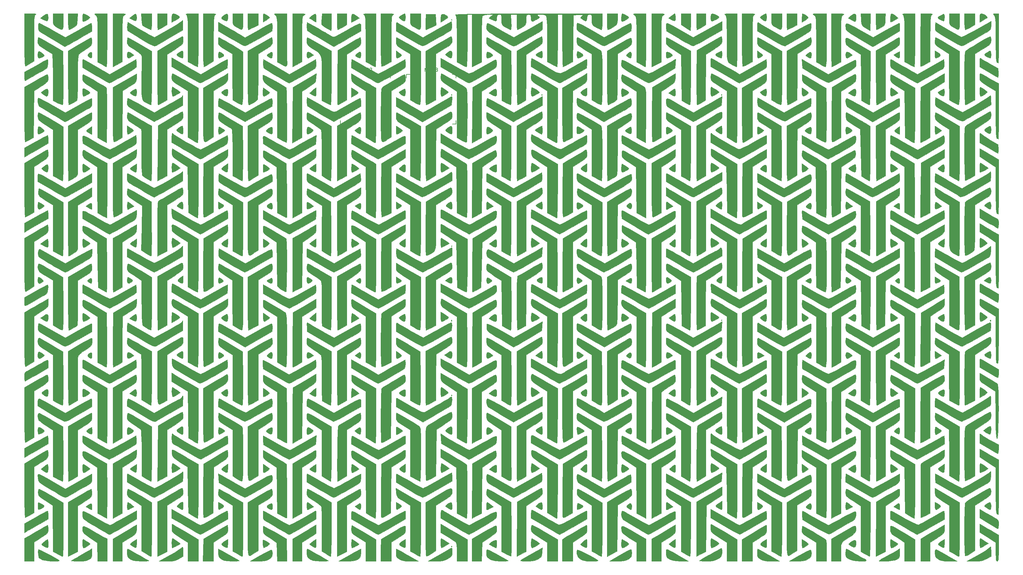
<source format=gbr>
G04 #@! TF.GenerationSoftware,KiCad,Pcbnew,(5.1.4)-1*
G04 #@! TF.CreationDate,2023-01-08T18:49:22-05:00*
G04 #@! TF.ProjectId,ThumbsUp,5468756d-6273-4557-902e-6b696361645f,rev?*
G04 #@! TF.SameCoordinates,Original*
G04 #@! TF.FileFunction,Legend,Top*
G04 #@! TF.FilePolarity,Positive*
%FSLAX46Y46*%
G04 Gerber Fmt 4.6, Leading zero omitted, Abs format (unit mm)*
G04 Created by KiCad (PCBNEW (5.1.4)-1) date 2023-01-08 18:49:22*
%MOMM*%
%LPD*%
G04 APERTURE LIST*
%ADD10C,0.010000*%
%ADD11C,0.150000*%
G04 APERTURE END LIST*
D10*
G36*
X124423158Y-334735789D02*
G01*
X124289474Y-334869473D01*
X124155790Y-334735789D01*
X124289474Y-334602105D01*
X124423158Y-334735789D01*
X124423158Y-334735789D01*
G37*
X124423158Y-334735789D02*
X124289474Y-334869473D01*
X124155790Y-334735789D01*
X124289474Y-334602105D01*
X124423158Y-334735789D01*
G36*
X262843010Y-333224160D02*
G01*
X262913611Y-333775187D01*
X262920000Y-334045087D01*
X262884119Y-334789296D01*
X262699119Y-335070217D01*
X262248965Y-334956416D01*
X261783684Y-334716545D01*
X261260354Y-334397648D01*
X261075105Y-334131070D01*
X261267414Y-333846546D01*
X261876762Y-333473812D01*
X262719474Y-333051035D01*
X262843010Y-333224160D01*
X262843010Y-333224160D01*
G37*
X262843010Y-333224160D02*
X262913611Y-333775187D01*
X262920000Y-334045087D01*
X262884119Y-334789296D01*
X262699119Y-335070217D01*
X262248965Y-334956416D01*
X261783684Y-334716545D01*
X261260354Y-334397648D01*
X261075105Y-334131070D01*
X261267414Y-333846546D01*
X261876762Y-333473812D01*
X262719474Y-333051035D01*
X262843010Y-333224160D01*
G36*
X212844434Y-333235226D02*
G01*
X212916824Y-333828068D01*
X212922105Y-334067368D01*
X212842098Y-334825429D01*
X212567598Y-335106844D01*
X212046884Y-334932841D01*
X211589258Y-334614446D01*
X211167852Y-334233629D01*
X211048484Y-334003510D01*
X211054521Y-333996997D01*
X211571870Y-333620723D01*
X212161543Y-333254509D01*
X212614800Y-333024008D01*
X212714228Y-332997895D01*
X212844434Y-333235226D01*
X212844434Y-333235226D01*
G37*
X212844434Y-333235226D02*
X212916824Y-333828068D01*
X212922105Y-334067368D01*
X212842098Y-334825429D01*
X212567598Y-335106844D01*
X212046884Y-334932841D01*
X211589258Y-334614446D01*
X211167852Y-334233629D01*
X211048484Y-334003510D01*
X211054521Y-333996997D01*
X211571870Y-333620723D01*
X212161543Y-333254509D01*
X212614800Y-333024008D01*
X212714228Y-332997895D01*
X212844434Y-333235226D01*
G36*
X198238829Y-333122603D02*
G01*
X198867115Y-333420034D01*
X199372476Y-333775144D01*
X199553684Y-334048598D01*
X199336444Y-334264767D01*
X198812963Y-334576722D01*
X198175599Y-334887011D01*
X197616711Y-335098180D01*
X197405666Y-335136842D01*
X197243913Y-334899623D01*
X197153951Y-334307028D01*
X197147369Y-334067368D01*
X197191404Y-333368940D01*
X197371484Y-333059966D01*
X197691512Y-332997895D01*
X198238829Y-333122603D01*
X198238829Y-333122603D01*
G37*
X198238829Y-333122603D02*
X198867115Y-333420034D01*
X199372476Y-333775144D01*
X199553684Y-334048598D01*
X199336444Y-334264767D01*
X198812963Y-334576722D01*
X198175599Y-334887011D01*
X197616711Y-335098180D01*
X197405666Y-335136842D01*
X197243913Y-334899623D01*
X197153951Y-334307028D01*
X197147369Y-334067368D01*
X197191404Y-333368940D01*
X197371484Y-333059966D01*
X197691512Y-332997895D01*
X198238829Y-333122603D01*
G36*
X187179801Y-333235675D02*
G01*
X187249636Y-333827952D01*
X187254737Y-334067368D01*
X187220735Y-334788192D01*
X187042259Y-335067381D01*
X186604603Y-334964862D01*
X186065366Y-334688747D01*
X185277048Y-334262062D01*
X186065366Y-333631306D01*
X186626862Y-333220573D01*
X187012152Y-333007503D01*
X187054211Y-332999223D01*
X187179801Y-333235675D01*
X187179801Y-333235675D01*
G37*
X187179801Y-333235675D02*
X187249636Y-333827952D01*
X187254737Y-334067368D01*
X187220735Y-334788192D01*
X187042259Y-335067381D01*
X186604603Y-334964862D01*
X186065366Y-334688747D01*
X185277048Y-334262062D01*
X186065366Y-333631306D01*
X186626862Y-333220573D01*
X187012152Y-333007503D01*
X187054211Y-332999223D01*
X187179801Y-333235675D01*
G36*
X111244434Y-333235226D02*
G01*
X111316824Y-333828068D01*
X111322105Y-334067368D01*
X111242098Y-334825429D01*
X110967598Y-335106844D01*
X110446884Y-334932841D01*
X109989258Y-334614446D01*
X109567852Y-334233629D01*
X109448484Y-334003510D01*
X109454521Y-333996997D01*
X109971870Y-333620723D01*
X110561543Y-333254509D01*
X111014800Y-333024008D01*
X111114228Y-332997895D01*
X111244434Y-333235226D01*
X111244434Y-333235226D01*
G37*
X111244434Y-333235226D02*
X111316824Y-333828068D01*
X111322105Y-334067368D01*
X111242098Y-334825429D01*
X110967598Y-335106844D01*
X110446884Y-334932841D01*
X109989258Y-334614446D01*
X109567852Y-334233629D01*
X109448484Y-334003510D01*
X109454521Y-333996997D01*
X109971870Y-333620723D01*
X110561543Y-333254509D01*
X111014800Y-333024008D01*
X111114228Y-332997895D01*
X111244434Y-333235226D01*
G36*
X61314161Y-333508609D02*
G01*
X61324211Y-334067368D01*
X61260843Y-334795672D01*
X61006267Y-335075812D01*
X60463770Y-334961543D01*
X60054211Y-334773244D01*
X59548309Y-334399867D01*
X59554133Y-334005544D01*
X60077056Y-333549823D01*
X60229148Y-333456594D01*
X60885204Y-333100684D01*
X61207377Y-333095992D01*
X61314161Y-333508609D01*
X61314161Y-333508609D01*
G37*
X61314161Y-333508609D02*
X61324211Y-334067368D01*
X61260843Y-334795672D01*
X61006267Y-335075812D01*
X60463770Y-334961543D01*
X60054211Y-334773244D01*
X59548309Y-334399867D01*
X59554133Y-334005544D01*
X60077056Y-333549823D01*
X60229148Y-333456594D01*
X60885204Y-333100684D01*
X61207377Y-333095992D01*
X61314161Y-333508609D01*
G36*
X35626697Y-333471043D02*
G01*
X35656842Y-334067368D01*
X35622799Y-334788368D01*
X35444184Y-335067462D01*
X35006270Y-334964685D01*
X34468431Y-334689250D01*
X33681073Y-334263068D01*
X34416499Y-333630481D01*
X35074344Y-333135800D01*
X35455661Y-333074876D01*
X35626697Y-333471043D01*
X35626697Y-333471043D01*
G37*
X35626697Y-333471043D02*
X35656842Y-334067368D01*
X35622799Y-334788368D01*
X35444184Y-335067462D01*
X35006270Y-334964685D01*
X34468431Y-334689250D01*
X33681073Y-334263068D01*
X34416499Y-333630481D01*
X35074344Y-333135800D01*
X35455661Y-333074876D01*
X35626697Y-333471043D01*
G36*
X10744625Y-333432245D02*
G01*
X10791579Y-334067368D01*
X10734204Y-334777636D01*
X10499756Y-335069215D01*
X9994749Y-334981773D01*
X9354833Y-334676992D01*
X8586507Y-334273865D01*
X9354833Y-333645495D01*
X10080371Y-333135130D01*
X10526014Y-333058872D01*
X10744625Y-333432245D01*
X10744625Y-333432245D01*
G37*
X10744625Y-333432245D02*
X10791579Y-334067368D01*
X10734204Y-334777636D01*
X10499756Y-335069215D01*
X9994749Y-334981773D01*
X9354833Y-334676992D01*
X8586507Y-334273865D01*
X9354833Y-333645495D01*
X10080371Y-333135130D01*
X10526014Y-333058872D01*
X10744625Y-333432245D01*
G36*
X273906529Y-333129176D02*
G01*
X274423440Y-333439745D01*
X274829885Y-333804693D01*
X274965405Y-334099109D01*
X274927659Y-334156261D01*
X274650790Y-334334735D01*
X274084085Y-334682484D01*
X273815263Y-334844850D01*
X272812632Y-335447823D01*
X272812632Y-334222859D01*
X272840984Y-333470229D01*
X272974143Y-333110372D01*
X273284260Y-333002320D01*
X273439614Y-332997895D01*
X273906529Y-333129176D01*
X273906529Y-333129176D01*
G37*
X273906529Y-333129176D02*
X274423440Y-333439745D01*
X274829885Y-333804693D01*
X274965405Y-334099109D01*
X274927659Y-334156261D01*
X274650790Y-334334735D01*
X274084085Y-334682484D01*
X273815263Y-334844850D01*
X272812632Y-335447823D01*
X272812632Y-334222859D01*
X272840984Y-333470229D01*
X272974143Y-333110372D01*
X273284260Y-333002320D01*
X273439614Y-332997895D01*
X273906529Y-333129176D01*
G36*
X248526369Y-333138008D02*
G01*
X249173016Y-333617840D01*
X249893746Y-334237785D01*
X248905274Y-334820998D01*
X248273663Y-335178863D01*
X247861843Y-335384680D01*
X247798401Y-335404210D01*
X247727761Y-335165019D01*
X247685411Y-334559901D01*
X247680000Y-334201052D01*
X247761249Y-333364838D01*
X248030580Y-333015487D01*
X248526369Y-333138008D01*
X248526369Y-333138008D01*
G37*
X248526369Y-333138008D02*
X249173016Y-333617840D01*
X249893746Y-334237785D01*
X248905274Y-334820998D01*
X248273663Y-335178863D01*
X247861843Y-335384680D01*
X247798401Y-335404210D01*
X247727761Y-335165019D01*
X247685411Y-334559901D01*
X247680000Y-334201052D01*
X247761249Y-333364838D01*
X248030580Y-333015487D01*
X248526369Y-333138008D01*
G36*
X238009551Y-333435648D02*
G01*
X238054737Y-334051589D01*
X238008605Y-334747500D01*
X237893878Y-335173135D01*
X237854211Y-335215856D01*
X237518529Y-335161517D01*
X236931363Y-334889589D01*
X236745624Y-334783127D01*
X235837564Y-334239827D01*
X236611940Y-333620189D01*
X237342209Y-333120400D01*
X237790613Y-333053664D01*
X238009551Y-333435648D01*
X238009551Y-333435648D01*
G37*
X238009551Y-333435648D02*
X238054737Y-334051589D01*
X238008605Y-334747500D01*
X237893878Y-335173135D01*
X237854211Y-335215856D01*
X237518529Y-335161517D01*
X236931363Y-334889589D01*
X236745624Y-334783127D01*
X235837564Y-334239827D01*
X236611940Y-333620189D01*
X237342209Y-333120400D01*
X237790613Y-333053664D01*
X238009551Y-333435648D01*
G36*
X223364805Y-333132967D02*
G01*
X223895715Y-333449965D01*
X224376361Y-333816561D01*
X224616366Y-334100424D01*
X224617466Y-334140235D01*
X224361824Y-334415623D01*
X223823190Y-334815801D01*
X223679115Y-334909437D01*
X222814737Y-335456722D01*
X222814737Y-334227308D01*
X222845759Y-333500491D01*
X222924415Y-333059280D01*
X222974010Y-332997895D01*
X223364805Y-333132967D01*
X223364805Y-333132967D01*
G37*
X223364805Y-333132967D02*
X223895715Y-333449965D01*
X224376361Y-333816561D01*
X224616366Y-334100424D01*
X224617466Y-334140235D01*
X224361824Y-334415623D01*
X223823190Y-334815801D01*
X223679115Y-334909437D01*
X222814737Y-335456722D01*
X222814737Y-334227308D01*
X222845759Y-333500491D01*
X222924415Y-333059280D01*
X222974010Y-332997895D01*
X223364805Y-333132967D01*
G36*
X172730717Y-333124023D02*
G01*
X173311477Y-333422483D01*
X173848914Y-333773392D01*
X174141973Y-334056864D01*
X174153684Y-334098605D01*
X173945824Y-334353143D01*
X173450220Y-334694095D01*
X172858835Y-335014471D01*
X172363634Y-335207282D01*
X172170776Y-335203758D01*
X172042306Y-334830076D01*
X172011847Y-334214026D01*
X172066245Y-333567524D01*
X172192346Y-333102487D01*
X172307695Y-332997895D01*
X172730717Y-333124023D01*
X172730717Y-333124023D01*
G37*
X172730717Y-333124023D02*
X173311477Y-333422483D01*
X173848914Y-333773392D01*
X174141973Y-334056864D01*
X174153684Y-334098605D01*
X173945824Y-334353143D01*
X173450220Y-334694095D01*
X172858835Y-335014471D01*
X172363634Y-335207282D01*
X172170776Y-335203758D01*
X172042306Y-334830076D01*
X172011847Y-334214026D01*
X172066245Y-333567524D01*
X172192346Y-333102487D01*
X172307695Y-332997895D01*
X172730717Y-333124023D01*
G36*
X122116329Y-333168962D02*
G01*
X122463909Y-333316996D01*
X123074844Y-333697333D01*
X123200762Y-334055770D01*
X122833132Y-334462359D01*
X122281972Y-334810615D01*
X121214737Y-335420177D01*
X121214737Y-334358499D01*
X121296535Y-333508639D01*
X121578687Y-333127450D01*
X122116329Y-333168962D01*
X122116329Y-333168962D01*
G37*
X122116329Y-333168962D02*
X122463909Y-333316996D01*
X123074844Y-333697333D01*
X123200762Y-334055770D01*
X122833132Y-334462359D01*
X122281972Y-334810615D01*
X121214737Y-335420177D01*
X121214737Y-334358499D01*
X121296535Y-333508639D01*
X121578687Y-333127450D01*
X122116329Y-333168962D01*
G36*
X96854023Y-333149762D02*
G01*
X97541779Y-333633646D01*
X98333032Y-334266741D01*
X97207569Y-334840910D01*
X96082105Y-335415078D01*
X96082105Y-334206486D01*
X96148212Y-333384863D01*
X96385855Y-333040338D01*
X96854023Y-333149762D01*
X96854023Y-333149762D01*
G37*
X96854023Y-333149762D02*
X97541779Y-333633646D01*
X98333032Y-334266741D01*
X97207569Y-334840910D01*
X96082105Y-335415078D01*
X96082105Y-334206486D01*
X96148212Y-333384863D01*
X96385855Y-333040338D01*
X96854023Y-333149762D01*
G36*
X86156816Y-333505870D02*
G01*
X86189474Y-334201052D01*
X86176234Y-334913315D01*
X86142727Y-335332832D01*
X86122632Y-335382060D01*
X85875569Y-335241720D01*
X85341687Y-334919050D01*
X85148043Y-334800052D01*
X84240297Y-334240194D01*
X84962426Y-333619044D01*
X85611595Y-333132213D01*
X85987231Y-333083820D01*
X86156816Y-333505870D01*
X86156816Y-333505870D01*
G37*
X86156816Y-333505870D02*
X86189474Y-334201052D01*
X86176234Y-334913315D01*
X86142727Y-335332832D01*
X86122632Y-335382060D01*
X85875569Y-335241720D01*
X85341687Y-334919050D01*
X85148043Y-334800052D01*
X84240297Y-334240194D01*
X84962426Y-333619044D01*
X85611595Y-333132213D01*
X85987231Y-333083820D01*
X86156816Y-333505870D01*
G36*
X71737625Y-333129269D02*
G01*
X72276051Y-333436850D01*
X72789451Y-333790823D01*
X73075878Y-334061373D01*
X73088421Y-334098605D01*
X72880015Y-334336567D01*
X72359649Y-334707353D01*
X72152632Y-334834047D01*
X71216842Y-335386176D01*
X71216842Y-334192035D01*
X71248725Y-333477395D01*
X71329323Y-333050799D01*
X71376116Y-332997895D01*
X71737625Y-333129269D01*
X71737625Y-333129269D01*
G37*
X71737625Y-333129269D02*
X72276051Y-333436850D01*
X72789451Y-333790823D01*
X73075878Y-334061373D01*
X73088421Y-334098605D01*
X72880015Y-334336567D01*
X72359649Y-334707353D01*
X72152632Y-334834047D01*
X71216842Y-335386176D01*
X71216842Y-334192035D01*
X71248725Y-333477395D01*
X71329323Y-333050799D01*
X71376116Y-332997895D01*
X71737625Y-333129269D01*
G36*
X46723303Y-333159271D02*
G01*
X47309332Y-333502140D01*
X47673953Y-333847080D01*
X47712084Y-334135276D01*
X47372234Y-334451946D01*
X46602911Y-334882306D01*
X46418421Y-334976608D01*
X45549474Y-335417942D01*
X45549474Y-334207918D01*
X45582339Y-333456192D01*
X45723476Y-333099324D01*
X46036696Y-332999289D01*
X46108881Y-332997895D01*
X46723303Y-333159271D01*
X46723303Y-333159271D01*
G37*
X46723303Y-333159271D02*
X47309332Y-333502140D01*
X47673953Y-333847080D01*
X47712084Y-334135276D01*
X47372234Y-334451946D01*
X46602911Y-334882306D01*
X46418421Y-334976608D01*
X45549474Y-335417942D01*
X45549474Y-334207918D01*
X45582339Y-333456192D01*
X45723476Y-333099324D01*
X46036696Y-332999289D01*
X46108881Y-332997895D01*
X46723303Y-333159271D01*
G36*
X21132823Y-333124023D02*
G01*
X21713582Y-333422483D01*
X22251020Y-333773392D01*
X22544078Y-334056864D01*
X22555790Y-334098605D01*
X22347929Y-334353143D01*
X21852325Y-334694095D01*
X21260940Y-335014471D01*
X20765740Y-335207282D01*
X20572881Y-335203758D01*
X20444411Y-334830076D01*
X20413952Y-334214026D01*
X20468350Y-333567524D01*
X20594451Y-333102487D01*
X20709800Y-332997895D01*
X21132823Y-333124023D01*
X21132823Y-333124023D01*
G37*
X21132823Y-333124023D02*
X21713582Y-333422483D01*
X22251020Y-333773392D01*
X22544078Y-334056864D01*
X22555790Y-334098605D01*
X22347929Y-334353143D01*
X21852325Y-334694095D01*
X21260940Y-335014471D01*
X20765740Y-335207282D01*
X20572881Y-335203758D01*
X20444411Y-334830076D01*
X20413952Y-334214026D01*
X20468350Y-333567524D01*
X20594451Y-333102487D01*
X20709800Y-332997895D01*
X21132823Y-333124023D01*
G36*
X271475790Y-336160598D02*
G01*
X270238956Y-336851878D01*
X269499792Y-337242055D01*
X268946073Y-337492718D01*
X268768429Y-337543158D01*
X268662827Y-337296314D01*
X268582060Y-336637603D01*
X268538750Y-335689753D01*
X268534737Y-335270526D01*
X268534737Y-332997895D01*
X271475790Y-332997895D01*
X271475790Y-336160598D01*
X271475790Y-336160598D01*
G37*
X271475790Y-336160598D02*
X270238956Y-336851878D01*
X269499792Y-337242055D01*
X268946073Y-337492718D01*
X268768429Y-337543158D01*
X268662827Y-337296314D01*
X268582060Y-336637603D01*
X268538750Y-335689753D01*
X268534737Y-335270526D01*
X268534737Y-332997895D01*
X271475790Y-332997895D01*
X271475790Y-336160598D01*
G36*
X267197895Y-335270526D02*
G01*
X267183111Y-336453972D01*
X267093720Y-337161028D01*
X266862165Y-337449994D01*
X266420887Y-337379172D01*
X265702328Y-337006862D01*
X265393158Y-336827960D01*
X264761060Y-336438291D01*
X264421710Y-336091299D01*
X264284042Y-335606996D01*
X264256992Y-334805396D01*
X264256842Y-334582073D01*
X264256842Y-332997895D01*
X267197895Y-332997895D01*
X267197895Y-335270526D01*
X267197895Y-335270526D01*
G37*
X267197895Y-335270526D02*
X267183111Y-336453972D01*
X267093720Y-337161028D01*
X266862165Y-337449994D01*
X266420887Y-337379172D01*
X265702328Y-337006862D01*
X265393158Y-336827960D01*
X264761060Y-336438291D01*
X264421710Y-336091299D01*
X264284042Y-335606996D01*
X264256992Y-334805396D01*
X264256842Y-334582073D01*
X264256842Y-332997895D01*
X267197895Y-332997895D01*
X267197895Y-335270526D01*
G36*
X246289074Y-334629512D02*
G01*
X246228648Y-335537384D01*
X246096433Y-336085859D01*
X245798315Y-336449809D01*
X245240179Y-336804109D01*
X245065981Y-336902144D01*
X244379051Y-337273980D01*
X243906260Y-337505294D01*
X243795981Y-337543158D01*
X243738810Y-337296270D01*
X243695086Y-336637451D01*
X243671643Y-335689462D01*
X243669474Y-335270526D01*
X243669474Y-332997895D01*
X246368674Y-332997895D01*
X246289074Y-334629512D01*
X246289074Y-334629512D01*
G37*
X246289074Y-334629512D02*
X246228648Y-335537384D01*
X246096433Y-336085859D01*
X245798315Y-336449809D01*
X245240179Y-336804109D01*
X245065981Y-336902144D01*
X244379051Y-337273980D01*
X243906260Y-337505294D01*
X243795981Y-337543158D01*
X243738810Y-337296270D01*
X243695086Y-336637451D01*
X243671643Y-335689462D01*
X243669474Y-335270526D01*
X243669474Y-332997895D01*
X246368674Y-332997895D01*
X246289074Y-334629512D01*
G36*
X221477895Y-336197307D02*
G01*
X220149941Y-336870233D01*
X219396700Y-337239965D01*
X218853507Y-337484384D01*
X218679415Y-337543158D01*
X218614983Y-337296275D01*
X218565707Y-336637468D01*
X218539288Y-335689495D01*
X218536842Y-335270526D01*
X218536842Y-332997895D01*
X221477895Y-332997895D01*
X221477895Y-336197307D01*
X221477895Y-336197307D01*
G37*
X221477895Y-336197307D02*
X220149941Y-336870233D01*
X219396700Y-337239965D01*
X218853507Y-337484384D01*
X218679415Y-337543158D01*
X218614983Y-337296275D01*
X218565707Y-336637468D01*
X218539288Y-335689495D01*
X218536842Y-335270526D01*
X218536842Y-332997895D01*
X221477895Y-332997895D01*
X221477895Y-336197307D01*
G36*
X217200000Y-335270526D02*
G01*
X217185216Y-336453972D01*
X217095825Y-337161028D01*
X216864270Y-337449994D01*
X216422992Y-337379172D01*
X215704433Y-337006862D01*
X215395263Y-336827960D01*
X214763165Y-336438291D01*
X214423815Y-336091299D01*
X214286148Y-335606996D01*
X214259097Y-334805396D01*
X214258947Y-334582073D01*
X214258947Y-332997895D01*
X217200000Y-332997895D01*
X217200000Y-335270526D01*
X217200000Y-335270526D01*
G37*
X217200000Y-335270526D02*
X217185216Y-336453972D01*
X217095825Y-337161028D01*
X216864270Y-337449994D01*
X216422992Y-337379172D01*
X215704433Y-337006862D01*
X215395263Y-336827960D01*
X214763165Y-336438291D01*
X214423815Y-336091299D01*
X214286148Y-335606996D01*
X214259097Y-334805396D01*
X214258947Y-334582073D01*
X214258947Y-332997895D01*
X217200000Y-332997895D01*
X217200000Y-335270526D01*
G36*
X195810526Y-336155504D02*
G01*
X194626600Y-336849331D01*
X193924874Y-337244506D01*
X193425991Y-337495783D01*
X193289758Y-337543158D01*
X193220653Y-337296279D01*
X193167802Y-336637480D01*
X193139465Y-335689518D01*
X193136842Y-335270526D01*
X193136842Y-332997895D01*
X195810526Y-332997895D01*
X195810526Y-336155504D01*
X195810526Y-336155504D01*
G37*
X195810526Y-336155504D02*
X194626600Y-336849331D01*
X193924874Y-337244506D01*
X193425991Y-337495783D01*
X193289758Y-337543158D01*
X193220653Y-337296279D01*
X193167802Y-336637480D01*
X193139465Y-335689518D01*
X193136842Y-335270526D01*
X193136842Y-332997895D01*
X195810526Y-332997895D01*
X195810526Y-336155504D01*
G36*
X170945263Y-334426982D02*
G01*
X170873091Y-335456703D01*
X170636309Y-336088301D01*
X170477369Y-336266319D01*
X169985687Y-336619619D01*
X169310326Y-337021438D01*
X168648362Y-337363602D01*
X168196874Y-337537935D01*
X168151172Y-337543158D01*
X168084757Y-337296277D01*
X168033964Y-336637473D01*
X168006731Y-335689504D01*
X168004211Y-335270526D01*
X168004211Y-332997895D01*
X170945263Y-332997895D01*
X170945263Y-334426982D01*
X170945263Y-334426982D01*
G37*
X170945263Y-334426982D02*
X170873091Y-335456703D01*
X170636309Y-336088301D01*
X170477369Y-336266319D01*
X169985687Y-336619619D01*
X169310326Y-337021438D01*
X168648362Y-337363602D01*
X168196874Y-337537935D01*
X168151172Y-337543158D01*
X168084757Y-337296277D01*
X168033964Y-336637473D01*
X168006731Y-335689504D01*
X168004211Y-335270526D01*
X168004211Y-332997895D01*
X170945263Y-332997895D01*
X170945263Y-334426982D01*
G36*
X119824064Y-334657850D02*
G01*
X119903918Y-336184120D01*
X118562953Y-336863639D01*
X117803670Y-337235630D01*
X117251601Y-337482447D01*
X117068602Y-337543158D01*
X117007053Y-337296862D01*
X116976829Y-336640900D01*
X116982200Y-335699655D01*
X116992871Y-335337368D01*
X117070526Y-333131579D01*
X119744211Y-333131579D01*
X119824064Y-334657850D01*
X119824064Y-334657850D01*
G37*
X119824064Y-334657850D02*
X119903918Y-336184120D01*
X118562953Y-336863639D01*
X117803670Y-337235630D01*
X117251601Y-337482447D01*
X117068602Y-337543158D01*
X117007053Y-337296862D01*
X116976829Y-336640900D01*
X116982200Y-335699655D01*
X116992871Y-335337368D01*
X117070526Y-333131579D01*
X119744211Y-333131579D01*
X119824064Y-334657850D01*
G36*
X115600000Y-335270526D02*
G01*
X115585216Y-336453972D01*
X115495825Y-337161028D01*
X115264270Y-337449994D01*
X114822992Y-337379172D01*
X114104433Y-337006862D01*
X113795263Y-336827960D01*
X113163165Y-336438291D01*
X112823815Y-336091299D01*
X112686148Y-335606996D01*
X112659097Y-334805396D01*
X112658947Y-334582073D01*
X112658947Y-332997895D01*
X115600000Y-332997895D01*
X115600000Y-335270526D01*
X115600000Y-335270526D01*
G37*
X115600000Y-335270526D02*
X115585216Y-336453972D01*
X115495825Y-337161028D01*
X115264270Y-337449994D01*
X114822992Y-337379172D01*
X114104433Y-337006862D01*
X113795263Y-336827960D01*
X113163165Y-336438291D01*
X112823815Y-336091299D01*
X112686148Y-335606996D01*
X112659097Y-334805396D01*
X112658947Y-334582073D01*
X112658947Y-332997895D01*
X115600000Y-332997895D01*
X115600000Y-335270526D01*
G36*
X94745263Y-336155504D02*
G01*
X93561337Y-336849331D01*
X92859611Y-337244506D01*
X92360728Y-337495783D01*
X92224495Y-337543158D01*
X92155390Y-337296279D01*
X92102539Y-336637480D01*
X92074202Y-335689518D01*
X92071579Y-335270526D01*
X92071579Y-332997895D01*
X94745263Y-332997895D01*
X94745263Y-336155504D01*
X94745263Y-336155504D01*
G37*
X94745263Y-336155504D02*
X93561337Y-336849331D01*
X92859611Y-337244506D01*
X92360728Y-337495783D01*
X92224495Y-337543158D01*
X92155390Y-337296279D01*
X92102539Y-336637480D01*
X92074202Y-335689518D01*
X92071579Y-335270526D01*
X92071579Y-332997895D01*
X94745263Y-332997895D01*
X94745263Y-336155504D01*
G36*
X69880000Y-336197307D02*
G01*
X68552046Y-336870233D01*
X67798806Y-337239965D01*
X67255612Y-337484384D01*
X67081520Y-337543158D01*
X67017089Y-337296275D01*
X66967812Y-336637468D01*
X66941393Y-335689495D01*
X66938947Y-335270526D01*
X66938947Y-332997895D01*
X69880000Y-332997895D01*
X69880000Y-336197307D01*
X69880000Y-336197307D01*
G37*
X69880000Y-336197307D02*
X68552046Y-336870233D01*
X67798806Y-337239965D01*
X67255612Y-337484384D01*
X67081520Y-337543158D01*
X67017089Y-337296275D01*
X66967812Y-336637468D01*
X66941393Y-335689495D01*
X66938947Y-335270526D01*
X66938947Y-332997895D01*
X69880000Y-332997895D01*
X69880000Y-336197307D01*
G36*
X65602105Y-335270526D02*
G01*
X65587321Y-336453972D01*
X65497931Y-337161028D01*
X65266375Y-337449994D01*
X64825097Y-337379172D01*
X64106538Y-337006862D01*
X63797369Y-336827960D01*
X63165270Y-336438291D01*
X62825920Y-336091299D01*
X62688253Y-335606996D01*
X62661203Y-334805396D01*
X62661053Y-334582073D01*
X62661053Y-332997895D01*
X65602105Y-332997895D01*
X65602105Y-335270526D01*
X65602105Y-335270526D01*
G37*
X65602105Y-335270526D02*
X65587321Y-336453972D01*
X65497931Y-337161028D01*
X65266375Y-337449994D01*
X64825097Y-337379172D01*
X64106538Y-337006862D01*
X63797369Y-336827960D01*
X63165270Y-336438291D01*
X62825920Y-336091299D01*
X62688253Y-335606996D01*
X62661203Y-334805396D01*
X62661053Y-334582073D01*
X62661053Y-332997895D01*
X65602105Y-332997895D01*
X65602105Y-335270526D01*
G36*
X44212632Y-336160598D02*
G01*
X42975798Y-336851878D01*
X42265963Y-337238962D01*
X41772794Y-337489825D01*
X41638956Y-337543158D01*
X41593759Y-337296263D01*
X41559194Y-336637427D01*
X41540662Y-335689417D01*
X41538947Y-335270526D01*
X41538947Y-332997895D01*
X44212632Y-332997895D01*
X44212632Y-336160598D01*
X44212632Y-336160598D01*
G37*
X44212632Y-336160598D02*
X42975798Y-336851878D01*
X42265963Y-337238962D01*
X41772794Y-337489825D01*
X41638956Y-337543158D01*
X41593759Y-337296263D01*
X41559194Y-336637427D01*
X41540662Y-335689417D01*
X41538947Y-335270526D01*
X41538947Y-332997895D01*
X44212632Y-332997895D01*
X44212632Y-336160598D01*
G36*
X39934737Y-335270526D02*
G01*
X39912979Y-336295714D01*
X39854914Y-337077562D01*
X39771352Y-337494177D01*
X39734211Y-337531341D01*
X39393725Y-337410133D01*
X38769740Y-337118356D01*
X38464211Y-336963047D01*
X37799700Y-336609789D01*
X37367198Y-336365830D01*
X37294283Y-336317392D01*
X37224757Y-336024638D01*
X37145637Y-335354132D01*
X37085733Y-334613055D01*
X36977637Y-332997895D01*
X39934737Y-332997895D01*
X39934737Y-335270526D01*
X39934737Y-335270526D01*
G37*
X39934737Y-335270526D02*
X39912979Y-336295714D01*
X39854914Y-337077562D01*
X39771352Y-337494177D01*
X39734211Y-337531341D01*
X39393725Y-337410133D01*
X38769740Y-337118356D01*
X38464211Y-336963047D01*
X37799700Y-336609789D01*
X37367198Y-336365830D01*
X37294283Y-336317392D01*
X37224757Y-336024638D01*
X37145637Y-335354132D01*
X37085733Y-334613055D01*
X36977637Y-332997895D01*
X39934737Y-332997895D01*
X39934737Y-335270526D01*
G36*
X19025916Y-334661682D02*
G01*
X18965637Y-335581968D01*
X18838211Y-336138108D01*
X18557391Y-336500350D01*
X18036929Y-336838944D01*
X17876842Y-336929916D01*
X17195311Y-337293206D01*
X16711695Y-337511206D01*
X16606842Y-337538759D01*
X16516242Y-337293988D01*
X16446943Y-336637009D01*
X16409769Y-335690247D01*
X16406316Y-335270526D01*
X16406316Y-332997895D01*
X19105516Y-332997895D01*
X19025916Y-334661682D01*
X19025916Y-334661682D01*
G37*
X19025916Y-334661682D02*
X18965637Y-335581968D01*
X18838211Y-336138108D01*
X18557391Y-336500350D01*
X18036929Y-336838944D01*
X17876842Y-336929916D01*
X17195311Y-337293206D01*
X16711695Y-337511206D01*
X16606842Y-337538759D01*
X16516242Y-337293988D01*
X16446943Y-336637009D01*
X16409769Y-335690247D01*
X16406316Y-335270526D01*
X16406316Y-332997895D01*
X19105516Y-332997895D01*
X19025916Y-334661682D01*
G36*
X15069474Y-335270526D02*
G01*
X15052228Y-336465614D01*
X14957484Y-337182832D01*
X14720730Y-337478893D01*
X14277458Y-337410506D01*
X13563155Y-337034381D01*
X13264737Y-336857053D01*
X12633217Y-336456619D01*
X12293837Y-336102824D01*
X12155867Y-335614413D01*
X12128581Y-334810133D01*
X12128421Y-334586951D01*
X12128421Y-332997895D01*
X15069474Y-332997895D01*
X15069474Y-335270526D01*
X15069474Y-335270526D01*
G37*
X15069474Y-335270526D02*
X15052228Y-336465614D01*
X14957484Y-337182832D01*
X14720730Y-337478893D01*
X14277458Y-337410506D01*
X13563155Y-337034381D01*
X13264737Y-336857053D01*
X12633217Y-336456619D01*
X12293837Y-336102824D01*
X12155867Y-335614413D01*
X12128581Y-334810133D01*
X12128421Y-334586951D01*
X12128421Y-332997895D01*
X15069474Y-332997895D01*
X15069474Y-335270526D01*
G36*
X242065263Y-335404210D02*
G01*
X242058402Y-336460876D01*
X242040020Y-337276353D01*
X242013423Y-337732712D01*
X241998421Y-337789510D01*
X241752507Y-337651160D01*
X241193320Y-337318707D01*
X240728421Y-337037901D01*
X240068737Y-336615906D01*
X239701835Y-336248404D01*
X239531337Y-335756181D01*
X239460866Y-334960020D01*
X239445663Y-334652602D01*
X239366063Y-332997895D01*
X242065263Y-332997895D01*
X242065263Y-335404210D01*
X242065263Y-335404210D01*
G37*
X242065263Y-335404210D02*
X242058402Y-336460876D01*
X242040020Y-337276353D01*
X242013423Y-337732712D01*
X241998421Y-337789510D01*
X241752507Y-337651160D01*
X241193320Y-337318707D01*
X240728421Y-337037901D01*
X240068737Y-336615906D01*
X239701835Y-336248404D01*
X239531337Y-335756181D01*
X239460866Y-334960020D01*
X239445663Y-334652602D01*
X239366063Y-332997895D01*
X242065263Y-332997895D01*
X242065263Y-335404210D01*
G36*
X191532632Y-335404210D02*
G01*
X191525769Y-336461230D01*
X191507383Y-337277410D01*
X191480781Y-337734663D01*
X191465790Y-337791922D01*
X191222955Y-337650766D01*
X190665628Y-337305666D01*
X190128947Y-336967209D01*
X188858947Y-336161101D01*
X188858947Y-332997895D01*
X191532632Y-332997895D01*
X191532632Y-335404210D01*
X191532632Y-335404210D01*
G37*
X191532632Y-335404210D02*
X191525769Y-336461230D01*
X191507383Y-337277410D01*
X191480781Y-337734663D01*
X191465790Y-337791922D01*
X191222955Y-337650766D01*
X190665628Y-337305666D01*
X190128947Y-336967209D01*
X188858947Y-336161101D01*
X188858947Y-332997895D01*
X191532632Y-332997895D01*
X191532632Y-335404210D01*
G36*
X90467369Y-335404210D02*
G01*
X90460513Y-336459290D01*
X90442148Y-337271618D01*
X90415572Y-337723974D01*
X90400526Y-337778691D01*
X90149857Y-337642423D01*
X89575841Y-337325592D01*
X89066920Y-337043428D01*
X88340289Y-336603360D01*
X87834599Y-336228640D01*
X87696304Y-336070097D01*
X87661302Y-335666860D01*
X87685120Y-334929639D01*
X87727086Y-334399044D01*
X87861718Y-332997895D01*
X90467369Y-332997895D01*
X90467369Y-335404210D01*
X90467369Y-335404210D01*
G37*
X90467369Y-335404210D02*
X90460513Y-336459290D01*
X90442148Y-337271618D01*
X90415572Y-337723974D01*
X90400526Y-337778691D01*
X90149857Y-337642423D01*
X89575841Y-337325592D01*
X89066920Y-337043428D01*
X88340289Y-336603360D01*
X87834599Y-336228640D01*
X87696304Y-336070097D01*
X87661302Y-335666860D01*
X87685120Y-334929639D01*
X87727086Y-334399044D01*
X87861718Y-332997895D01*
X90467369Y-332997895D01*
X90467369Y-335404210D01*
G36*
X276021053Y-336295235D02*
G01*
X275999327Y-336951613D01*
X275865517Y-337394197D01*
X275516674Y-337766154D01*
X274849848Y-338210650D01*
X274483684Y-338433180D01*
X272625163Y-339540393D01*
X270992493Y-340482095D01*
X269635160Y-341231391D01*
X268602648Y-341761389D01*
X267944442Y-342045196D01*
X267761107Y-342086618D01*
X267386595Y-341954073D01*
X266651351Y-341591206D01*
X265649949Y-341048119D01*
X264476967Y-340374913D01*
X264033242Y-340111754D01*
X262833377Y-339386978D01*
X261790735Y-338743991D01*
X260995551Y-338239434D01*
X260538056Y-337929946D01*
X260473462Y-337877251D01*
X260326627Y-337463064D01*
X260284484Y-336755717D01*
X260296010Y-336533282D01*
X260380000Y-335450755D01*
X263855790Y-337455927D01*
X265092141Y-338166464D01*
X266172674Y-338782358D01*
X267008816Y-339253515D01*
X267511996Y-339529840D01*
X267607672Y-339577905D01*
X267945098Y-339494945D01*
X268681155Y-339166543D01*
X269756736Y-338623704D01*
X271112738Y-337897433D01*
X272690056Y-337018736D01*
X274429586Y-336018617D01*
X274751053Y-335830622D01*
X276021053Y-335086030D01*
X276021053Y-336295235D01*
X276021053Y-336295235D01*
G37*
X276021053Y-336295235D02*
X275999327Y-336951613D01*
X275865517Y-337394197D01*
X275516674Y-337766154D01*
X274849848Y-338210650D01*
X274483684Y-338433180D01*
X272625163Y-339540393D01*
X270992493Y-340482095D01*
X269635160Y-341231391D01*
X268602648Y-341761389D01*
X267944442Y-342045196D01*
X267761107Y-342086618D01*
X267386595Y-341954073D01*
X266651351Y-341591206D01*
X265649949Y-341048119D01*
X264476967Y-340374913D01*
X264033242Y-340111754D01*
X262833377Y-339386978D01*
X261790735Y-338743991D01*
X260995551Y-338239434D01*
X260538056Y-337929946D01*
X260473462Y-337877251D01*
X260326627Y-337463064D01*
X260284484Y-336755717D01*
X260296010Y-336533282D01*
X260380000Y-335450755D01*
X263855790Y-337455927D01*
X265092141Y-338166464D01*
X266172674Y-338782358D01*
X267008816Y-339253515D01*
X267511996Y-339529840D01*
X267607672Y-339577905D01*
X267945098Y-339494945D01*
X268681155Y-339166543D01*
X269756736Y-338623704D01*
X271112738Y-337897433D01*
X272690056Y-337018736D01*
X274429586Y-336018617D01*
X274751053Y-335830622D01*
X276021053Y-335086030D01*
X276021053Y-336295235D01*
G36*
X200344064Y-336429415D02*
G01*
X200332339Y-337676842D01*
X196497898Y-339882631D01*
X195181489Y-340622021D01*
X193997742Y-341253525D01*
X193035662Y-341732245D01*
X192384254Y-342013276D01*
X192164886Y-342068577D01*
X191768437Y-341929554D01*
X191010053Y-341560027D01*
X189983481Y-341009306D01*
X188782468Y-340326704D01*
X188190526Y-339978003D01*
X184714737Y-337907272D01*
X184632522Y-336789426D01*
X184643969Y-336004785D01*
X184818687Y-335678186D01*
X184861412Y-335671579D01*
X185191849Y-335797979D01*
X185896327Y-336146321D01*
X186886290Y-336670314D01*
X188073185Y-337323668D01*
X188721762Y-337689481D01*
X192271006Y-339707383D01*
X200355790Y-335181989D01*
X200344064Y-336429415D01*
X200344064Y-336429415D01*
G37*
X200344064Y-336429415D02*
X200332339Y-337676842D01*
X196497898Y-339882631D01*
X195181489Y-340622021D01*
X193997742Y-341253525D01*
X193035662Y-341732245D01*
X192384254Y-342013276D01*
X192164886Y-342068577D01*
X191768437Y-341929554D01*
X191010053Y-341560027D01*
X189983481Y-341009306D01*
X188782468Y-340326704D01*
X188190526Y-339978003D01*
X184714737Y-337907272D01*
X184632522Y-336789426D01*
X184643969Y-336004785D01*
X184818687Y-335678186D01*
X184861412Y-335671579D01*
X185191849Y-335797979D01*
X185896327Y-336146321D01*
X186886290Y-336670314D01*
X188073185Y-337323668D01*
X188721762Y-337689481D01*
X192271006Y-339707383D01*
X200355790Y-335181989D01*
X200344064Y-336429415D01*
G36*
X159937042Y-335667949D02*
G01*
X160602873Y-335982763D01*
X161563665Y-336484131D01*
X162736649Y-337129432D01*
X163532439Y-337582117D01*
X167215404Y-339702742D01*
X168612439Y-338934784D01*
X169506070Y-338438990D01*
X170656263Y-337794592D01*
X171855215Y-337118145D01*
X172205989Y-336919202D01*
X173185347Y-336377033D01*
X173996994Y-335953876D01*
X174524938Y-335708921D01*
X174650930Y-335671579D01*
X174794802Y-335909146D01*
X174862184Y-336506315D01*
X174860730Y-336800595D01*
X174822105Y-337929612D01*
X171212632Y-340004604D01*
X169942666Y-340720630D01*
X168815060Y-341330133D01*
X167919686Y-341786546D01*
X167346417Y-342043304D01*
X167202105Y-342082546D01*
X166794294Y-341954700D01*
X166070249Y-341612820D01*
X165168683Y-341123887D01*
X164929474Y-340985154D01*
X163202658Y-339971411D01*
X161880391Y-339191734D01*
X160909054Y-338604460D01*
X160235030Y-338167926D01*
X159804701Y-337840467D01*
X159564448Y-337580421D01*
X159460653Y-337346125D01*
X159439699Y-337095914D01*
X159447966Y-336788125D01*
X159448421Y-336726156D01*
X159495976Y-336037885D01*
X159613790Y-335619350D01*
X159648947Y-335582315D01*
X159937042Y-335667949D01*
X159937042Y-335667949D01*
G37*
X159937042Y-335667949D02*
X160602873Y-335982763D01*
X161563665Y-336484131D01*
X162736649Y-337129432D01*
X163532439Y-337582117D01*
X167215404Y-339702742D01*
X168612439Y-338934784D01*
X169506070Y-338438990D01*
X170656263Y-337794592D01*
X171855215Y-337118145D01*
X172205989Y-336919202D01*
X173185347Y-336377033D01*
X173996994Y-335953876D01*
X174524938Y-335708921D01*
X174650930Y-335671579D01*
X174794802Y-335909146D01*
X174862184Y-336506315D01*
X174860730Y-336800595D01*
X174822105Y-337929612D01*
X171212632Y-340004604D01*
X169942666Y-340720630D01*
X168815060Y-341330133D01*
X167919686Y-341786546D01*
X167346417Y-342043304D01*
X167202105Y-342082546D01*
X166794294Y-341954700D01*
X166070249Y-341612820D01*
X165168683Y-341123887D01*
X164929474Y-340985154D01*
X163202658Y-339971411D01*
X161880391Y-339191734D01*
X160909054Y-338604460D01*
X160235030Y-338167926D01*
X159804701Y-337840467D01*
X159564448Y-337580421D01*
X159460653Y-337346125D01*
X159439699Y-337095914D01*
X159447966Y-336788125D01*
X159448421Y-336726156D01*
X159495976Y-336037885D01*
X159613790Y-335619350D01*
X159648947Y-335582315D01*
X159937042Y-335667949D01*
G36*
X124374926Y-336285636D02*
G01*
X124373844Y-337074960D01*
X124171037Y-337551350D01*
X123870304Y-337809939D01*
X123133023Y-338282588D01*
X122139262Y-338879676D01*
X120986148Y-339547447D01*
X119770809Y-340232147D01*
X118590371Y-340880022D01*
X117541962Y-341437316D01*
X116722710Y-341850275D01*
X116229741Y-342065143D01*
X116148259Y-342083674D01*
X115782243Y-341952173D01*
X115048764Y-341592972D01*
X114038703Y-341053804D01*
X112842942Y-340382402D01*
X112203036Y-340011568D01*
X108672388Y-337944210D01*
X108660404Y-336658431D01*
X108690266Y-335939105D01*
X108779731Y-335526319D01*
X108848947Y-335483909D01*
X109139374Y-335650613D01*
X109806841Y-336036283D01*
X110765899Y-336591472D01*
X111931098Y-337266730D01*
X112572405Y-337638636D01*
X113799894Y-338346486D01*
X114856624Y-338947993D01*
X115659996Y-339396760D01*
X116127415Y-339646394D01*
X116210387Y-339682105D01*
X116469143Y-339556676D01*
X117114270Y-339209059D01*
X118067794Y-338682256D01*
X119251742Y-338019270D01*
X120307456Y-337422538D01*
X124289474Y-335162972D01*
X124374926Y-336285636D01*
X124374926Y-336285636D01*
G37*
X124374926Y-336285636D02*
X124373844Y-337074960D01*
X124171037Y-337551350D01*
X123870304Y-337809939D01*
X123133023Y-338282588D01*
X122139262Y-338879676D01*
X120986148Y-339547447D01*
X119770809Y-340232147D01*
X118590371Y-340880022D01*
X117541962Y-341437316D01*
X116722710Y-341850275D01*
X116229741Y-342065143D01*
X116148259Y-342083674D01*
X115782243Y-341952173D01*
X115048764Y-341592972D01*
X114038703Y-341053804D01*
X112842942Y-340382402D01*
X112203036Y-340011568D01*
X108672388Y-337944210D01*
X108660404Y-336658431D01*
X108690266Y-335939105D01*
X108779731Y-335526319D01*
X108848947Y-335483909D01*
X109139374Y-335650613D01*
X109806841Y-336036283D01*
X110765899Y-336591472D01*
X111931098Y-337266730D01*
X112572405Y-337638636D01*
X113799894Y-338346486D01*
X114856624Y-338947993D01*
X115659996Y-339396760D01*
X116127415Y-339646394D01*
X116210387Y-339682105D01*
X116469143Y-339556676D01*
X117114270Y-339209059D01*
X118067794Y-338682256D01*
X119251742Y-338019270D01*
X120307456Y-337422538D01*
X124289474Y-335162972D01*
X124374926Y-336285636D01*
G36*
X59519474Y-335890735D02*
G01*
X60333873Y-336373066D01*
X61257844Y-336900787D01*
X61457895Y-337012152D01*
X62231902Y-337447252D01*
X63252278Y-338030242D01*
X64304212Y-338638355D01*
X64350400Y-338665247D01*
X66173432Y-339727062D01*
X69801483Y-337699320D01*
X71064972Y-337001581D01*
X72169434Y-336407554D01*
X73028772Y-335962306D01*
X73556890Y-335710901D01*
X73675403Y-335671579D01*
X73808306Y-335908310D01*
X73852010Y-336503704D01*
X73839057Y-336801990D01*
X73756842Y-337932401D01*
X70147369Y-340005999D01*
X68877340Y-340721423D01*
X67749690Y-341330108D01*
X66854306Y-341785569D01*
X66281074Y-342041320D01*
X66136842Y-342080023D01*
X65775771Y-341950465D01*
X65046691Y-341593158D01*
X64040034Y-341055627D01*
X62846232Y-340385395D01*
X62202223Y-340012331D01*
X58668655Y-337944210D01*
X58659591Y-336652404D01*
X58650526Y-335360597D01*
X59519474Y-335890735D01*
X59519474Y-335890735D01*
G37*
X59519474Y-335890735D02*
X60333873Y-336373066D01*
X61257844Y-336900787D01*
X61457895Y-337012152D01*
X62231902Y-337447252D01*
X63252278Y-338030242D01*
X64304212Y-338638355D01*
X64350400Y-338665247D01*
X66173432Y-339727062D01*
X69801483Y-337699320D01*
X71064972Y-337001581D01*
X72169434Y-336407554D01*
X73028772Y-335962306D01*
X73556890Y-335710901D01*
X73675403Y-335671579D01*
X73808306Y-335908310D01*
X73852010Y-336503704D01*
X73839057Y-336801990D01*
X73756842Y-337932401D01*
X70147369Y-340005999D01*
X68877340Y-340721423D01*
X67749690Y-341330108D01*
X66854306Y-341785569D01*
X66281074Y-342041320D01*
X66136842Y-342080023D01*
X65775771Y-341950465D01*
X65046691Y-341593158D01*
X64040034Y-341055627D01*
X62846232Y-340385395D01*
X62202223Y-340012331D01*
X58668655Y-337944210D01*
X58659591Y-336652404D01*
X58650526Y-335360597D01*
X59519474Y-335890735D01*
G36*
X250294874Y-335909899D02*
G01*
X250346833Y-336509189D01*
X250351570Y-336807895D01*
X250349455Y-337944210D01*
X247343675Y-339671219D01*
X246130396Y-340368319D01*
X245014802Y-341009283D01*
X244116578Y-341525347D01*
X243555407Y-341847749D01*
X243535790Y-341859019D01*
X242733684Y-342319810D01*
X238990526Y-340113740D01*
X237591787Y-339283092D01*
X236589213Y-338663602D01*
X235914957Y-338200652D01*
X235501170Y-337839626D01*
X235280006Y-337525908D01*
X235183617Y-337204879D01*
X235161688Y-337031540D01*
X235119474Y-336403991D01*
X235176638Y-335996841D01*
X235393266Y-335818470D01*
X235829444Y-335877255D01*
X236545257Y-336181574D01*
X237600792Y-336739806D01*
X239056133Y-337560330D01*
X239089240Y-337579193D01*
X242830701Y-339711202D01*
X246442162Y-337691390D01*
X247694033Y-336996395D01*
X248777392Y-336404701D01*
X249608647Y-335961193D01*
X250104206Y-335710760D01*
X250203653Y-335671579D01*
X250294874Y-335909899D01*
X250294874Y-335909899D01*
G37*
X250294874Y-335909899D02*
X250346833Y-336509189D01*
X250351570Y-336807895D01*
X250349455Y-337944210D01*
X247343675Y-339671219D01*
X246130396Y-340368319D01*
X245014802Y-341009283D01*
X244116578Y-341525347D01*
X243555407Y-341847749D01*
X243535790Y-341859019D01*
X242733684Y-342319810D01*
X238990526Y-340113740D01*
X237591787Y-339283092D01*
X236589213Y-338663602D01*
X235914957Y-338200652D01*
X235501170Y-337839626D01*
X235280006Y-337525908D01*
X235183617Y-337204879D01*
X235161688Y-337031540D01*
X235119474Y-336403991D01*
X235176638Y-335996841D01*
X235393266Y-335818470D01*
X235829444Y-335877255D01*
X236545257Y-336181574D01*
X237600792Y-336739806D01*
X239056133Y-337560330D01*
X239089240Y-337579193D01*
X242830701Y-339711202D01*
X246442162Y-337691390D01*
X247694033Y-336996395D01*
X248777392Y-336404701D01*
X249608647Y-335961193D01*
X250104206Y-335710760D01*
X250203653Y-335671579D01*
X250294874Y-335909899D01*
G36*
X210739244Y-335656528D02*
G01*
X211407210Y-336043267D01*
X212367771Y-336599467D01*
X213535853Y-337275868D01*
X214204725Y-337663206D01*
X217759976Y-339722044D01*
X221289988Y-337763653D01*
X222548215Y-337072286D01*
X223656677Y-336475714D01*
X224524195Y-336022056D01*
X225059590Y-335759431D01*
X225170697Y-335715641D01*
X225391675Y-335811421D01*
X225458650Y-336306834D01*
X225438065Y-336764933D01*
X225376291Y-337325834D01*
X225225987Y-337736303D01*
X224892339Y-338101795D01*
X224280532Y-338527768D01*
X223349474Y-339087962D01*
X222195713Y-339761930D01*
X220996932Y-340450456D01*
X219988320Y-341018616D01*
X219873684Y-341081971D01*
X219053333Y-341544000D01*
X218407339Y-341926337D01*
X218116860Y-342116801D01*
X217781330Y-342070765D01*
X217048950Y-341762677D01*
X215973366Y-341218573D01*
X214608227Y-340464489D01*
X214049936Y-340142974D01*
X210269312Y-337944210D01*
X210258866Y-336658431D01*
X210289589Y-335940163D01*
X210379552Y-335529466D01*
X210448947Y-335488510D01*
X210739244Y-335656528D01*
X210739244Y-335656528D01*
G37*
X210739244Y-335656528D02*
X211407210Y-336043267D01*
X212367771Y-336599467D01*
X213535853Y-337275868D01*
X214204725Y-337663206D01*
X217759976Y-339722044D01*
X221289988Y-337763653D01*
X222548215Y-337072286D01*
X223656677Y-336475714D01*
X224524195Y-336022056D01*
X225059590Y-335759431D01*
X225170697Y-335715641D01*
X225391675Y-335811421D01*
X225458650Y-336306834D01*
X225438065Y-336764933D01*
X225376291Y-337325834D01*
X225225987Y-337736303D01*
X224892339Y-338101795D01*
X224280532Y-338527768D01*
X223349474Y-339087962D01*
X222195713Y-339761930D01*
X220996932Y-340450456D01*
X219988320Y-341018616D01*
X219873684Y-341081971D01*
X219053333Y-341544000D01*
X218407339Y-341926337D01*
X218116860Y-342116801D01*
X217781330Y-342070765D01*
X217048950Y-341762677D01*
X215973366Y-341218573D01*
X214608227Y-340464489D01*
X214049936Y-340142974D01*
X210269312Y-337944210D01*
X210258866Y-336658431D01*
X210289589Y-335940163D01*
X210379552Y-335529466D01*
X210448947Y-335488510D01*
X210739244Y-335656528D01*
G36*
X149821468Y-336421360D02*
G01*
X149824142Y-336929975D01*
X149786305Y-337304662D01*
X149636750Y-337613436D01*
X149304271Y-337924313D01*
X148717662Y-338305310D01*
X147805716Y-338824444D01*
X146614737Y-339484428D01*
X145643784Y-340034831D01*
X144704748Y-340585072D01*
X144208421Y-340887204D01*
X143116255Y-341557798D01*
X142355836Y-341962337D01*
X141810800Y-342126549D01*
X141364779Y-342076163D01*
X140901408Y-341836906D01*
X140654114Y-341673042D01*
X140038113Y-341273725D01*
X139626138Y-341042240D01*
X139556094Y-341018947D01*
X139287419Y-340888671D01*
X138657535Y-340534307D01*
X137761550Y-340010552D01*
X136734541Y-339396256D01*
X135592102Y-338700610D01*
X134830541Y-338203915D01*
X134372624Y-337829297D01*
X134141119Y-337499880D01*
X134058795Y-337138791D01*
X134048421Y-336722572D01*
X134116870Y-336039517D01*
X134291894Y-335688714D01*
X134348567Y-335671579D01*
X134675092Y-335797247D01*
X135377187Y-336143709D01*
X136366888Y-336665148D01*
X137556229Y-337315752D01*
X138232317Y-337694379D01*
X141815922Y-339717179D01*
X142677961Y-339197619D01*
X143396836Y-338777260D01*
X144339778Y-338242219D01*
X145010526Y-337869457D01*
X146060235Y-337287767D01*
X147272394Y-336609612D01*
X148152105Y-336113367D01*
X149823158Y-335165878D01*
X149821468Y-336421360D01*
X149821468Y-336421360D01*
G37*
X149821468Y-336421360D02*
X149824142Y-336929975D01*
X149786305Y-337304662D01*
X149636750Y-337613436D01*
X149304271Y-337924313D01*
X148717662Y-338305310D01*
X147805716Y-338824444D01*
X146614737Y-339484428D01*
X145643784Y-340034831D01*
X144704748Y-340585072D01*
X144208421Y-340887204D01*
X143116255Y-341557798D01*
X142355836Y-341962337D01*
X141810800Y-342126549D01*
X141364779Y-342076163D01*
X140901408Y-341836906D01*
X140654114Y-341673042D01*
X140038113Y-341273725D01*
X139626138Y-341042240D01*
X139556094Y-341018947D01*
X139287419Y-340888671D01*
X138657535Y-340534307D01*
X137761550Y-340010552D01*
X136734541Y-339396256D01*
X135592102Y-338700610D01*
X134830541Y-338203915D01*
X134372624Y-337829297D01*
X134141119Y-337499880D01*
X134058795Y-337138791D01*
X134048421Y-336722572D01*
X134116870Y-336039517D01*
X134291894Y-335688714D01*
X134348567Y-335671579D01*
X134675092Y-335797247D01*
X135377187Y-336143709D01*
X136366888Y-336665148D01*
X137556229Y-337315752D01*
X138232317Y-337694379D01*
X141815922Y-339717179D01*
X142677961Y-339197619D01*
X143396836Y-338777260D01*
X144339778Y-338242219D01*
X145010526Y-337869457D01*
X146060235Y-337287767D01*
X147272394Y-336609612D01*
X148152105Y-336113367D01*
X149823158Y-335165878D01*
X149821468Y-336421360D01*
G36*
X85788421Y-336634712D02*
G01*
X86894892Y-337267153D01*
X87966970Y-337877695D01*
X88819834Y-338361151D01*
X89017912Y-338472761D01*
X89802331Y-338920641D01*
X90468129Y-339312449D01*
X90633852Y-339413782D01*
X90896186Y-339514624D01*
X91247280Y-339489856D01*
X91767475Y-339307058D01*
X92537114Y-338933805D01*
X93636538Y-338337677D01*
X94494476Y-337855820D01*
X96003940Y-337001799D01*
X97107953Y-336389398D01*
X97869675Y-336002657D01*
X98352263Y-335825612D01*
X98618877Y-335842301D01*
X98732676Y-336036762D01*
X98756817Y-336393033D01*
X98754025Y-336779289D01*
X98752261Y-337944210D01*
X96420500Y-339281052D01*
X95216417Y-339971257D01*
X93991273Y-340673339D01*
X92945872Y-341272233D01*
X92612264Y-341463280D01*
X91135790Y-342308666D01*
X87547455Y-340201051D01*
X86295211Y-339459467D01*
X85201691Y-338800429D01*
X84352569Y-338276462D01*
X83833519Y-337940095D01*
X83720307Y-337854623D01*
X83588886Y-337457082D01*
X83552973Y-336757230D01*
X83565484Y-336512689D01*
X83649474Y-335409569D01*
X85788421Y-336634712D01*
X85788421Y-336634712D01*
G37*
X85788421Y-336634712D02*
X86894892Y-337267153D01*
X87966970Y-337877695D01*
X88819834Y-338361151D01*
X89017912Y-338472761D01*
X89802331Y-338920641D01*
X90468129Y-339312449D01*
X90633852Y-339413782D01*
X90896186Y-339514624D01*
X91247280Y-339489856D01*
X91767475Y-339307058D01*
X92537114Y-338933805D01*
X93636538Y-338337677D01*
X94494476Y-337855820D01*
X96003940Y-337001799D01*
X97107953Y-336389398D01*
X97869675Y-336002657D01*
X98352263Y-335825612D01*
X98618877Y-335842301D01*
X98732676Y-336036762D01*
X98756817Y-336393033D01*
X98754025Y-336779289D01*
X98752261Y-337944210D01*
X96420500Y-339281052D01*
X95216417Y-339971257D01*
X93991273Y-340673339D01*
X92945872Y-341272233D01*
X92612264Y-341463280D01*
X91135790Y-342308666D01*
X87547455Y-340201051D01*
X86295211Y-339459467D01*
X85201691Y-338800429D01*
X84352569Y-338276462D01*
X83833519Y-337940095D01*
X83720307Y-337854623D01*
X83588886Y-337457082D01*
X83552973Y-336757230D01*
X83565484Y-336512689D01*
X83649474Y-335409569D01*
X85788421Y-336634712D01*
G36*
X48646550Y-334902155D02*
G01*
X48673841Y-335349838D01*
X48667828Y-336058805D01*
X48624211Y-337649189D01*
X45282105Y-339611121D01*
X44028316Y-340345113D01*
X42887533Y-341009230D01*
X41964378Y-341542832D01*
X41363471Y-341885278D01*
X41255369Y-341945105D01*
X40971199Y-342071625D01*
X40668337Y-342101361D01*
X40266395Y-342001311D01*
X39684983Y-341738472D01*
X38843712Y-341279843D01*
X37662193Y-340592420D01*
X36985505Y-340192188D01*
X35736593Y-339446303D01*
X34647170Y-338785004D01*
X33802232Y-338260720D01*
X33286777Y-337925879D01*
X33174567Y-337841514D01*
X33051758Y-337453239D01*
X33019832Y-336758329D01*
X33032852Y-336505603D01*
X33116842Y-335395398D01*
X35924211Y-337026165D01*
X37125350Y-337718574D01*
X38257195Y-338361611D01*
X39184141Y-338878784D01*
X39727201Y-339171377D01*
X40722823Y-339685821D01*
X44596015Y-337498568D01*
X45896497Y-336743798D01*
X47025992Y-336049607D01*
X47903826Y-335468684D01*
X48449323Y-335053719D01*
X48590327Y-334889867D01*
X48646550Y-334902155D01*
X48646550Y-334902155D01*
G37*
X48646550Y-334902155D02*
X48673841Y-335349838D01*
X48667828Y-336058805D01*
X48624211Y-337649189D01*
X45282105Y-339611121D01*
X44028316Y-340345113D01*
X42887533Y-341009230D01*
X41964378Y-341542832D01*
X41363471Y-341885278D01*
X41255369Y-341945105D01*
X40971199Y-342071625D01*
X40668337Y-342101361D01*
X40266395Y-342001311D01*
X39684983Y-341738472D01*
X38843712Y-341279843D01*
X37662193Y-340592420D01*
X36985505Y-340192188D01*
X35736593Y-339446303D01*
X34647170Y-338785004D01*
X33802232Y-338260720D01*
X33286777Y-337925879D01*
X33174567Y-337841514D01*
X33051758Y-337453239D01*
X33019832Y-336758329D01*
X33032852Y-336505603D01*
X33116842Y-335395398D01*
X35924211Y-337026165D01*
X37125350Y-337718574D01*
X38257195Y-338361611D01*
X39184141Y-338878784D01*
X39727201Y-339171377D01*
X40722823Y-339685821D01*
X44596015Y-337498568D01*
X45896497Y-336743798D01*
X47025992Y-336049607D01*
X47903826Y-335468684D01*
X48449323Y-335053719D01*
X48590327Y-334889867D01*
X48646550Y-334902155D01*
G36*
X8502583Y-335749579D02*
G01*
X9175891Y-336089092D01*
X10140681Y-336608465D01*
X11312007Y-337262458D01*
X12010885Y-337661644D01*
X15594582Y-339724543D01*
X19184709Y-337698061D01*
X20432127Y-336999434D01*
X21512112Y-336404966D01*
X22340861Y-335959969D01*
X22834569Y-335709755D01*
X22932682Y-335671579D01*
X23028440Y-335910150D01*
X23084482Y-336511170D01*
X23090526Y-336827417D01*
X23090526Y-337983256D01*
X20350000Y-339552264D01*
X19146920Y-340238883D01*
X18002319Y-340888315D01*
X17059973Y-341419193D01*
X16540000Y-341708438D01*
X15470526Y-342295604D01*
X12395790Y-340458984D01*
X11192579Y-339741024D01*
X10101741Y-339091487D01*
X9233315Y-338575802D01*
X8697344Y-338259400D01*
X8652632Y-338233293D01*
X8197222Y-337849935D01*
X8008776Y-337282183D01*
X7984211Y-336757901D01*
X8032983Y-336071763D01*
X8154927Y-335672500D01*
X8205699Y-335635162D01*
X8502583Y-335749579D01*
X8502583Y-335749579D01*
G37*
X8502583Y-335749579D02*
X9175891Y-336089092D01*
X10140681Y-336608465D01*
X11312007Y-337262458D01*
X12010885Y-337661644D01*
X15594582Y-339724543D01*
X19184709Y-337698061D01*
X20432127Y-336999434D01*
X21512112Y-336404966D01*
X22340861Y-335959969D01*
X22834569Y-335709755D01*
X22932682Y-335671579D01*
X23028440Y-335910150D01*
X23084482Y-336511170D01*
X23090526Y-336827417D01*
X23090526Y-337983256D01*
X20350000Y-339552264D01*
X19146920Y-340238883D01*
X18002319Y-340888315D01*
X17059973Y-341419193D01*
X16540000Y-341708438D01*
X15470526Y-342295604D01*
X12395790Y-340458984D01*
X11192579Y-339741024D01*
X10101741Y-339091487D01*
X9233315Y-338575802D01*
X8697344Y-338259400D01*
X8652632Y-338233293D01*
X8197222Y-337849935D01*
X8008776Y-337282183D01*
X7984211Y-336757901D01*
X8032983Y-336071763D01*
X8154927Y-335672500D01*
X8205699Y-335635162D01*
X8502583Y-335749579D01*
G36*
X276011004Y-343935977D02*
G01*
X276021053Y-344494737D01*
X275984682Y-345225456D01*
X275798311Y-345499120D01*
X275346046Y-345381937D01*
X274884737Y-345143914D01*
X274308847Y-344763932D01*
X274221302Y-344441514D01*
X274625587Y-344070169D01*
X274925990Y-343883962D01*
X275582046Y-343528052D01*
X275904219Y-343523360D01*
X276011004Y-343935977D01*
X276011004Y-343935977D01*
G37*
X276011004Y-343935977D02*
X276021053Y-344494737D01*
X275984682Y-345225456D01*
X275798311Y-345499120D01*
X275346046Y-345381937D01*
X274884737Y-345143914D01*
X274308847Y-344763932D01*
X274221302Y-344441514D01*
X274625587Y-344070169D01*
X274925990Y-343883962D01*
X275582046Y-343528052D01*
X275904219Y-343523360D01*
X276011004Y-343935977D01*
G36*
X261046731Y-343905593D02*
G01*
X261679900Y-344372286D01*
X261790253Y-344775434D01*
X261380835Y-345148500D01*
X261169525Y-345253925D01*
X260595107Y-345494787D01*
X260328069Y-345454631D01*
X260250683Y-345038232D01*
X260246316Y-344507172D01*
X260246316Y-343450134D01*
X261046731Y-343905593D01*
X261046731Y-343905593D01*
G37*
X261046731Y-343905593D02*
X261679900Y-344372286D01*
X261790253Y-344775434D01*
X261380835Y-345148500D01*
X261169525Y-345253925D01*
X260595107Y-345494787D01*
X260328069Y-345454631D01*
X260250683Y-345038232D01*
X260246316Y-344507172D01*
X260246316Y-343450134D01*
X261046731Y-343905593D01*
G36*
X250353684Y-344621555D02*
G01*
X250287754Y-345312291D01*
X250044337Y-345525828D01*
X249554998Y-345289860D01*
X249260410Y-345063964D01*
X248642633Y-344563718D01*
X249498158Y-344121309D01*
X250353684Y-343678899D01*
X250353684Y-344621555D01*
X250353684Y-344621555D01*
G37*
X250353684Y-344621555D02*
X250287754Y-345312291D01*
X250044337Y-345525828D01*
X249554998Y-345289860D01*
X249260410Y-345063964D01*
X248642633Y-344563718D01*
X249498158Y-344121309D01*
X250353684Y-343678899D01*
X250353684Y-344621555D01*
G36*
X236082513Y-343953671D02*
G01*
X236408474Y-344186320D01*
X237034843Y-344668119D01*
X236351039Y-345116165D01*
X235662986Y-345490596D01*
X235280180Y-345459615D01*
X235127416Y-344993577D01*
X235113684Y-344628421D01*
X235208101Y-343940535D01*
X235517813Y-343720135D01*
X236082513Y-343953671D01*
X236082513Y-343953671D01*
G37*
X236082513Y-343953671D02*
X236408474Y-344186320D01*
X237034843Y-344668119D01*
X236351039Y-345116165D01*
X235662986Y-345490596D01*
X235280180Y-345459615D01*
X235127416Y-344993577D01*
X235113684Y-344628421D01*
X235208101Y-343940535D01*
X235517813Y-343720135D01*
X236082513Y-343953671D01*
G36*
X225477289Y-344222031D02*
G01*
X225488421Y-344628421D01*
X225388674Y-345322781D01*
X225068099Y-345539232D01*
X224494696Y-345291415D01*
X224285263Y-345141284D01*
X223940384Y-344841052D01*
X223965461Y-344604915D01*
X224387916Y-344243881D01*
X224418947Y-344219943D01*
X225035062Y-343801423D01*
X225358059Y-343790743D01*
X225477289Y-344222031D01*
X225477289Y-344222031D01*
G37*
X225477289Y-344222031D02*
X225488421Y-344628421D01*
X225388674Y-345322781D01*
X225068099Y-345539232D01*
X224494696Y-345291415D01*
X224285263Y-345141284D01*
X223940384Y-344841052D01*
X223965461Y-344604915D01*
X224387916Y-344243881D01*
X224418947Y-344219943D01*
X225035062Y-343801423D01*
X225358059Y-343790743D01*
X225477289Y-344222031D01*
G36*
X211050526Y-343960000D02*
G01*
X211657397Y-344453258D01*
X211799038Y-344799279D01*
X211484743Y-345097349D01*
X211171630Y-345253925D01*
X210602315Y-345493149D01*
X210334087Y-345456828D01*
X210253654Y-345049564D01*
X210248421Y-344476530D01*
X210248421Y-343388850D01*
X211050526Y-343960000D01*
X211050526Y-343960000D01*
G37*
X211050526Y-343960000D02*
X211657397Y-344453258D01*
X211799038Y-344799279D01*
X211484743Y-345097349D01*
X211171630Y-345253925D01*
X210602315Y-345493149D01*
X210334087Y-345456828D01*
X210253654Y-345049564D01*
X210248421Y-344476530D01*
X210248421Y-343388850D01*
X211050526Y-343960000D01*
G36*
X200278799Y-343651529D02*
G01*
X200349401Y-344202556D01*
X200355790Y-344472456D01*
X200319909Y-345216664D01*
X200134909Y-345497585D01*
X199684755Y-345383784D01*
X199219474Y-345143914D01*
X198696144Y-344825017D01*
X198510894Y-344558438D01*
X198703204Y-344273914D01*
X199312551Y-343901180D01*
X200155263Y-343478403D01*
X200278799Y-343651529D01*
X200278799Y-343651529D01*
G37*
X200278799Y-343651529D02*
X200349401Y-344202556D01*
X200355790Y-344472456D01*
X200319909Y-345216664D01*
X200134909Y-345497585D01*
X199684755Y-345383784D01*
X199219474Y-345143914D01*
X198696144Y-344825017D01*
X198510894Y-344558438D01*
X198703204Y-344273914D01*
X199312551Y-343901180D01*
X200155263Y-343478403D01*
X200278799Y-343651529D01*
G36*
X185472634Y-343926337D02*
G01*
X185793618Y-344124434D01*
X186323816Y-344536112D01*
X186363847Y-344836910D01*
X185906791Y-345144894D01*
X185728821Y-345230000D01*
X185042809Y-345504434D01*
X184702604Y-345451732D01*
X184589517Y-345009685D01*
X184581053Y-344628421D01*
X184655463Y-343950801D01*
X184928002Y-343727020D01*
X185472634Y-343926337D01*
X185472634Y-343926337D01*
G37*
X185472634Y-343926337D02*
X185793618Y-344124434D01*
X186323816Y-344536112D01*
X186363847Y-344836910D01*
X185906791Y-345144894D01*
X185728821Y-345230000D01*
X185042809Y-345504434D01*
X184702604Y-345451732D01*
X184589517Y-345009685D01*
X184581053Y-344628421D01*
X184655463Y-343950801D01*
X184928002Y-343727020D01*
X185472634Y-343926337D01*
G36*
X174752419Y-343793379D02*
G01*
X174881862Y-344258800D01*
X174904326Y-344628421D01*
X174834266Y-345321576D01*
X174534303Y-345540457D01*
X173975170Y-345297996D01*
X173752632Y-345137318D01*
X173402855Y-344830667D01*
X173426904Y-344589292D01*
X173845617Y-344212882D01*
X173849094Y-344210032D01*
X174438633Y-343789204D01*
X174752419Y-343793379D01*
X174752419Y-343793379D01*
G37*
X174752419Y-343793379D02*
X174881862Y-344258800D01*
X174904326Y-344628421D01*
X174834266Y-345321576D01*
X174534303Y-345540457D01*
X173975170Y-345297996D01*
X173752632Y-345137318D01*
X173402855Y-344830667D01*
X173426904Y-344589292D01*
X173845617Y-344212882D01*
X173849094Y-344210032D01*
X174438633Y-343789204D01*
X174752419Y-343793379D01*
G36*
X160177156Y-343738692D02*
G01*
X160536666Y-343973366D01*
X161134521Y-344462281D01*
X161264418Y-344807045D01*
X160934318Y-345107309D01*
X160638999Y-345253925D01*
X159967223Y-345513150D01*
X159635177Y-345446562D01*
X159518897Y-344994677D01*
X159505511Y-344710035D01*
X159539082Y-343922838D01*
X159741653Y-343614282D01*
X160177156Y-343738692D01*
X160177156Y-343738692D01*
G37*
X160177156Y-343738692D02*
X160536666Y-343973366D01*
X161134521Y-344462281D01*
X161264418Y-344807045D01*
X160934318Y-345107309D01*
X160638999Y-345253925D01*
X159967223Y-345513150D01*
X159635177Y-345446562D01*
X159518897Y-344994677D01*
X159505511Y-344710035D01*
X159539082Y-343922838D01*
X159741653Y-343614282D01*
X160177156Y-343738692D01*
G36*
X149746168Y-343651529D02*
G01*
X149816769Y-344202556D01*
X149823158Y-344472456D01*
X149787277Y-345216664D01*
X149602277Y-345497585D01*
X149152123Y-345383784D01*
X148686842Y-345143914D01*
X148163512Y-344825017D01*
X147978263Y-344558438D01*
X148170572Y-344273914D01*
X148779920Y-343901180D01*
X149622632Y-343478403D01*
X149746168Y-343651529D01*
X149746168Y-343651529D01*
G37*
X149746168Y-343651529D02*
X149816769Y-344202556D01*
X149823158Y-344472456D01*
X149787277Y-345216664D01*
X149602277Y-345497585D01*
X149152123Y-345383784D01*
X148686842Y-345143914D01*
X148163512Y-344825017D01*
X147978263Y-344558438D01*
X148170572Y-344273914D01*
X148779920Y-343901180D01*
X149622632Y-343478403D01*
X149746168Y-343651529D01*
G36*
X134940003Y-343926337D02*
G01*
X135260986Y-344124434D01*
X135791184Y-344536112D01*
X135831215Y-344836910D01*
X135374160Y-345144894D01*
X135196189Y-345230000D01*
X134510177Y-345504434D01*
X134169972Y-345451732D01*
X134056886Y-345009685D01*
X134048421Y-344628421D01*
X134122831Y-343950801D01*
X134395371Y-343727020D01*
X134940003Y-343926337D01*
X134940003Y-343926337D01*
G37*
X134940003Y-343926337D02*
X135260986Y-344124434D01*
X135791184Y-344536112D01*
X135831215Y-344836910D01*
X135374160Y-345144894D01*
X135196189Y-345230000D01*
X134510177Y-345504434D01*
X134169972Y-345451732D01*
X134056886Y-345009685D01*
X134048421Y-344628421D01*
X134122831Y-343950801D01*
X134395371Y-343727020D01*
X134940003Y-343926337D01*
G36*
X124392004Y-343959521D02*
G01*
X124423158Y-344494737D01*
X124342831Y-345253435D01*
X124067626Y-345534605D01*
X123546207Y-345359566D01*
X123095822Y-345045971D01*
X122436906Y-344539623D01*
X123095822Y-343991338D01*
X123777845Y-343522093D01*
X124195017Y-343505841D01*
X124392004Y-343959521D01*
X124392004Y-343959521D01*
G37*
X124392004Y-343959521D02*
X124423158Y-344494737D01*
X124342831Y-345253435D01*
X124067626Y-345534605D01*
X123546207Y-345359566D01*
X123095822Y-345045971D01*
X122436906Y-344539623D01*
X123095822Y-343991338D01*
X123777845Y-343522093D01*
X124195017Y-343505841D01*
X124392004Y-343959521D01*
G36*
X109450526Y-343960000D02*
G01*
X110057397Y-344453258D01*
X110199038Y-344799279D01*
X109884743Y-345097349D01*
X109571630Y-345253925D01*
X109002315Y-345493149D01*
X108734087Y-345456828D01*
X108653654Y-345049564D01*
X108648421Y-344476530D01*
X108648421Y-343388850D01*
X109450526Y-343960000D01*
X109450526Y-343960000D01*
G37*
X109450526Y-343960000D02*
X110057397Y-344453258D01*
X110199038Y-344799279D01*
X109884743Y-345097349D01*
X109571630Y-345253925D01*
X109002315Y-345493149D01*
X108734087Y-345456828D01*
X108653654Y-345049564D01*
X108648421Y-344476530D01*
X108648421Y-343388850D01*
X109450526Y-343960000D01*
G36*
X98672941Y-343804578D02*
G01*
X98751956Y-344272464D01*
X98755790Y-344628421D01*
X98712817Y-345290658D01*
X98499813Y-345505445D01*
X97990652Y-345349450D01*
X97753158Y-345237889D01*
X97255418Y-344915290D01*
X97243030Y-344596039D01*
X97720950Y-344184078D01*
X97810593Y-344124434D01*
X98399017Y-343776490D01*
X98672941Y-343804578D01*
X98672941Y-343804578D01*
G37*
X98672941Y-343804578D02*
X98751956Y-344272464D01*
X98755790Y-344628421D01*
X98712817Y-345290658D01*
X98499813Y-345505445D01*
X97990652Y-345349450D01*
X97753158Y-345237889D01*
X97255418Y-344915290D01*
X97243030Y-344596039D01*
X97720950Y-344184078D01*
X97810593Y-344124434D01*
X98399017Y-343776490D01*
X98672941Y-343804578D01*
G36*
X84484618Y-343953671D02*
G01*
X84810579Y-344186320D01*
X85436948Y-344668119D01*
X84753144Y-345116165D01*
X84065092Y-345490596D01*
X83682285Y-345459615D01*
X83529521Y-344993577D01*
X83515790Y-344628421D01*
X83610206Y-343940535D01*
X83919919Y-343720135D01*
X84484618Y-343953671D01*
X84484618Y-343953671D01*
G37*
X84484618Y-343953671D02*
X84810579Y-344186320D01*
X85436948Y-344668119D01*
X84753144Y-345116165D01*
X84065092Y-345490596D01*
X83682285Y-345459615D01*
X83529521Y-344993577D01*
X83515790Y-344628421D01*
X83610206Y-343940535D01*
X83919919Y-343720135D01*
X84484618Y-343953671D01*
G36*
X73879394Y-344222031D02*
G01*
X73890526Y-344628421D01*
X73790779Y-345322781D01*
X73470205Y-345539232D01*
X72896801Y-345291415D01*
X72687369Y-345141284D01*
X72342489Y-344841052D01*
X72367566Y-344604915D01*
X72790021Y-344243881D01*
X72821053Y-344219943D01*
X73437167Y-343801423D01*
X73760165Y-343790743D01*
X73879394Y-344222031D01*
X73879394Y-344222031D01*
G37*
X73879394Y-344222031D02*
X73890526Y-344628421D01*
X73790779Y-345322781D01*
X73470205Y-345539232D01*
X72896801Y-345291415D01*
X72687369Y-345141284D01*
X72342489Y-344841052D01*
X72367566Y-344604915D01*
X72790021Y-344243881D01*
X72821053Y-344219943D01*
X73437167Y-343801423D01*
X73760165Y-343790743D01*
X73879394Y-344222031D01*
G36*
X59429802Y-343952993D02*
G01*
X59660509Y-344108845D01*
X60158330Y-344550383D01*
X60151484Y-344891164D01*
X59632736Y-345226653D01*
X59573735Y-345253925D01*
X58977646Y-345501600D01*
X58716609Y-345444213D01*
X58652221Y-344987990D01*
X58650526Y-344628421D01*
X58706482Y-343939774D01*
X58935610Y-343730389D01*
X59429802Y-343952993D01*
X59429802Y-343952993D01*
G37*
X59429802Y-343952993D02*
X59660509Y-344108845D01*
X60158330Y-344550383D01*
X60151484Y-344891164D01*
X59632736Y-345226653D01*
X59573735Y-345253925D01*
X58977646Y-345501600D01*
X58716609Y-345444213D01*
X58652221Y-344987990D01*
X58650526Y-344628421D01*
X58706482Y-343939774D01*
X58935610Y-343730389D01*
X59429802Y-343952993D01*
G36*
X48747846Y-343935977D02*
G01*
X48757895Y-344494737D01*
X48721524Y-345225456D01*
X48535153Y-345499120D01*
X48082888Y-345381937D01*
X47621579Y-345143914D01*
X47045689Y-344763932D01*
X46958144Y-344441514D01*
X47362430Y-344070169D01*
X47662832Y-343883962D01*
X48318888Y-343528052D01*
X48641061Y-343523360D01*
X48747846Y-343935977D01*
X48747846Y-343935977D01*
G37*
X48747846Y-343935977D02*
X48757895Y-344494737D01*
X48721524Y-345225456D01*
X48535153Y-345499120D01*
X48082888Y-345381937D01*
X47621579Y-345143914D01*
X47045689Y-344763932D01*
X46958144Y-344441514D01*
X47362430Y-344070169D01*
X47662832Y-343883962D01*
X48318888Y-343528052D01*
X48641061Y-343523360D01*
X48747846Y-343935977D01*
G36*
X33951987Y-343953671D02*
G01*
X34277948Y-344186320D01*
X34904317Y-344668119D01*
X34220513Y-345116165D01*
X33532460Y-345490596D01*
X33149653Y-345459615D01*
X32996889Y-344993577D01*
X32983158Y-344628421D01*
X33077575Y-343940535D01*
X33387287Y-343720135D01*
X33951987Y-343953671D01*
X33951987Y-343953671D01*
G37*
X33951987Y-343953671D02*
X34277948Y-344186320D01*
X34904317Y-344668119D01*
X34220513Y-345116165D01*
X33532460Y-345490596D01*
X33149653Y-345459615D01*
X32996889Y-344993577D01*
X32983158Y-344628421D01*
X33077575Y-343940535D01*
X33387287Y-343720135D01*
X33951987Y-343953671D01*
G36*
X23061159Y-344016824D02*
G01*
X23090526Y-344619014D01*
X23036371Y-345309264D01*
X22821518Y-345519670D01*
X22367390Y-345298784D01*
X22194805Y-345172444D01*
X21866799Y-344735771D01*
X22060581Y-344300435D01*
X22570680Y-343952031D01*
X22915782Y-343823794D01*
X23061159Y-344016824D01*
X23061159Y-344016824D01*
G37*
X23061159Y-344016824D02*
X23090526Y-344619014D01*
X23036371Y-345309264D01*
X22821518Y-345519670D01*
X22367390Y-345298784D01*
X22194805Y-345172444D01*
X21866799Y-344735771D01*
X22060581Y-344300435D01*
X22570680Y-343952031D01*
X22915782Y-343823794D01*
X23061159Y-344016824D01*
G36*
X8590055Y-343777779D02*
G01*
X8950222Y-344024620D01*
X9532921Y-344505155D01*
X9665824Y-344824931D01*
X9357417Y-345098730D01*
X9041104Y-345253925D01*
X8339221Y-345516887D01*
X7981026Y-345441382D01*
X7858105Y-344974509D01*
X7850526Y-344672982D01*
X7908928Y-343904053D01*
X8131670Y-343619665D01*
X8590055Y-343777779D01*
X8590055Y-343777779D01*
G37*
X8590055Y-343777779D02*
X8950222Y-344024620D01*
X9532921Y-344505155D01*
X9665824Y-344824931D01*
X9357417Y-345098730D01*
X9041104Y-345253925D01*
X8339221Y-345516887D01*
X7981026Y-345441382D01*
X7858105Y-344974509D01*
X7850526Y-344672982D01*
X7908928Y-343904053D01*
X8131670Y-343619665D01*
X8590055Y-343777779D01*
G36*
X278160000Y-339949473D02*
G01*
X278157543Y-341813017D01*
X278150623Y-343486272D01*
X278139913Y-344899320D01*
X278126087Y-345982246D01*
X278109821Y-346665133D01*
X278093158Y-346879944D01*
X277823075Y-346776392D01*
X277692105Y-346723979D01*
X277579790Y-346546362D01*
X277493528Y-346082508D01*
X277430765Y-345283154D01*
X277388944Y-344099034D01*
X277365510Y-342480884D01*
X277357906Y-340379440D01*
X277357895Y-340282456D01*
X277353862Y-338249029D01*
X277338854Y-336683262D01*
X277308506Y-335518117D01*
X277258453Y-334686557D01*
X277184329Y-334121546D01*
X277081770Y-333756047D01*
X276946410Y-333523024D01*
X276915403Y-333486842D01*
X276653762Y-333150891D01*
X276772597Y-333019864D01*
X277316456Y-332997895D01*
X278160000Y-332997895D01*
X278160000Y-339949473D01*
X278160000Y-339949473D01*
G37*
X278160000Y-339949473D02*
X278157543Y-341813017D01*
X278150623Y-343486272D01*
X278139913Y-344899320D01*
X278126087Y-345982246D01*
X278109821Y-346665133D01*
X278093158Y-346879944D01*
X277823075Y-346776392D01*
X277692105Y-346723979D01*
X277579790Y-346546362D01*
X277493528Y-346082508D01*
X277430765Y-345283154D01*
X277388944Y-344099034D01*
X277365510Y-342480884D01*
X277357906Y-340379440D01*
X277357895Y-340282456D01*
X277353862Y-338249029D01*
X277338854Y-336683262D01*
X277308506Y-335518117D01*
X277258453Y-334686557D01*
X277184329Y-334121546D01*
X277081770Y-333756047D01*
X276946410Y-333523024D01*
X276915403Y-333486842D01*
X276653762Y-333150891D01*
X276772597Y-333019864D01*
X277316456Y-332997895D01*
X278160000Y-332997895D01*
X278160000Y-339949473D01*
G36*
X258048788Y-333006398D02*
G01*
X258981283Y-333023825D01*
X259457355Y-333079119D01*
X259555061Y-333193646D01*
X259377369Y-333370084D01*
X259229255Y-333525111D01*
X259115868Y-333780565D01*
X259032655Y-334202304D01*
X258975062Y-334856189D01*
X258938535Y-335808077D01*
X258918519Y-337123829D01*
X258910462Y-338869304D01*
X258909474Y-340136983D01*
X258909474Y-346548699D01*
X257612293Y-347254713D01*
X256883520Y-347624310D01*
X256367083Y-347835626D01*
X256208609Y-347854566D01*
X256183408Y-347570050D01*
X256165681Y-346820303D01*
X256155722Y-345674787D01*
X256153820Y-344202961D01*
X256160268Y-342474282D01*
X256175358Y-340558212D01*
X256177209Y-340373150D01*
X256252312Y-332997895D01*
X258048788Y-333006398D01*
X258048788Y-333006398D01*
G37*
X258048788Y-333006398D02*
X258981283Y-333023825D01*
X259457355Y-333079119D01*
X259555061Y-333193646D01*
X259377369Y-333370084D01*
X259229255Y-333525111D01*
X259115868Y-333780565D01*
X259032655Y-334202304D01*
X258975062Y-334856189D01*
X258938535Y-335808077D01*
X258918519Y-337123829D01*
X258910462Y-338869304D01*
X258909474Y-340136983D01*
X258909474Y-346548699D01*
X257612293Y-347254713D01*
X256883520Y-347624310D01*
X256367083Y-347835626D01*
X256208609Y-347854566D01*
X256183408Y-347570050D01*
X256165681Y-346820303D01*
X256155722Y-345674787D01*
X256153820Y-344202961D01*
X256160268Y-342474282D01*
X256175358Y-340558212D01*
X256177209Y-340373150D01*
X256252312Y-332997895D01*
X258048788Y-333006398D01*
G36*
X254631579Y-340484210D02*
G01*
X254624721Y-342422152D01*
X254605355Y-344173192D01*
X254575291Y-345669778D01*
X254536341Y-346844355D01*
X254490317Y-347629371D01*
X254439030Y-347957274D01*
X254431053Y-347962860D01*
X254104341Y-347835144D01*
X253477820Y-347514861D01*
X252961615Y-347227597D01*
X251692703Y-346500000D01*
X251691615Y-340112633D01*
X251688139Y-338084795D01*
X251675429Y-336525681D01*
X251648895Y-335369297D01*
X251603947Y-334549652D01*
X251535995Y-334000752D01*
X251440448Y-333656603D01*
X251312717Y-333451214D01*
X251222632Y-333370084D01*
X251048152Y-333187219D01*
X251172311Y-333078431D01*
X251672301Y-333024630D01*
X252625312Y-333006724D01*
X252693158Y-333006398D01*
X254631579Y-332997895D01*
X254631579Y-340484210D01*
X254631579Y-340484210D01*
G37*
X254631579Y-340484210D02*
X254624721Y-342422152D01*
X254605355Y-344173192D01*
X254575291Y-345669778D01*
X254536341Y-346844355D01*
X254490317Y-347629371D01*
X254439030Y-347957274D01*
X254431053Y-347962860D01*
X254104341Y-347835144D01*
X253477820Y-347514861D01*
X252961615Y-347227597D01*
X251692703Y-346500000D01*
X251691615Y-340112633D01*
X251688139Y-338084795D01*
X251675429Y-336525681D01*
X251648895Y-335369297D01*
X251603947Y-334549652D01*
X251535995Y-334000752D01*
X251440448Y-333656603D01*
X251312717Y-333451214D01*
X251222632Y-333370084D01*
X251048152Y-333187219D01*
X251172311Y-333078431D01*
X251672301Y-333024630D01*
X252625312Y-333006724D01*
X252693158Y-333006398D01*
X254631579Y-332997895D01*
X254631579Y-340484210D01*
G36*
X234014552Y-333005408D02*
G01*
X234537034Y-333043898D01*
X234678523Y-333137292D01*
X234515869Y-333309516D01*
X234371070Y-333414108D01*
X234184180Y-333559452D01*
X234041257Y-333745069D01*
X233936406Y-334038364D01*
X233863733Y-334506743D01*
X233817342Y-335217611D01*
X233791339Y-336238375D01*
X233779830Y-337636440D01*
X233776920Y-339479212D01*
X233776842Y-340209144D01*
X233776842Y-346587967D01*
X232540008Y-347279246D01*
X231830174Y-347666331D01*
X231337005Y-347917193D01*
X231203166Y-347970526D01*
X231177271Y-347714433D01*
X231153867Y-346991253D01*
X231133858Y-345868631D01*
X231118147Y-344414215D01*
X231107639Y-342695652D01*
X231103236Y-340780588D01*
X231103158Y-340484210D01*
X231103158Y-332997895D01*
X233034228Y-332997895D01*
X234014552Y-333005408D01*
X234014552Y-333005408D01*
G37*
X234014552Y-333005408D02*
X234537034Y-333043898D01*
X234678523Y-333137292D01*
X234515869Y-333309516D01*
X234371070Y-333414108D01*
X234184180Y-333559452D01*
X234041257Y-333745069D01*
X233936406Y-334038364D01*
X233863733Y-334506743D01*
X233817342Y-335217611D01*
X233791339Y-336238375D01*
X233779830Y-337636440D01*
X233776920Y-339479212D01*
X233776842Y-340209144D01*
X233776842Y-346587967D01*
X232540008Y-347279246D01*
X231830174Y-347666331D01*
X231337005Y-347917193D01*
X231203166Y-347970526D01*
X231177271Y-347714433D01*
X231153867Y-346991253D01*
X231133858Y-345868631D01*
X231118147Y-344414215D01*
X231107639Y-342695652D01*
X231103236Y-340780588D01*
X231103158Y-340484210D01*
X231103158Y-332997895D01*
X233034228Y-332997895D01*
X234014552Y-333005408D01*
G36*
X229766316Y-340484210D02*
G01*
X229761212Y-342779298D01*
X229744505Y-344586475D01*
X229714101Y-345952482D01*
X229667904Y-346924060D01*
X229603822Y-347547950D01*
X229519761Y-347870893D01*
X229432105Y-347943782D01*
X229017479Y-347800966D01*
X228343041Y-347468589D01*
X227961579Y-347255329D01*
X226825263Y-346593619D01*
X226825263Y-340211970D01*
X226823919Y-338204336D01*
X226815960Y-336664050D01*
X226795495Y-335523722D01*
X226756634Y-334715963D01*
X226693485Y-334173386D01*
X226600159Y-333828600D01*
X226470764Y-333614217D01*
X226299409Y-333462848D01*
X226231035Y-333414108D01*
X225968904Y-333205915D01*
X225968683Y-333081871D01*
X226306818Y-333020337D01*
X227059759Y-332999677D01*
X227701562Y-332997895D01*
X229766316Y-332997895D01*
X229766316Y-340484210D01*
X229766316Y-340484210D01*
G37*
X229766316Y-340484210D02*
X229761212Y-342779298D01*
X229744505Y-344586475D01*
X229714101Y-345952482D01*
X229667904Y-346924060D01*
X229603822Y-347547950D01*
X229519761Y-347870893D01*
X229432105Y-347943782D01*
X229017479Y-347800966D01*
X228343041Y-347468589D01*
X227961579Y-347255329D01*
X226825263Y-346593619D01*
X226825263Y-340211970D01*
X226823919Y-338204336D01*
X226815960Y-336664050D01*
X226795495Y-335523722D01*
X226756634Y-334715963D01*
X226693485Y-334173386D01*
X226600159Y-333828600D01*
X226470764Y-333614217D01*
X226299409Y-333462848D01*
X226231035Y-333414108D01*
X225968904Y-333205915D01*
X225968683Y-333081871D01*
X226306818Y-333020337D01*
X227059759Y-332999677D01*
X227701562Y-332997895D01*
X229766316Y-332997895D01*
X229766316Y-340484210D01*
G36*
X207908947Y-333006398D02*
G01*
X208889416Y-333022868D01*
X209412572Y-333074172D01*
X209555604Y-333179401D01*
X209395705Y-333357645D01*
X209379474Y-333370084D01*
X209231360Y-333525111D01*
X209117973Y-333780565D01*
X209034761Y-334202304D01*
X208977167Y-334856189D01*
X208940640Y-335808077D01*
X208920625Y-337123829D01*
X208912568Y-338869304D01*
X208911579Y-340136983D01*
X208911579Y-346548699D01*
X207614399Y-347254713D01*
X206873394Y-347613745D01*
X206328320Y-347796271D01*
X206143872Y-347787381D01*
X206098353Y-347484581D01*
X206057303Y-346717700D01*
X206022361Y-345557385D01*
X205995163Y-344074282D01*
X205977347Y-342339041D01*
X205970548Y-340422309D01*
X205970526Y-340305965D01*
X205970526Y-332997895D01*
X207908947Y-333006398D01*
X207908947Y-333006398D01*
G37*
X207908947Y-333006398D02*
X208889416Y-333022868D01*
X209412572Y-333074172D01*
X209555604Y-333179401D01*
X209395705Y-333357645D01*
X209379474Y-333370084D01*
X209231360Y-333525111D01*
X209117973Y-333780565D01*
X209034761Y-334202304D01*
X208977167Y-334856189D01*
X208940640Y-335808077D01*
X208920625Y-337123829D01*
X208912568Y-338869304D01*
X208911579Y-340136983D01*
X208911579Y-346548699D01*
X207614399Y-347254713D01*
X206873394Y-347613745D01*
X206328320Y-347796271D01*
X206143872Y-347787381D01*
X206098353Y-347484581D01*
X206057303Y-346717700D01*
X206022361Y-345557385D01*
X205995163Y-344074282D01*
X205977347Y-342339041D01*
X205970548Y-340422309D01*
X205970526Y-340305965D01*
X205970526Y-332997895D01*
X207908947Y-333006398D01*
G36*
X204633684Y-340484210D02*
G01*
X204626827Y-342421965D01*
X204607462Y-344172647D01*
X204577401Y-345668743D01*
X204538454Y-346842733D01*
X204492434Y-347627103D01*
X204441150Y-347954335D01*
X204433158Y-347959821D01*
X204079684Y-347838005D01*
X203488842Y-347555871D01*
X203430526Y-347525305D01*
X202893262Y-347242351D01*
X202479757Y-346985689D01*
X202173845Y-346685367D01*
X201959362Y-346271429D01*
X201820144Y-345673923D01*
X201740026Y-344822895D01*
X201702845Y-343648391D01*
X201692434Y-342080457D01*
X201692631Y-340049139D01*
X201692632Y-340004352D01*
X201689417Y-337995435D01*
X201676642Y-336454619D01*
X201649609Y-335315293D01*
X201603618Y-334510843D01*
X201533973Y-333974656D01*
X201435975Y-333640120D01*
X201304927Y-333440621D01*
X201224737Y-333370084D01*
X201050257Y-333187219D01*
X201174417Y-333078431D01*
X201674406Y-333024630D01*
X202627417Y-333006724D01*
X202695263Y-333006398D01*
X204633684Y-332997895D01*
X204633684Y-340484210D01*
X204633684Y-340484210D01*
G37*
X204633684Y-340484210D02*
X204626827Y-342421965D01*
X204607462Y-344172647D01*
X204577401Y-345668743D01*
X204538454Y-346842733D01*
X204492434Y-347627103D01*
X204441150Y-347954335D01*
X204433158Y-347959821D01*
X204079684Y-347838005D01*
X203488842Y-347555871D01*
X203430526Y-347525305D01*
X202893262Y-347242351D01*
X202479757Y-346985689D01*
X202173845Y-346685367D01*
X201959362Y-346271429D01*
X201820144Y-345673923D01*
X201740026Y-344822895D01*
X201702845Y-343648391D01*
X201692434Y-342080457D01*
X201692631Y-340049139D01*
X201692632Y-340004352D01*
X201689417Y-337995435D01*
X201676642Y-336454619D01*
X201649609Y-335315293D01*
X201603618Y-334510843D01*
X201533973Y-333974656D01*
X201435975Y-333640120D01*
X201304927Y-333440621D01*
X201224737Y-333370084D01*
X201050257Y-333187219D01*
X201174417Y-333078431D01*
X201674406Y-333024630D01*
X202627417Y-333006724D01*
X202695263Y-333006398D01*
X204633684Y-332997895D01*
X204633684Y-340484210D01*
G36*
X183481920Y-333005408D02*
G01*
X184004402Y-333043898D01*
X184145892Y-333137292D01*
X183983237Y-333309516D01*
X183838439Y-333414108D01*
X183651785Y-333559233D01*
X183508981Y-333744543D01*
X183404156Y-334037337D01*
X183331440Y-334504909D01*
X183284966Y-335214557D01*
X183258863Y-336233576D01*
X183247263Y-337629264D01*
X183244296Y-339468916D01*
X183244211Y-340227499D01*
X183244211Y-346624676D01*
X181907369Y-347302105D01*
X180570526Y-347979534D01*
X180570526Y-332997895D01*
X182501596Y-332997895D01*
X183481920Y-333005408D01*
X183481920Y-333005408D01*
G37*
X183481920Y-333005408D02*
X184004402Y-333043898D01*
X184145892Y-333137292D01*
X183983237Y-333309516D01*
X183838439Y-333414108D01*
X183651785Y-333559233D01*
X183508981Y-333744543D01*
X183404156Y-334037337D01*
X183331440Y-334504909D01*
X183284966Y-335214557D01*
X183258863Y-336233576D01*
X183247263Y-337629264D01*
X183244296Y-339468916D01*
X183244211Y-340227499D01*
X183244211Y-346624676D01*
X181907369Y-347302105D01*
X180570526Y-347979534D01*
X180570526Y-332997895D01*
X182501596Y-332997895D01*
X183481920Y-333005408D01*
G36*
X178966316Y-340484210D02*
G01*
X178959462Y-342420975D01*
X178940106Y-344169773D01*
X178910057Y-345663282D01*
X178871127Y-346834177D01*
X178825123Y-347615135D01*
X178773857Y-347938832D01*
X178765790Y-347943782D01*
X178434806Y-347803487D01*
X177817582Y-347476512D01*
X177428947Y-347255329D01*
X176292632Y-346593619D01*
X176292632Y-340211970D01*
X176291288Y-338204336D01*
X176283329Y-336664050D01*
X176262864Y-335523722D01*
X176224003Y-334715963D01*
X176160854Y-334173386D01*
X176067527Y-333828600D01*
X175938132Y-333614217D01*
X175766777Y-333462848D01*
X175698404Y-333414108D01*
X175428297Y-333200502D01*
X175429190Y-333076044D01*
X175777933Y-333016809D01*
X176551373Y-332998870D01*
X177035246Y-332997895D01*
X178966316Y-332997895D01*
X178966316Y-340484210D01*
X178966316Y-340484210D01*
G37*
X178966316Y-340484210D02*
X178959462Y-342420975D01*
X178940106Y-344169773D01*
X178910057Y-345663282D01*
X178871127Y-346834177D01*
X178825123Y-347615135D01*
X178773857Y-347938832D01*
X178765790Y-347943782D01*
X178434806Y-347803487D01*
X177817582Y-347476512D01*
X177428947Y-347255329D01*
X176292632Y-346593619D01*
X176292632Y-340211970D01*
X176291288Y-338204336D01*
X176283329Y-336664050D01*
X176262864Y-335523722D01*
X176224003Y-334715963D01*
X176160854Y-334173386D01*
X176067527Y-333828600D01*
X175938132Y-333614217D01*
X175766777Y-333462848D01*
X175698404Y-333414108D01*
X175428297Y-333200502D01*
X175429190Y-333076044D01*
X175777933Y-333016809D01*
X176551373Y-332998870D01*
X177035246Y-332997895D01*
X178966316Y-332997895D01*
X178966316Y-340484210D01*
G36*
X166667369Y-335265969D02*
G01*
X166642034Y-336294072D01*
X166574421Y-337080769D01*
X166477109Y-337503452D01*
X166433676Y-337543158D01*
X166084459Y-337421698D01*
X165442763Y-337110409D01*
X164963150Y-336851878D01*
X164251698Y-336431351D01*
X163884126Y-336068618D01*
X163746858Y-335567265D01*
X163726316Y-334730873D01*
X163726316Y-334712931D01*
X163708318Y-333878931D01*
X163613749Y-333447619D01*
X163381746Y-333287175D01*
X163057895Y-333265263D01*
X162605869Y-333335179D01*
X162420818Y-333649804D01*
X162389474Y-334201052D01*
X162297801Y-334884821D01*
X161993973Y-335107152D01*
X161434774Y-334881251D01*
X161052632Y-334609530D01*
X160610042Y-334237368D01*
X160565940Y-333997427D01*
X160892892Y-333698608D01*
X160918947Y-333678336D01*
X161182181Y-333444344D01*
X161138358Y-333329475D01*
X160707872Y-333304162D01*
X159983158Y-333330756D01*
X158512632Y-333398947D01*
X158369890Y-346503513D01*
X157065014Y-347237019D01*
X156322586Y-347639412D01*
X155780063Y-347905839D01*
X155599016Y-347970526D01*
X155556936Y-347714537D01*
X155518955Y-346992076D01*
X155486570Y-345871401D01*
X155461276Y-344420769D01*
X155444569Y-342708440D01*
X155437945Y-340802671D01*
X155437895Y-340617895D01*
X155437895Y-333265263D01*
X154101053Y-333265263D01*
X154101053Y-340617895D01*
X154095331Y-342538193D01*
X154079183Y-344271405D01*
X154054134Y-345749272D01*
X154021710Y-346903535D01*
X153983436Y-347665937D01*
X153940839Y-347968220D01*
X153936709Y-347970526D01*
X153629224Y-347852396D01*
X153010223Y-347547981D01*
X152466183Y-347259612D01*
X151160000Y-346548699D01*
X151160000Y-340069271D01*
X151161315Y-337986471D01*
X151153658Y-336377444D01*
X151119624Y-335181291D01*
X151041808Y-334337113D01*
X150902807Y-333784013D01*
X150685216Y-333461092D01*
X150371630Y-333307452D01*
X149944646Y-333262194D01*
X149386858Y-333264420D01*
X149215452Y-333265263D01*
X148548059Y-333281445D01*
X148340610Y-333362478D01*
X148518551Y-333557091D01*
X148635320Y-333644455D01*
X148945785Y-333887542D01*
X149001275Y-334075600D01*
X148737509Y-334310538D01*
X148090205Y-334694266D01*
X147907092Y-334798961D01*
X147184524Y-335158205D01*
X146793657Y-335149942D01*
X146637087Y-334725752D01*
X146614737Y-334156491D01*
X146558694Y-333543102D01*
X146310892Y-333300202D01*
X145946316Y-333265263D01*
X145560985Y-333304334D01*
X145361860Y-333509499D01*
X145287920Y-334012685D01*
X145277895Y-334710383D01*
X145256689Y-335556209D01*
X145119872Y-336065694D01*
X144757648Y-336437205D01*
X144093969Y-336849331D01*
X143392243Y-337244506D01*
X142893359Y-337495783D01*
X142757127Y-337543158D01*
X142686110Y-337296912D01*
X142632634Y-336642529D01*
X142605744Y-335706541D01*
X142604211Y-335404210D01*
X142604211Y-333265263D01*
X140959281Y-333265263D01*
X141046483Y-335404838D01*
X141058925Y-336397339D01*
X141014955Y-337145044D01*
X140923807Y-337521877D01*
X140889806Y-337543786D01*
X140534115Y-337417573D01*
X139898597Y-337096526D01*
X139486122Y-336863466D01*
X138819526Y-336446673D01*
X138474734Y-336077223D01*
X138345685Y-335559515D01*
X138326316Y-334724519D01*
X138308650Y-333886354D01*
X138215549Y-333451380D01*
X137986857Y-333288268D01*
X137657895Y-333265263D01*
X137205869Y-333335179D01*
X137020818Y-333649804D01*
X136989474Y-334201052D01*
X136930076Y-334844576D01*
X136688298Y-335092591D01*
X136168761Y-334979095D01*
X135585934Y-334701298D01*
X134743685Y-334265755D01*
X135361463Y-333765509D01*
X135979240Y-333265263D01*
X134666252Y-333265263D01*
X133831832Y-333327099D01*
X133202936Y-333484066D01*
X133032421Y-333586105D01*
X132920563Y-333877338D01*
X132834679Y-334526097D01*
X132772896Y-335571381D01*
X132733342Y-337052192D01*
X132714143Y-339007529D01*
X132711579Y-340265811D01*
X132711579Y-346624676D01*
X130037895Y-347979534D01*
X130037895Y-333265263D01*
X128701053Y-333265263D01*
X128701053Y-340617895D01*
X128695838Y-342890602D01*
X128678762Y-344675751D01*
X128647677Y-346020434D01*
X128600433Y-346971740D01*
X128534883Y-347576762D01*
X128448878Y-347882590D01*
X128366842Y-347943782D01*
X127952216Y-347800966D01*
X127277778Y-347468589D01*
X126896316Y-347255329D01*
X125760000Y-346593619D01*
X125760000Y-340212589D01*
X125748615Y-338026141D01*
X125715314Y-336247797D01*
X125661382Y-334908499D01*
X125588102Y-334039187D01*
X125496759Y-333670801D01*
X125488270Y-333663620D01*
X125330236Y-333349146D01*
X125364502Y-333256276D01*
X125651658Y-333215633D01*
X126437965Y-333177225D01*
X127687840Y-333141486D01*
X129365701Y-333108853D01*
X131435965Y-333079759D01*
X133863049Y-333054641D01*
X136611371Y-333033933D01*
X139645347Y-333018070D01*
X142929395Y-333007488D01*
X146089916Y-333002825D01*
X166667369Y-332988781D01*
X166667369Y-335265969D01*
X166667369Y-335265969D01*
G37*
X166667369Y-335265969D02*
X166642034Y-336294072D01*
X166574421Y-337080769D01*
X166477109Y-337503452D01*
X166433676Y-337543158D01*
X166084459Y-337421698D01*
X165442763Y-337110409D01*
X164963150Y-336851878D01*
X164251698Y-336431351D01*
X163884126Y-336068618D01*
X163746858Y-335567265D01*
X163726316Y-334730873D01*
X163726316Y-334712931D01*
X163708318Y-333878931D01*
X163613749Y-333447619D01*
X163381746Y-333287175D01*
X163057895Y-333265263D01*
X162605869Y-333335179D01*
X162420818Y-333649804D01*
X162389474Y-334201052D01*
X162297801Y-334884821D01*
X161993973Y-335107152D01*
X161434774Y-334881251D01*
X161052632Y-334609530D01*
X160610042Y-334237368D01*
X160565940Y-333997427D01*
X160892892Y-333698608D01*
X160918947Y-333678336D01*
X161182181Y-333444344D01*
X161138358Y-333329475D01*
X160707872Y-333304162D01*
X159983158Y-333330756D01*
X158512632Y-333398947D01*
X158369890Y-346503513D01*
X157065014Y-347237019D01*
X156322586Y-347639412D01*
X155780063Y-347905839D01*
X155599016Y-347970526D01*
X155556936Y-347714537D01*
X155518955Y-346992076D01*
X155486570Y-345871401D01*
X155461276Y-344420769D01*
X155444569Y-342708440D01*
X155437945Y-340802671D01*
X155437895Y-340617895D01*
X155437895Y-333265263D01*
X154101053Y-333265263D01*
X154101053Y-340617895D01*
X154095331Y-342538193D01*
X154079183Y-344271405D01*
X154054134Y-345749272D01*
X154021710Y-346903535D01*
X153983436Y-347665937D01*
X153940839Y-347968220D01*
X153936709Y-347970526D01*
X153629224Y-347852396D01*
X153010223Y-347547981D01*
X152466183Y-347259612D01*
X151160000Y-346548699D01*
X151160000Y-340069271D01*
X151161315Y-337986471D01*
X151153658Y-336377444D01*
X151119624Y-335181291D01*
X151041808Y-334337113D01*
X150902807Y-333784013D01*
X150685216Y-333461092D01*
X150371630Y-333307452D01*
X149944646Y-333262194D01*
X149386858Y-333264420D01*
X149215452Y-333265263D01*
X148548059Y-333281445D01*
X148340610Y-333362478D01*
X148518551Y-333557091D01*
X148635320Y-333644455D01*
X148945785Y-333887542D01*
X149001275Y-334075600D01*
X148737509Y-334310538D01*
X148090205Y-334694266D01*
X147907092Y-334798961D01*
X147184524Y-335158205D01*
X146793657Y-335149942D01*
X146637087Y-334725752D01*
X146614737Y-334156491D01*
X146558694Y-333543102D01*
X146310892Y-333300202D01*
X145946316Y-333265263D01*
X145560985Y-333304334D01*
X145361860Y-333509499D01*
X145287920Y-334012685D01*
X145277895Y-334710383D01*
X145256689Y-335556209D01*
X145119872Y-336065694D01*
X144757648Y-336437205D01*
X144093969Y-336849331D01*
X143392243Y-337244506D01*
X142893359Y-337495783D01*
X142757127Y-337543158D01*
X142686110Y-337296912D01*
X142632634Y-336642529D01*
X142605744Y-335706541D01*
X142604211Y-335404210D01*
X142604211Y-333265263D01*
X140959281Y-333265263D01*
X141046483Y-335404838D01*
X141058925Y-336397339D01*
X141014955Y-337145044D01*
X140923807Y-337521877D01*
X140889806Y-337543786D01*
X140534115Y-337417573D01*
X139898597Y-337096526D01*
X139486122Y-336863466D01*
X138819526Y-336446673D01*
X138474734Y-336077223D01*
X138345685Y-335559515D01*
X138326316Y-334724519D01*
X138308650Y-333886354D01*
X138215549Y-333451380D01*
X137986857Y-333288268D01*
X137657895Y-333265263D01*
X137205869Y-333335179D01*
X137020818Y-333649804D01*
X136989474Y-334201052D01*
X136930076Y-334844576D01*
X136688298Y-335092591D01*
X136168761Y-334979095D01*
X135585934Y-334701298D01*
X134743685Y-334265755D01*
X135361463Y-333765509D01*
X135979240Y-333265263D01*
X134666252Y-333265263D01*
X133831832Y-333327099D01*
X133202936Y-333484066D01*
X133032421Y-333586105D01*
X132920563Y-333877338D01*
X132834679Y-334526097D01*
X132772896Y-335571381D01*
X132733342Y-337052192D01*
X132714143Y-339007529D01*
X132711579Y-340265811D01*
X132711579Y-346624676D01*
X130037895Y-347979534D01*
X130037895Y-333265263D01*
X128701053Y-333265263D01*
X128701053Y-340617895D01*
X128695838Y-342890602D01*
X128678762Y-344675751D01*
X128647677Y-346020434D01*
X128600433Y-346971740D01*
X128534883Y-347576762D01*
X128448878Y-347882590D01*
X128366842Y-347943782D01*
X127952216Y-347800966D01*
X127277778Y-347468589D01*
X126896316Y-347255329D01*
X125760000Y-346593619D01*
X125760000Y-340212589D01*
X125748615Y-338026141D01*
X125715314Y-336247797D01*
X125661382Y-334908499D01*
X125588102Y-334039187D01*
X125496759Y-333670801D01*
X125488270Y-333663620D01*
X125330236Y-333349146D01*
X125364502Y-333256276D01*
X125651658Y-333215633D01*
X126437965Y-333177225D01*
X127687840Y-333141486D01*
X129365701Y-333108853D01*
X131435965Y-333079759D01*
X133863049Y-333054641D01*
X136611371Y-333033933D01*
X139645347Y-333018070D01*
X142929395Y-333007488D01*
X146089916Y-333002825D01*
X166667369Y-332988781D01*
X166667369Y-335265969D01*
G36*
X106308947Y-333006398D02*
G01*
X107289416Y-333022868D01*
X107812572Y-333074172D01*
X107955604Y-333179401D01*
X107795705Y-333357645D01*
X107779474Y-333370084D01*
X107631103Y-333525415D01*
X107517580Y-333781376D01*
X107434322Y-334203960D01*
X107376747Y-334859163D01*
X107340272Y-335812981D01*
X107320316Y-337131408D01*
X107312296Y-338880438D01*
X107311307Y-340112633D01*
X107311035Y-346500000D01*
X106012864Y-347229101D01*
X105274441Y-347599749D01*
X104730088Y-347791748D01*
X104542610Y-347786118D01*
X104497422Y-347483661D01*
X104456673Y-346717105D01*
X104421985Y-345557084D01*
X104394986Y-344074227D01*
X104377298Y-342339168D01*
X104370548Y-340422537D01*
X104370526Y-340305965D01*
X104370526Y-332997895D01*
X106308947Y-333006398D01*
X106308947Y-333006398D01*
G37*
X106308947Y-333006398D02*
X107289416Y-333022868D01*
X107812572Y-333074172D01*
X107955604Y-333179401D01*
X107795705Y-333357645D01*
X107779474Y-333370084D01*
X107631103Y-333525415D01*
X107517580Y-333781376D01*
X107434322Y-334203960D01*
X107376747Y-334859163D01*
X107340272Y-335812981D01*
X107320316Y-337131408D01*
X107312296Y-338880438D01*
X107311307Y-340112633D01*
X107311035Y-346500000D01*
X106012864Y-347229101D01*
X105274441Y-347599749D01*
X104730088Y-347791748D01*
X104542610Y-347786118D01*
X104497422Y-347483661D01*
X104456673Y-346717105D01*
X104421985Y-345557084D01*
X104394986Y-344074227D01*
X104377298Y-342339168D01*
X104370548Y-340422537D01*
X104370526Y-340305965D01*
X104370526Y-332997895D01*
X106308947Y-333006398D01*
G36*
X103033684Y-340484210D02*
G01*
X103026826Y-342422152D01*
X103007460Y-344173192D01*
X102977396Y-345669778D01*
X102938447Y-346844355D01*
X102892423Y-347629371D01*
X102841135Y-347957274D01*
X102833158Y-347962860D01*
X102506446Y-347835144D01*
X101879926Y-347514861D01*
X101363720Y-347227597D01*
X100094808Y-346500000D01*
X100093720Y-340112633D01*
X100090244Y-338084795D01*
X100077534Y-336525681D01*
X100051000Y-335369297D01*
X100006053Y-334549652D01*
X99938100Y-334000752D01*
X99842554Y-333656603D01*
X99714822Y-333451214D01*
X99624737Y-333370084D01*
X99450257Y-333187219D01*
X99574417Y-333078431D01*
X100074406Y-333024630D01*
X101027417Y-333006724D01*
X101095263Y-333006398D01*
X103033684Y-332997895D01*
X103033684Y-340484210D01*
X103033684Y-340484210D01*
G37*
X103033684Y-340484210D02*
X103026826Y-342422152D01*
X103007460Y-344173192D01*
X102977396Y-345669778D01*
X102938447Y-346844355D01*
X102892423Y-347629371D01*
X102841135Y-347957274D01*
X102833158Y-347962860D01*
X102506446Y-347835144D01*
X101879926Y-347514861D01*
X101363720Y-347227597D01*
X100094808Y-346500000D01*
X100093720Y-340112633D01*
X100090244Y-338084795D01*
X100077534Y-336525681D01*
X100051000Y-335369297D01*
X100006053Y-334549652D01*
X99938100Y-334000752D01*
X99842554Y-333656603D01*
X99714822Y-333451214D01*
X99624737Y-333370084D01*
X99450257Y-333187219D01*
X99574417Y-333078431D01*
X100074406Y-333024630D01*
X101027417Y-333006724D01*
X101095263Y-333006398D01*
X103033684Y-332997895D01*
X103033684Y-340484210D01*
G36*
X82416657Y-333005408D02*
G01*
X82939139Y-333043898D01*
X83080629Y-333137292D01*
X82917974Y-333309516D01*
X82773175Y-333414108D01*
X82586031Y-333559689D01*
X82442981Y-333745634D01*
X82338103Y-334039468D01*
X82265474Y-334508714D01*
X82219174Y-335220894D01*
X82193279Y-336243534D01*
X82181868Y-337644155D01*
X82179018Y-339490282D01*
X82178947Y-340189510D01*
X82178947Y-346548699D01*
X80842105Y-347276299D01*
X79505263Y-348003900D01*
X79505263Y-332997895D01*
X81436333Y-332997895D01*
X82416657Y-333005408D01*
X82416657Y-333005408D01*
G37*
X82416657Y-333005408D02*
X82939139Y-333043898D01*
X83080629Y-333137292D01*
X82917974Y-333309516D01*
X82773175Y-333414108D01*
X82586031Y-333559689D01*
X82442981Y-333745634D01*
X82338103Y-334039468D01*
X82265474Y-334508714D01*
X82219174Y-335220894D01*
X82193279Y-336243534D01*
X82181868Y-337644155D01*
X82179018Y-339490282D01*
X82178947Y-340189510D01*
X82178947Y-346548699D01*
X80842105Y-347276299D01*
X79505263Y-348003900D01*
X79505263Y-332997895D01*
X81436333Y-332997895D01*
X82416657Y-333005408D01*
G36*
X77927983Y-339615263D02*
G01*
X77937054Y-341486773D01*
X77948185Y-343217240D01*
X77960618Y-344722975D01*
X77973598Y-345920289D01*
X77986367Y-346725492D01*
X77994825Y-347011971D01*
X77955297Y-347592857D01*
X77709486Y-347813868D01*
X77184001Y-347685881D01*
X76363684Y-347253724D01*
X75227369Y-346593619D01*
X75227369Y-340211970D01*
X75226025Y-338204336D01*
X75218066Y-336664050D01*
X75197601Y-335523722D01*
X75158739Y-334715963D01*
X75095591Y-334173386D01*
X75002264Y-333828600D01*
X74872869Y-333614217D01*
X74701514Y-333462848D01*
X74633141Y-333414108D01*
X74363034Y-333200502D01*
X74363927Y-333076044D01*
X74712670Y-333016809D01*
X75486110Y-332998870D01*
X75969983Y-332997895D01*
X77901053Y-332997895D01*
X77927983Y-339615263D01*
X77927983Y-339615263D01*
G37*
X77927983Y-339615263D02*
X77937054Y-341486773D01*
X77948185Y-343217240D01*
X77960618Y-344722975D01*
X77973598Y-345920289D01*
X77986367Y-346725492D01*
X77994825Y-347011971D01*
X77955297Y-347592857D01*
X77709486Y-347813868D01*
X77184001Y-347685881D01*
X76363684Y-347253724D01*
X75227369Y-346593619D01*
X75227369Y-340211970D01*
X75226025Y-338204336D01*
X75218066Y-336664050D01*
X75197601Y-335523722D01*
X75158739Y-334715963D01*
X75095591Y-334173386D01*
X75002264Y-333828600D01*
X74872869Y-333614217D01*
X74701514Y-333462848D01*
X74633141Y-333414108D01*
X74363034Y-333200502D01*
X74363927Y-333076044D01*
X74712670Y-333016809D01*
X75486110Y-332998870D01*
X75969983Y-332997895D01*
X77901053Y-332997895D01*
X77927983Y-339615263D01*
G36*
X56311053Y-333006398D02*
G01*
X57291522Y-333022868D01*
X57814677Y-333074172D01*
X57957709Y-333179401D01*
X57797810Y-333357645D01*
X57781579Y-333370084D01*
X57632569Y-333526138D01*
X57518729Y-333783250D01*
X57435415Y-334207759D01*
X57377980Y-334866008D01*
X57341779Y-335824336D01*
X57322166Y-337149086D01*
X57314496Y-338906597D01*
X57313684Y-340051679D01*
X57313684Y-346378093D01*
X56058181Y-347174309D01*
X55329564Y-347613599D01*
X54781037Y-347902776D01*
X54587655Y-347970526D01*
X54531979Y-347714437D01*
X54481660Y-346991268D01*
X54438639Y-345868662D01*
X54404860Y-344414266D01*
X54382266Y-342695725D01*
X54372799Y-340780683D01*
X54372632Y-340484210D01*
X54372632Y-332997895D01*
X56311053Y-333006398D01*
X56311053Y-333006398D01*
G37*
X56311053Y-333006398D02*
X57291522Y-333022868D01*
X57814677Y-333074172D01*
X57957709Y-333179401D01*
X57797810Y-333357645D01*
X57781579Y-333370084D01*
X57632569Y-333526138D01*
X57518729Y-333783250D01*
X57435415Y-334207759D01*
X57377980Y-334866008D01*
X57341779Y-335824336D01*
X57322166Y-337149086D01*
X57314496Y-338906597D01*
X57313684Y-340051679D01*
X57313684Y-346378093D01*
X56058181Y-347174309D01*
X55329564Y-347613599D01*
X54781037Y-347902776D01*
X54587655Y-347970526D01*
X54531979Y-347714437D01*
X54481660Y-346991268D01*
X54438639Y-345868662D01*
X54404860Y-344414266D01*
X54382266Y-342695725D01*
X54372799Y-340780683D01*
X54372632Y-340484210D01*
X54372632Y-332997895D01*
X56311053Y-333006398D01*
G36*
X53035790Y-340484210D02*
G01*
X53028932Y-342422152D01*
X53009565Y-344173192D01*
X52979501Y-345669778D01*
X52940552Y-346844355D01*
X52894528Y-347629371D01*
X52843240Y-347957274D01*
X52835263Y-347962860D01*
X52508551Y-347835144D01*
X51882031Y-347514861D01*
X51365825Y-347227597D01*
X50096914Y-346500000D01*
X50095825Y-340112633D01*
X50092349Y-338084795D01*
X50079639Y-336525681D01*
X50053106Y-335369297D01*
X50008158Y-334549652D01*
X49940206Y-334000752D01*
X49844659Y-333656603D01*
X49716928Y-333451214D01*
X49626842Y-333370084D01*
X49452363Y-333187219D01*
X49576522Y-333078431D01*
X50076512Y-333024630D01*
X51029523Y-333006724D01*
X51097369Y-333006398D01*
X53035790Y-332997895D01*
X53035790Y-340484210D01*
X53035790Y-340484210D01*
G37*
X53035790Y-340484210D02*
X53028932Y-342422152D01*
X53009565Y-344173192D01*
X52979501Y-345669778D01*
X52940552Y-346844355D01*
X52894528Y-347629371D01*
X52843240Y-347957274D01*
X52835263Y-347962860D01*
X52508551Y-347835144D01*
X51882031Y-347514861D01*
X51365825Y-347227597D01*
X50096914Y-346500000D01*
X50095825Y-340112633D01*
X50092349Y-338084795D01*
X50079639Y-336525681D01*
X50053106Y-335369297D01*
X50008158Y-334549652D01*
X49940206Y-334000752D01*
X49844659Y-333656603D01*
X49716928Y-333451214D01*
X49626842Y-333370084D01*
X49452363Y-333187219D01*
X49576522Y-333078431D01*
X50076512Y-333024630D01*
X51029523Y-333006724D01*
X51097369Y-333006398D01*
X53035790Y-332997895D01*
X53035790Y-340484210D01*
G36*
X31884025Y-333005408D02*
G01*
X32406508Y-333043898D01*
X32547997Y-333137292D01*
X32385343Y-333309516D01*
X32240544Y-333414108D01*
X32053400Y-333559689D01*
X31910349Y-333745634D01*
X31805471Y-334039468D01*
X31732843Y-334508714D01*
X31686542Y-335220894D01*
X31660647Y-336243534D01*
X31649236Y-337644155D01*
X31646387Y-339490282D01*
X31646316Y-340189510D01*
X31646316Y-346548699D01*
X30309474Y-347276299D01*
X28972632Y-348003900D01*
X28972632Y-332997895D01*
X30903702Y-332997895D01*
X31884025Y-333005408D01*
X31884025Y-333005408D01*
G37*
X31884025Y-333005408D02*
X32406508Y-333043898D01*
X32547997Y-333137292D01*
X32385343Y-333309516D01*
X32240544Y-333414108D01*
X32053400Y-333559689D01*
X31910349Y-333745634D01*
X31805471Y-334039468D01*
X31732843Y-334508714D01*
X31686542Y-335220894D01*
X31660647Y-336243534D01*
X31649236Y-337644155D01*
X31646387Y-339490282D01*
X31646316Y-340189510D01*
X31646316Y-346548699D01*
X30309474Y-347276299D01*
X28972632Y-348003900D01*
X28972632Y-332997895D01*
X30903702Y-332997895D01*
X31884025Y-333005408D01*
G36*
X27368421Y-340484210D02*
G01*
X27361567Y-342420975D01*
X27342211Y-344169773D01*
X27312162Y-345663282D01*
X27273232Y-346834177D01*
X27227229Y-347615135D01*
X27175963Y-347938832D01*
X27167895Y-347943782D01*
X26836911Y-347803487D01*
X26219687Y-347476512D01*
X25831053Y-347255329D01*
X24694737Y-346593619D01*
X24694737Y-340211970D01*
X24693393Y-338204336D01*
X24685434Y-336664050D01*
X24664969Y-335523722D01*
X24626108Y-334715963D01*
X24562959Y-334173386D01*
X24469633Y-333828600D01*
X24340237Y-333614217D01*
X24168883Y-333462848D01*
X24100509Y-333414108D01*
X23830402Y-333200502D01*
X23831295Y-333076044D01*
X24180038Y-333016809D01*
X24953479Y-332998870D01*
X25437351Y-332997895D01*
X27368421Y-332997895D01*
X27368421Y-340484210D01*
X27368421Y-340484210D01*
G37*
X27368421Y-340484210D02*
X27361567Y-342420975D01*
X27342211Y-344169773D01*
X27312162Y-345663282D01*
X27273232Y-346834177D01*
X27227229Y-347615135D01*
X27175963Y-347938832D01*
X27167895Y-347943782D01*
X26836911Y-347803487D01*
X26219687Y-347476512D01*
X25831053Y-347255329D01*
X24694737Y-346593619D01*
X24694737Y-340211970D01*
X24693393Y-338204336D01*
X24685434Y-336664050D01*
X24664969Y-335523722D01*
X24626108Y-334715963D01*
X24562959Y-334173386D01*
X24469633Y-333828600D01*
X24340237Y-333614217D01*
X24168883Y-333462848D01*
X24100509Y-333414108D01*
X23830402Y-333200502D01*
X23831295Y-333076044D01*
X24180038Y-333016809D01*
X24953479Y-332998870D01*
X25437351Y-332997895D01*
X27368421Y-332997895D01*
X27368421Y-340484210D01*
G36*
X5912105Y-333006025D02*
G01*
X6853102Y-333029822D01*
X7312700Y-333097731D01*
X7343209Y-333220733D01*
X7248947Y-333286679D01*
X7100939Y-333413455D01*
X6987645Y-333642769D01*
X6904502Y-334039712D01*
X6846945Y-334669373D01*
X6810411Y-335596842D01*
X6790336Y-336887209D01*
X6782154Y-338605564D01*
X6781053Y-339959405D01*
X6781053Y-346359608D01*
X5778421Y-346983363D01*
X5083517Y-347413407D01*
X4550258Y-347739478D01*
X4441579Y-347804601D01*
X4340216Y-347760807D01*
X4260302Y-347464853D01*
X4199692Y-346869845D01*
X4156239Y-345928886D01*
X4127798Y-344595083D01*
X4112224Y-342821540D01*
X4107371Y-340561362D01*
X4107369Y-340499990D01*
X4107369Y-332997895D01*
X5912105Y-333006025D01*
X5912105Y-333006025D01*
G37*
X5912105Y-333006025D02*
X6853102Y-333029822D01*
X7312700Y-333097731D01*
X7343209Y-333220733D01*
X7248947Y-333286679D01*
X7100939Y-333413455D01*
X6987645Y-333642769D01*
X6904502Y-334039712D01*
X6846945Y-334669373D01*
X6810411Y-335596842D01*
X6790336Y-336887209D01*
X6782154Y-338605564D01*
X6781053Y-339959405D01*
X6781053Y-346359608D01*
X5778421Y-346983363D01*
X5083517Y-347413407D01*
X4550258Y-347739478D01*
X4441579Y-347804601D01*
X4340216Y-347760807D01*
X4260302Y-347464853D01*
X4199692Y-346869845D01*
X4156239Y-345928886D01*
X4127798Y-344595083D01*
X4112224Y-342821540D01*
X4107371Y-340561362D01*
X4107369Y-340499990D01*
X4107369Y-332997895D01*
X5912105Y-333006025D01*
G36*
X273136662Y-345560936D02*
G01*
X273146842Y-345569742D01*
X273515252Y-345823369D01*
X274230222Y-346263077D01*
X275170701Y-346815553D01*
X275753684Y-347148529D01*
X278026316Y-348433333D01*
X278107807Y-349672456D01*
X278114323Y-350400800D01*
X278038515Y-350845790D01*
X277974123Y-350910556D01*
X277669646Y-350780134D01*
X277012815Y-350427979D01*
X276107417Y-349911426D01*
X275285790Y-349425493D01*
X272812632Y-347941453D01*
X272812632Y-346608606D01*
X272840265Y-345830775D01*
X272939905Y-345507569D01*
X273136662Y-345560936D01*
X273136662Y-345560936D01*
G37*
X273136662Y-345560936D02*
X273146842Y-345569742D01*
X273515252Y-345823369D01*
X274230222Y-346263077D01*
X275170701Y-346815553D01*
X275753684Y-347148529D01*
X278026316Y-348433333D01*
X278107807Y-349672456D01*
X278114323Y-350400800D01*
X278038515Y-350845790D01*
X277974123Y-350910556D01*
X277669646Y-350780134D01*
X277012815Y-350427979D01*
X276107417Y-349911426D01*
X275285790Y-349425493D01*
X272812632Y-347941453D01*
X272812632Y-346608606D01*
X272840265Y-345830775D01*
X272939905Y-345507569D01*
X273136662Y-345560936D01*
G36*
X10704603Y-346050755D02*
G01*
X10754129Y-346619714D01*
X10740511Y-347035008D01*
X10654483Y-347802968D01*
X10436512Y-348283131D01*
X9954141Y-348674275D01*
X9454737Y-348964535D01*
X8611972Y-349438998D01*
X7531916Y-350053036D01*
X6440109Y-350678398D01*
X6380000Y-350712991D01*
X5481772Y-351229578D01*
X4763419Y-351641774D01*
X4350197Y-351877735D01*
X4307895Y-351901519D01*
X4193711Y-351729714D01*
X4124257Y-351168345D01*
X4113862Y-350726832D01*
X4120356Y-349441052D01*
X7223208Y-347703158D01*
X8391916Y-347051784D01*
X9398393Y-346496858D01*
X10147824Y-346090220D01*
X10545391Y-345883706D01*
X10574594Y-345870882D01*
X10704603Y-346050755D01*
X10704603Y-346050755D01*
G37*
X10704603Y-346050755D02*
X10754129Y-346619714D01*
X10740511Y-347035008D01*
X10654483Y-347802968D01*
X10436512Y-348283131D01*
X9954141Y-348674275D01*
X9454737Y-348964535D01*
X8611972Y-349438998D01*
X7531916Y-350053036D01*
X6440109Y-350678398D01*
X6380000Y-350712991D01*
X5481772Y-351229578D01*
X4763419Y-351641774D01*
X4350197Y-351877735D01*
X4307895Y-351901519D01*
X4193711Y-351729714D01*
X4124257Y-351168345D01*
X4113862Y-350726832D01*
X4120356Y-349441052D01*
X7223208Y-347703158D01*
X8391916Y-347051784D01*
X9398393Y-346496858D01*
X10147824Y-346090220D01*
X10545391Y-345883706D01*
X10574594Y-345870882D01*
X10704603Y-346050755D01*
G36*
X248080259Y-345956434D02*
G01*
X248671093Y-346278692D01*
X249219647Y-346595616D01*
X250267118Y-347204422D01*
X251405409Y-347853352D01*
X251838255Y-348096128D01*
X252824670Y-348650437D01*
X253824743Y-349220219D01*
X254230526Y-349454498D01*
X255300000Y-350076392D01*
X262786316Y-345847202D01*
X262871323Y-346966010D01*
X262856335Y-347808087D01*
X262618908Y-348313880D01*
X262470271Y-348446011D01*
X262022599Y-348738474D01*
X261252490Y-349202146D01*
X260259965Y-349780716D01*
X259145046Y-350417875D01*
X258007752Y-351057312D01*
X256948106Y-351642717D01*
X256066129Y-352117782D01*
X255461841Y-352426194D01*
X255242201Y-352515278D01*
X254936457Y-352385212D01*
X254285401Y-352035922D01*
X253399363Y-351528069D01*
X252810745Y-351178436D01*
X251850272Y-350607361D01*
X251073712Y-350158038D01*
X250585912Y-349890459D01*
X250475288Y-349842105D01*
X250205039Y-349713208D01*
X249620872Y-349379126D01*
X249020859Y-349017066D01*
X248267360Y-348527405D01*
X247866737Y-348137661D01*
X247707962Y-347681789D01*
X247680000Y-347011803D01*
X247704680Y-346301965D01*
X247766992Y-345881232D01*
X247801918Y-345831579D01*
X248080259Y-345956434D01*
X248080259Y-345956434D01*
G37*
X248080259Y-345956434D02*
X248671093Y-346278692D01*
X249219647Y-346595616D01*
X250267118Y-347204422D01*
X251405409Y-347853352D01*
X251838255Y-348096128D01*
X252824670Y-348650437D01*
X253824743Y-349220219D01*
X254230526Y-349454498D01*
X255300000Y-350076392D01*
X262786316Y-345847202D01*
X262871323Y-346966010D01*
X262856335Y-347808087D01*
X262618908Y-348313880D01*
X262470271Y-348446011D01*
X262022599Y-348738474D01*
X261252490Y-349202146D01*
X260259965Y-349780716D01*
X259145046Y-350417875D01*
X258007752Y-351057312D01*
X256948106Y-351642717D01*
X256066129Y-352117782D01*
X255461841Y-352426194D01*
X255242201Y-352515278D01*
X254936457Y-352385212D01*
X254285401Y-352035922D01*
X253399363Y-351528069D01*
X252810745Y-351178436D01*
X251850272Y-350607361D01*
X251073712Y-350158038D01*
X250585912Y-349890459D01*
X250475288Y-349842105D01*
X250205039Y-349713208D01*
X249620872Y-349379126D01*
X249020859Y-349017066D01*
X248267360Y-348527405D01*
X247866737Y-348137661D01*
X247707962Y-347681789D01*
X247680000Y-347011803D01*
X247704680Y-346301965D01*
X247766992Y-345881232D01*
X247801918Y-345831579D01*
X248080259Y-345956434D01*
G36*
X223935572Y-346449324D02*
G01*
X224658363Y-346862351D01*
X225687827Y-347450418D01*
X226866252Y-348123440D01*
X227668457Y-348581522D01*
X230249545Y-350055289D01*
X234010416Y-347979955D01*
X235287863Y-347287993D01*
X236397185Y-346711671D01*
X237256899Y-346291361D01*
X237785523Y-346067435D01*
X237913012Y-346046345D01*
X238005998Y-346382782D01*
X238053248Y-347030027D01*
X238054737Y-347174134D01*
X238042606Y-347557071D01*
X237960641Y-347870444D01*
X237740487Y-348173148D01*
X237313788Y-348524077D01*
X236612187Y-348982125D01*
X235567328Y-349606187D01*
X234529147Y-350211715D01*
X233259764Y-350937655D01*
X232117449Y-351567373D01*
X231197982Y-352049828D01*
X230597143Y-352333978D01*
X230451779Y-352384568D01*
X229954237Y-352291013D01*
X229043041Y-351891082D01*
X227736470Y-351193640D01*
X226424211Y-350430654D01*
X222948421Y-348355403D01*
X222866099Y-347073148D01*
X222783776Y-345790893D01*
X223935572Y-346449324D01*
X223935572Y-346449324D01*
G37*
X223935572Y-346449324D02*
X224658363Y-346862351D01*
X225687827Y-347450418D01*
X226866252Y-348123440D01*
X227668457Y-348581522D01*
X230249545Y-350055289D01*
X234010416Y-347979955D01*
X235287863Y-347287993D01*
X236397185Y-346711671D01*
X237256899Y-346291361D01*
X237785523Y-346067435D01*
X237913012Y-346046345D01*
X238005998Y-346382782D01*
X238053248Y-347030027D01*
X238054737Y-347174134D01*
X238042606Y-347557071D01*
X237960641Y-347870444D01*
X237740487Y-348173148D01*
X237313788Y-348524077D01*
X236612187Y-348982125D01*
X235567328Y-349606187D01*
X234529147Y-350211715D01*
X233259764Y-350937655D01*
X232117449Y-351567373D01*
X231197982Y-352049828D01*
X230597143Y-352333978D01*
X230451779Y-352384568D01*
X229954237Y-352291013D01*
X229043041Y-351891082D01*
X227736470Y-351193640D01*
X226424211Y-350430654D01*
X222948421Y-348355403D01*
X222866099Y-347073148D01*
X222783776Y-345790893D01*
X223935572Y-346449324D01*
G36*
X197589746Y-345689680D02*
G01*
X198214505Y-346021932D01*
X199051992Y-346494734D01*
X199239667Y-346603547D01*
X200281889Y-347206795D01*
X201304786Y-347792701D01*
X202088371Y-348235264D01*
X202093684Y-348238222D01*
X203053994Y-348779170D01*
X204057599Y-349353578D01*
X204232632Y-349454977D01*
X205302105Y-350076392D01*
X212788421Y-345847202D01*
X212872411Y-346945190D01*
X212876481Y-347682334D01*
X212783998Y-348179898D01*
X212738727Y-348251382D01*
X212408251Y-348481660D01*
X211724523Y-348903466D01*
X210785854Y-349460693D01*
X209690558Y-350097232D01*
X208536946Y-350756977D01*
X207423332Y-351383820D01*
X206448027Y-351921654D01*
X205709343Y-352314371D01*
X205305594Y-352505864D01*
X205266563Y-352515789D01*
X204966776Y-352387230D01*
X204287221Y-352031086D01*
X203308587Y-351491656D01*
X202111565Y-350813238D01*
X201086895Y-350221155D01*
X197147369Y-347926520D01*
X197147369Y-346745365D01*
X197178490Y-346035248D01*
X197257074Y-345614110D01*
X197301246Y-345564210D01*
X197589746Y-345689680D01*
X197589746Y-345689680D01*
G37*
X197589746Y-345689680D02*
X198214505Y-346021932D01*
X199051992Y-346494734D01*
X199239667Y-346603547D01*
X200281889Y-347206795D01*
X201304786Y-347792701D01*
X202088371Y-348235264D01*
X202093684Y-348238222D01*
X203053994Y-348779170D01*
X204057599Y-349353578D01*
X204232632Y-349454977D01*
X205302105Y-350076392D01*
X212788421Y-345847202D01*
X212872411Y-346945190D01*
X212876481Y-347682334D01*
X212783998Y-348179898D01*
X212738727Y-348251382D01*
X212408251Y-348481660D01*
X211724523Y-348903466D01*
X210785854Y-349460693D01*
X209690558Y-350097232D01*
X208536946Y-350756977D01*
X207423332Y-351383820D01*
X206448027Y-351921654D01*
X205709343Y-352314371D01*
X205305594Y-352505864D01*
X205266563Y-352515789D01*
X204966776Y-352387230D01*
X204287221Y-352031086D01*
X203308587Y-351491656D01*
X202111565Y-350813238D01*
X201086895Y-350221155D01*
X197147369Y-347926520D01*
X197147369Y-346745365D01*
X197178490Y-346035248D01*
X197257074Y-345614110D01*
X197301246Y-345564210D01*
X197589746Y-345689680D01*
G36*
X187204237Y-347052033D02*
G01*
X187121053Y-348355403D01*
X183645263Y-350424225D01*
X182404176Y-351147990D01*
X181303906Y-351761729D01*
X180435230Y-352216923D01*
X179888925Y-352465053D01*
X179768421Y-352496357D01*
X179411141Y-352366086D01*
X178685011Y-352004200D01*
X177677635Y-351457648D01*
X176476613Y-350773376D01*
X175691053Y-350311214D01*
X174317901Y-349490766D01*
X173337945Y-348886333D01*
X172684859Y-348440463D01*
X172292319Y-348095702D01*
X172094001Y-347794598D01*
X172023581Y-347479698D01*
X172014737Y-347126634D01*
X172065151Y-346445654D01*
X172189615Y-346034442D01*
X172221666Y-346002617D01*
X172513955Y-346084032D01*
X173180725Y-346393600D01*
X174135923Y-346887721D01*
X175293494Y-347522795D01*
X175884460Y-347858416D01*
X177128851Y-348557053D01*
X178232045Y-349147220D01*
X179101230Y-349581465D01*
X179643593Y-349812336D01*
X179754899Y-349837262D01*
X180206299Y-349710431D01*
X180931080Y-349388822D01*
X181506316Y-349087758D01*
X183125777Y-348184728D01*
X184346796Y-347501199D01*
X185238767Y-346997683D01*
X185871079Y-346634692D01*
X186313127Y-346372736D01*
X186634300Y-346172328D01*
X186669501Y-346149575D01*
X187287422Y-345748662D01*
X187204237Y-347052033D01*
X187204237Y-347052033D01*
G37*
X187204237Y-347052033D02*
X187121053Y-348355403D01*
X183645263Y-350424225D01*
X182404176Y-351147990D01*
X181303906Y-351761729D01*
X180435230Y-352216923D01*
X179888925Y-352465053D01*
X179768421Y-352496357D01*
X179411141Y-352366086D01*
X178685011Y-352004200D01*
X177677635Y-351457648D01*
X176476613Y-350773376D01*
X175691053Y-350311214D01*
X174317901Y-349490766D01*
X173337945Y-348886333D01*
X172684859Y-348440463D01*
X172292319Y-348095702D01*
X172094001Y-347794598D01*
X172023581Y-347479698D01*
X172014737Y-347126634D01*
X172065151Y-346445654D01*
X172189615Y-346034442D01*
X172221666Y-346002617D01*
X172513955Y-346084032D01*
X173180725Y-346393600D01*
X174135923Y-346887721D01*
X175293494Y-347522795D01*
X175884460Y-347858416D01*
X177128851Y-348557053D01*
X178232045Y-349147220D01*
X179101230Y-349581465D01*
X179643593Y-349812336D01*
X179754899Y-349837262D01*
X180206299Y-349710431D01*
X180931080Y-349388822D01*
X181506316Y-349087758D01*
X183125777Y-348184728D01*
X184346796Y-347501199D01*
X185238767Y-346997683D01*
X185871079Y-346634692D01*
X186313127Y-346372736D01*
X186634300Y-346172328D01*
X186669501Y-346149575D01*
X187287422Y-345748662D01*
X187204237Y-347052033D01*
G36*
X147059414Y-345692933D02*
G01*
X147707935Y-346045659D01*
X148636485Y-346572225D01*
X149755528Y-347222470D01*
X150055723Y-347399163D01*
X151592474Y-348318251D01*
X152751553Y-349003878D01*
X153633158Y-349462540D01*
X154337491Y-349700739D01*
X154964750Y-349724972D01*
X155615136Y-349541739D01*
X156388849Y-349157538D01*
X157386088Y-348578869D01*
X158473510Y-347945142D01*
X159734830Y-347227941D01*
X160827021Y-346615000D01*
X161668888Y-346151240D01*
X162179234Y-345881584D01*
X162293683Y-345831579D01*
X162351716Y-346070229D01*
X162356479Y-346675510D01*
X162337281Y-347060167D01*
X162255790Y-348288755D01*
X158646316Y-350387897D01*
X157378171Y-351111255D01*
X156251823Y-351727271D01*
X155356743Y-352189043D01*
X154782401Y-352449668D01*
X154635790Y-352490280D01*
X154281695Y-352358658D01*
X153557868Y-351992468D01*
X152549528Y-351438138D01*
X151341897Y-350742098D01*
X150424737Y-350196091D01*
X146614737Y-347898661D01*
X146614737Y-346731435D01*
X146648628Y-346026228D01*
X146734098Y-345610984D01*
X146780460Y-345564210D01*
X147059414Y-345692933D01*
X147059414Y-345692933D01*
G37*
X147059414Y-345692933D02*
X147707935Y-346045659D01*
X148636485Y-346572225D01*
X149755528Y-347222470D01*
X150055723Y-347399163D01*
X151592474Y-348318251D01*
X152751553Y-349003878D01*
X153633158Y-349462540D01*
X154337491Y-349700739D01*
X154964750Y-349724972D01*
X155615136Y-349541739D01*
X156388849Y-349157538D01*
X157386088Y-348578869D01*
X158473510Y-347945142D01*
X159734830Y-347227941D01*
X160827021Y-346615000D01*
X161668888Y-346151240D01*
X162179234Y-345881584D01*
X162293683Y-345831579D01*
X162351716Y-346070229D01*
X162356479Y-346675510D01*
X162337281Y-347060167D01*
X162255790Y-348288755D01*
X158646316Y-350387897D01*
X157378171Y-351111255D01*
X156251823Y-351727271D01*
X155356743Y-352189043D01*
X154782401Y-352449668D01*
X154635790Y-352490280D01*
X154281695Y-352358658D01*
X153557868Y-351992468D01*
X152549528Y-351438138D01*
X151341897Y-350742098D01*
X150424737Y-350196091D01*
X146614737Y-347898661D01*
X146614737Y-346731435D01*
X146648628Y-346026228D01*
X146734098Y-345610984D01*
X146780460Y-345564210D01*
X147059414Y-345692933D01*
G36*
X121950000Y-345939974D02*
G01*
X122457587Y-346218289D01*
X123314394Y-346697919D01*
X124405696Y-347314287D01*
X125616768Y-348002818D01*
X125760000Y-348084543D01*
X126934724Y-348738245D01*
X127966077Y-349280888D01*
X128754258Y-349662182D01*
X129199467Y-349831838D01*
X129235790Y-349836017D01*
X129679162Y-349710095D01*
X130398113Y-349389450D01*
X130973684Y-349087758D01*
X132596605Y-348182839D01*
X133819363Y-347498516D01*
X134709613Y-346996362D01*
X135335007Y-346637948D01*
X135763196Y-346384847D01*
X136061834Y-346198630D01*
X136075027Y-346190095D01*
X136579069Y-345968417D01*
X136865499Y-346151178D01*
X136980828Y-346788380D01*
X136989474Y-347173204D01*
X136978263Y-347545906D01*
X136900423Y-347853167D01*
X136689644Y-348151092D01*
X136279614Y-348495784D01*
X135604022Y-348943349D01*
X134596559Y-349549889D01*
X133250032Y-350337064D01*
X131965538Y-351073147D01*
X130828571Y-351701575D01*
X129924832Y-352176787D01*
X129340020Y-352453221D01*
X129172663Y-352504777D01*
X128839425Y-352369849D01*
X128133164Y-352003621D01*
X127137936Y-351452323D01*
X125937800Y-350762180D01*
X125024737Y-350223573D01*
X121214737Y-347953381D01*
X121214737Y-345550478D01*
X121950000Y-345939974D01*
X121950000Y-345939974D01*
G37*
X121950000Y-345939974D02*
X122457587Y-346218289D01*
X123314394Y-346697919D01*
X124405696Y-347314287D01*
X125616768Y-348002818D01*
X125760000Y-348084543D01*
X126934724Y-348738245D01*
X127966077Y-349280888D01*
X128754258Y-349662182D01*
X129199467Y-349831838D01*
X129235790Y-349836017D01*
X129679162Y-349710095D01*
X130398113Y-349389450D01*
X130973684Y-349087758D01*
X132596605Y-348182839D01*
X133819363Y-347498516D01*
X134709613Y-346996362D01*
X135335007Y-346637948D01*
X135763196Y-346384847D01*
X136061834Y-346198630D01*
X136075027Y-346190095D01*
X136579069Y-345968417D01*
X136865499Y-346151178D01*
X136980828Y-346788380D01*
X136989474Y-347173204D01*
X136978263Y-347545906D01*
X136900423Y-347853167D01*
X136689644Y-348151092D01*
X136279614Y-348495784D01*
X135604022Y-348943349D01*
X134596559Y-349549889D01*
X133250032Y-350337064D01*
X131965538Y-351073147D01*
X130828571Y-351701575D01*
X129924832Y-352176787D01*
X129340020Y-352453221D01*
X129172663Y-352504777D01*
X128839425Y-352369849D01*
X128133164Y-352003621D01*
X127137936Y-351452323D01*
X125937800Y-350762180D01*
X125024737Y-350223573D01*
X121214737Y-347953381D01*
X121214737Y-345550478D01*
X121950000Y-345939974D01*
G36*
X96448776Y-345957840D02*
G01*
X97086843Y-346306081D01*
X98023411Y-346830482D01*
X99176306Y-347485229D01*
X99867700Y-347881348D01*
X101118110Y-348590078D01*
X102212731Y-349192052D01*
X103064910Y-349641046D01*
X103587991Y-349890840D01*
X103702105Y-349926660D01*
X104016498Y-349799420D01*
X104707897Y-349451405D01*
X105689701Y-348928319D01*
X106875310Y-348275866D01*
X107578947Y-347880662D01*
X111188421Y-345839121D01*
X111272411Y-346941149D01*
X111276571Y-347679596D01*
X111184500Y-348178649D01*
X111138727Y-348251382D01*
X110763953Y-348520088D01*
X110040497Y-348969109D01*
X109067701Y-349542929D01*
X107944906Y-350186028D01*
X106771451Y-350842889D01*
X105646678Y-351457993D01*
X104669928Y-351975822D01*
X103940541Y-352340857D01*
X103557859Y-352497581D01*
X103537037Y-352499717D01*
X103091527Y-352351233D01*
X102435634Y-352000985D01*
X102231579Y-351872778D01*
X101611126Y-351483684D01*
X100669968Y-350912349D01*
X99550196Y-350244414D01*
X98688947Y-349737618D01*
X96082105Y-348213326D01*
X96082105Y-347022452D01*
X96104042Y-346308880D01*
X96159478Y-345883670D01*
X96191384Y-345831579D01*
X96448776Y-345957840D01*
X96448776Y-345957840D01*
G37*
X96448776Y-345957840D02*
X97086843Y-346306081D01*
X98023411Y-346830482D01*
X99176306Y-347485229D01*
X99867700Y-347881348D01*
X101118110Y-348590078D01*
X102212731Y-349192052D01*
X103064910Y-349641046D01*
X103587991Y-349890840D01*
X103702105Y-349926660D01*
X104016498Y-349799420D01*
X104707897Y-349451405D01*
X105689701Y-348928319D01*
X106875310Y-348275866D01*
X107578947Y-347880662D01*
X111188421Y-345839121D01*
X111272411Y-346941149D01*
X111276571Y-347679596D01*
X111184500Y-348178649D01*
X111138727Y-348251382D01*
X110763953Y-348520088D01*
X110040497Y-348969109D01*
X109067701Y-349542929D01*
X107944906Y-350186028D01*
X106771451Y-350842889D01*
X105646678Y-351457993D01*
X104669928Y-351975822D01*
X103940541Y-352340857D01*
X103557859Y-352497581D01*
X103537037Y-352499717D01*
X103091527Y-352351233D01*
X102435634Y-352000985D01*
X102231579Y-351872778D01*
X101611126Y-351483684D01*
X100669968Y-350912349D01*
X99550196Y-350244414D01*
X98688947Y-349737618D01*
X96082105Y-348213326D01*
X96082105Y-347022452D01*
X96104042Y-346308880D01*
X96159478Y-345883670D01*
X96191384Y-345831579D01*
X96448776Y-345957840D01*
G36*
X73890526Y-347340932D02*
G01*
X75063845Y-348017148D01*
X76187971Y-348666680D01*
X77106933Y-349199324D01*
X77523977Y-349442251D01*
X78617427Y-350081773D01*
X82336608Y-347992983D01*
X86055790Y-345904194D01*
X86139958Y-346977327D01*
X86108418Y-347821529D01*
X85893029Y-348362176D01*
X85872589Y-348383018D01*
X85496081Y-348653817D01*
X84774854Y-349105552D01*
X83810152Y-349680837D01*
X82703216Y-350322284D01*
X81555291Y-350972506D01*
X80467619Y-351574116D01*
X79541442Y-352069726D01*
X78878004Y-352401949D01*
X78584716Y-352513986D01*
X78264802Y-352382382D01*
X77578167Y-352021965D01*
X76614660Y-351482285D01*
X75464129Y-350812894D01*
X75003768Y-350539123D01*
X73803903Y-349814347D01*
X72761261Y-349171360D01*
X71966077Y-348666802D01*
X71508583Y-348357314D01*
X71443989Y-348304620D01*
X71297129Y-347890403D01*
X71255020Y-347183114D01*
X71266536Y-346961156D01*
X71350526Y-345879135D01*
X73890526Y-347340932D01*
X73890526Y-347340932D01*
G37*
X73890526Y-347340932D02*
X75063845Y-348017148D01*
X76187971Y-348666680D01*
X77106933Y-349199324D01*
X77523977Y-349442251D01*
X78617427Y-350081773D01*
X82336608Y-347992983D01*
X86055790Y-345904194D01*
X86139958Y-346977327D01*
X86108418Y-347821529D01*
X85893029Y-348362176D01*
X85872589Y-348383018D01*
X85496081Y-348653817D01*
X84774854Y-349105552D01*
X83810152Y-349680837D01*
X82703216Y-350322284D01*
X81555291Y-350972506D01*
X80467619Y-351574116D01*
X79541442Y-352069726D01*
X78878004Y-352401949D01*
X78584716Y-352513986D01*
X78264802Y-352382382D01*
X77578167Y-352021965D01*
X76614660Y-351482285D01*
X75464129Y-350812894D01*
X75003768Y-350539123D01*
X73803903Y-349814347D01*
X72761261Y-349171360D01*
X71966077Y-348666802D01*
X71508583Y-348357314D01*
X71443989Y-348304620D01*
X71297129Y-347890403D01*
X71255020Y-347183114D01*
X71266536Y-346961156D01*
X71350526Y-345879135D01*
X73890526Y-347340932D01*
G36*
X47888947Y-346743188D02*
G01*
X49134929Y-347479117D01*
X50450616Y-348242372D01*
X51615806Y-348905636D01*
X51984316Y-349111056D01*
X53740212Y-350081017D01*
X55460106Y-349068877D01*
X56422159Y-348508811D01*
X57520529Y-347878817D01*
X58643616Y-347241737D01*
X59679817Y-346660412D01*
X60517530Y-346197685D01*
X61045155Y-345916398D01*
X61139458Y-345870882D01*
X61249586Y-346051057D01*
X61288268Y-346615360D01*
X61273143Y-347032628D01*
X61190526Y-348288755D01*
X57581053Y-350387897D01*
X56312941Y-351111112D01*
X55186617Y-351726774D01*
X54291543Y-352188029D01*
X53717181Y-352448025D01*
X53570526Y-352488261D01*
X53215887Y-352356634D01*
X52490871Y-351991750D01*
X51480949Y-351439891D01*
X50271597Y-350747341D01*
X49359474Y-350208010D01*
X45549474Y-347926535D01*
X45549474Y-345345281D01*
X47888947Y-346743188D01*
X47888947Y-346743188D01*
G37*
X47888947Y-346743188D02*
X49134929Y-347479117D01*
X50450616Y-348242372D01*
X51615806Y-348905636D01*
X51984316Y-349111056D01*
X53740212Y-350081017D01*
X55460106Y-349068877D01*
X56422159Y-348508811D01*
X57520529Y-347878817D01*
X58643616Y-347241737D01*
X59679817Y-346660412D01*
X60517530Y-346197685D01*
X61045155Y-345916398D01*
X61139458Y-345870882D01*
X61249586Y-346051057D01*
X61288268Y-346615360D01*
X61273143Y-347032628D01*
X61190526Y-348288755D01*
X57581053Y-350387897D01*
X56312941Y-351111112D01*
X55186617Y-351726774D01*
X54291543Y-352188029D01*
X53717181Y-352448025D01*
X53570526Y-352488261D01*
X53215887Y-352356634D01*
X52490871Y-351991750D01*
X51480949Y-351439891D01*
X50271597Y-350747341D01*
X49359474Y-350208010D01*
X45549474Y-347926535D01*
X45549474Y-345345281D01*
X47888947Y-346743188D01*
G36*
X20832884Y-345956758D02*
G01*
X21467268Y-346296104D01*
X22371406Y-346795332D01*
X23448943Y-347400154D01*
X24603523Y-348056285D01*
X25738788Y-348709439D01*
X26758384Y-349305328D01*
X27250941Y-349598600D01*
X28069251Y-350090495D01*
X31796204Y-347997086D01*
X35523158Y-345903678D01*
X35607816Y-346831535D01*
X35629544Y-347561043D01*
X35568021Y-348081326D01*
X35559622Y-348105599D01*
X35297603Y-348337577D01*
X34664324Y-348767846D01*
X33758101Y-349338886D01*
X32677253Y-349993178D01*
X31520099Y-350673201D01*
X30384955Y-351321437D01*
X29370141Y-351880366D01*
X28573974Y-352292467D01*
X28094773Y-352500223D01*
X28024096Y-352514151D01*
X27718680Y-352382496D01*
X27039762Y-352019870D01*
X26070801Y-351473021D01*
X24895257Y-350788700D01*
X24093158Y-350312224D01*
X20416842Y-348111937D01*
X20416842Y-346971758D01*
X20447738Y-346276106D01*
X20525456Y-345872467D01*
X20564612Y-345831579D01*
X20832884Y-345956758D01*
X20832884Y-345956758D01*
G37*
X20832884Y-345956758D02*
X21467268Y-346296104D01*
X22371406Y-346795332D01*
X23448943Y-347400154D01*
X24603523Y-348056285D01*
X25738788Y-348709439D01*
X26758384Y-349305328D01*
X27250941Y-349598600D01*
X28069251Y-350090495D01*
X31796204Y-347997086D01*
X35523158Y-345903678D01*
X35607816Y-346831535D01*
X35629544Y-347561043D01*
X35568021Y-348081326D01*
X35559622Y-348105599D01*
X35297603Y-348337577D01*
X34664324Y-348767846D01*
X33758101Y-349338886D01*
X32677253Y-349993178D01*
X31520099Y-350673201D01*
X30384955Y-351321437D01*
X29370141Y-351880366D01*
X28573974Y-352292467D01*
X28094773Y-352500223D01*
X28024096Y-352514151D01*
X27718680Y-352382496D01*
X27039762Y-352019870D01*
X26070801Y-351473021D01*
X24895257Y-350788700D01*
X24093158Y-350312224D01*
X20416842Y-348111937D01*
X20416842Y-346971758D01*
X20447738Y-346276106D01*
X20525456Y-345872467D01*
X20564612Y-345831579D01*
X20832884Y-345956758D01*
G36*
X200355790Y-355857895D02*
G01*
X200222105Y-355991579D01*
X200088421Y-355857895D01*
X200222105Y-355724210D01*
X200355790Y-355857895D01*
X200355790Y-355857895D01*
G37*
X200355790Y-355857895D02*
X200222105Y-355991579D01*
X200088421Y-355857895D01*
X200222105Y-355724210D01*
X200355790Y-355857895D01*
G36*
X149823158Y-355857895D02*
G01*
X149689474Y-355991579D01*
X149555790Y-355857895D01*
X149689474Y-355724210D01*
X149823158Y-355857895D01*
X149823158Y-355857895D01*
G37*
X149823158Y-355857895D02*
X149689474Y-355991579D01*
X149555790Y-355857895D01*
X149689474Y-355724210D01*
X149823158Y-355857895D01*
G36*
X124423158Y-355857895D02*
G01*
X124289474Y-355991579D01*
X124155790Y-355857895D01*
X124289474Y-355724210D01*
X124423158Y-355857895D01*
X124423158Y-355857895D01*
G37*
X124423158Y-355857895D02*
X124289474Y-355991579D01*
X124155790Y-355857895D01*
X124289474Y-355724210D01*
X124423158Y-355857895D01*
G36*
X273739005Y-354037563D02*
G01*
X274401638Y-354492356D01*
X274847999Y-354887788D01*
X274949889Y-355064985D01*
X274738479Y-355370003D01*
X274234106Y-355756221D01*
X273635610Y-356094914D01*
X273141836Y-356257353D01*
X273105589Y-356258947D01*
X272927046Y-356012030D01*
X272826192Y-355347832D01*
X272812632Y-354899824D01*
X272847641Y-354151600D01*
X272937423Y-353701425D01*
X273013158Y-353636316D01*
X273739005Y-354037563D01*
X273739005Y-354037563D01*
G37*
X273739005Y-354037563D02*
X274401638Y-354492356D01*
X274847999Y-354887788D01*
X274949889Y-355064985D01*
X274738479Y-355370003D01*
X274234106Y-355756221D01*
X273635610Y-356094914D01*
X273141836Y-356257353D01*
X273105589Y-356258947D01*
X272927046Y-356012030D01*
X272826192Y-355347832D01*
X272812632Y-354899824D01*
X272847641Y-354151600D01*
X272937423Y-353701425D01*
X273013158Y-353636316D01*
X273739005Y-354037563D01*
G36*
X262866554Y-354357440D02*
G01*
X262916375Y-354950522D01*
X262920000Y-355189473D01*
X262839993Y-355947535D01*
X262565492Y-356228949D01*
X262044779Y-356054946D01*
X261587153Y-355736551D01*
X261165917Y-355358060D01*
X261046293Y-355133051D01*
X261052416Y-355126838D01*
X261496582Y-354826038D01*
X262070941Y-354478736D01*
X262569650Y-354205111D01*
X262776909Y-354120000D01*
X262866554Y-354357440D01*
X262866554Y-354357440D01*
G37*
X262866554Y-354357440D02*
X262916375Y-354950522D01*
X262920000Y-355189473D01*
X262839993Y-355947535D01*
X262565492Y-356228949D01*
X262044779Y-356054946D01*
X261587153Y-355736551D01*
X261165917Y-355358060D01*
X261046293Y-355133051D01*
X261052416Y-355126838D01*
X261496582Y-354826038D01*
X262070941Y-354478736D01*
X262569650Y-354205111D01*
X262776909Y-354120000D01*
X262866554Y-354357440D01*
G36*
X248207167Y-354010305D02*
G01*
X248757883Y-354407606D01*
X249017972Y-354617943D01*
X249934693Y-355383255D01*
X249087992Y-355821101D01*
X248317339Y-356167708D01*
X247891722Y-356162269D01*
X247712439Y-355751135D01*
X247680000Y-355055789D01*
X247721853Y-354338115D01*
X247827739Y-353907732D01*
X247890626Y-353852631D01*
X248207167Y-354010305D01*
X248207167Y-354010305D01*
G37*
X248207167Y-354010305D02*
X248757883Y-354407606D01*
X249017972Y-354617943D01*
X249934693Y-355383255D01*
X249087992Y-355821101D01*
X248317339Y-356167708D01*
X247891722Y-356162269D01*
X247712439Y-355751135D01*
X247680000Y-355055789D01*
X247721853Y-354338115D01*
X247827739Y-353907732D01*
X247890626Y-353852631D01*
X248207167Y-354010305D01*
G36*
X238006354Y-354546390D02*
G01*
X238054737Y-355189473D01*
X237991912Y-355913318D01*
X237745064Y-356210388D01*
X237226632Y-356118031D01*
X236597998Y-355810852D01*
X235809679Y-355384167D01*
X236597998Y-354753411D01*
X237332901Y-354247889D01*
X237784426Y-354173516D01*
X238006354Y-354546390D01*
X238006354Y-354546390D01*
G37*
X238006354Y-354546390D02*
X238054737Y-355189473D01*
X237991912Y-355913318D01*
X237745064Y-356210388D01*
X237226632Y-356118031D01*
X236597998Y-355810852D01*
X235809679Y-355384167D01*
X236597998Y-354753411D01*
X237332901Y-354247889D01*
X237784426Y-354173516D01*
X238006354Y-354546390D01*
G36*
X223747217Y-354451752D02*
G01*
X224410010Y-354921635D01*
X224633188Y-355254770D01*
X224446409Y-355570782D01*
X224092088Y-355842734D01*
X223422164Y-356216768D01*
X223024159Y-356161312D01*
X222842738Y-355642169D01*
X222814737Y-355053331D01*
X222814737Y-353847715D01*
X223747217Y-354451752D01*
X223747217Y-354451752D01*
G37*
X223747217Y-354451752D02*
X224410010Y-354921635D01*
X224633188Y-355254770D01*
X224446409Y-355570782D01*
X224092088Y-355842734D01*
X223422164Y-356216768D01*
X223024159Y-356161312D01*
X222842738Y-355642169D01*
X222814737Y-355053331D01*
X222814737Y-353847715D01*
X223747217Y-354451752D01*
G36*
X212844434Y-354357331D02*
G01*
X212916824Y-354950174D01*
X212922105Y-355189473D01*
X212842098Y-355947535D01*
X212567598Y-356228949D01*
X212046884Y-356054946D01*
X211589258Y-355736551D01*
X211167852Y-355355734D01*
X211048484Y-355125616D01*
X211054521Y-355119102D01*
X211571870Y-354742829D01*
X212161543Y-354376614D01*
X212614800Y-354146114D01*
X212714228Y-354120000D01*
X212844434Y-354357331D01*
X212844434Y-354357331D01*
G37*
X212844434Y-354357331D02*
X212916824Y-354950174D01*
X212922105Y-355189473D01*
X212842098Y-355947535D01*
X212567598Y-356228949D01*
X212046884Y-356054946D01*
X211589258Y-355736551D01*
X211167852Y-355355734D01*
X211048484Y-355125616D01*
X211054521Y-355119102D01*
X211571870Y-354742829D01*
X212161543Y-354376614D01*
X212614800Y-354146114D01*
X212714228Y-354120000D01*
X212844434Y-354357331D01*
G36*
X197565180Y-353716899D02*
G01*
X198097432Y-354038609D01*
X198715844Y-354440592D01*
X199252720Y-354813050D01*
X199540362Y-355046183D01*
X199553684Y-355069512D01*
X199343482Y-355269177D01*
X198837653Y-355592913D01*
X198223367Y-355934892D01*
X197687791Y-356189288D01*
X197450020Y-356258947D01*
X197259094Y-356009417D01*
X197157961Y-355323354D01*
X197147369Y-354922105D01*
X197172463Y-354159279D01*
X197236621Y-353675270D01*
X197286785Y-353585263D01*
X197565180Y-353716899D01*
X197565180Y-353716899D01*
G37*
X197565180Y-353716899D02*
X198097432Y-354038609D01*
X198715844Y-354440592D01*
X199252720Y-354813050D01*
X199540362Y-355046183D01*
X199553684Y-355069512D01*
X199343482Y-355269177D01*
X198837653Y-355592913D01*
X198223367Y-355934892D01*
X197687791Y-356189288D01*
X197450020Y-356258947D01*
X197259094Y-356009417D01*
X197157961Y-355323354D01*
X197147369Y-354922105D01*
X197172463Y-354159279D01*
X197236621Y-353675270D01*
X197286785Y-353585263D01*
X197565180Y-353716899D01*
G36*
X187179801Y-354357781D02*
G01*
X187249636Y-354950058D01*
X187254737Y-355189473D01*
X187220735Y-355910297D01*
X187042259Y-356189486D01*
X186604603Y-356086967D01*
X186065366Y-355810852D01*
X185277048Y-355384167D01*
X186065366Y-354753411D01*
X186626862Y-354342678D01*
X187012152Y-354129608D01*
X187054211Y-354121328D01*
X187179801Y-354357781D01*
X187179801Y-354357781D01*
G37*
X187179801Y-354357781D02*
X187249636Y-354950058D01*
X187254737Y-355189473D01*
X187220735Y-355910297D01*
X187042259Y-356189486D01*
X186604603Y-356086967D01*
X186065366Y-355810852D01*
X185277048Y-355384167D01*
X186065366Y-354753411D01*
X186626862Y-354342678D01*
X187012152Y-354129608D01*
X187054211Y-354121328D01*
X187179801Y-354357781D01*
G36*
X162389474Y-355064806D02*
G01*
X162316245Y-355892380D01*
X162059762Y-356234391D01*
X161564833Y-356124452D01*
X161112123Y-355842734D01*
X160641402Y-355434333D01*
X160599985Y-355087889D01*
X161012992Y-354698977D01*
X161453684Y-354422795D01*
X162389474Y-353870666D01*
X162389474Y-355064806D01*
X162389474Y-355064806D01*
G37*
X162389474Y-355064806D02*
X162316245Y-355892380D01*
X162059762Y-356234391D01*
X161564833Y-356124452D01*
X161112123Y-355842734D01*
X160641402Y-355434333D01*
X160599985Y-355087889D01*
X161012992Y-354698977D01*
X161453684Y-354422795D01*
X162389474Y-353870666D01*
X162389474Y-355064806D01*
G36*
X147052812Y-353830055D02*
G01*
X147589331Y-354087333D01*
X148211874Y-354448015D01*
X148745238Y-354809310D01*
X149014221Y-355068425D01*
X149021053Y-355095249D01*
X148809168Y-355310076D01*
X148300387Y-355638515D01*
X147685016Y-355973781D01*
X147153363Y-356209089D01*
X146948947Y-356257948D01*
X146714909Y-356005582D01*
X146617000Y-355273805D01*
X146614737Y-355100351D01*
X146649273Y-354354334D01*
X146736004Y-353858915D01*
X146777520Y-353778971D01*
X147052812Y-353830055D01*
X147052812Y-353830055D01*
G37*
X147052812Y-353830055D02*
X147589331Y-354087333D01*
X148211874Y-354448015D01*
X148745238Y-354809310D01*
X149014221Y-355068425D01*
X149021053Y-355095249D01*
X148809168Y-355310076D01*
X148300387Y-355638515D01*
X147685016Y-355973781D01*
X147153363Y-356209089D01*
X146948947Y-356257948D01*
X146714909Y-356005582D01*
X146617000Y-355273805D01*
X146614737Y-355100351D01*
X146649273Y-354354334D01*
X146736004Y-353858915D01*
X146777520Y-353778971D01*
X147052812Y-353830055D01*
G36*
X136941091Y-354546390D02*
G01*
X136989474Y-355189473D01*
X136926649Y-355913318D01*
X136679801Y-356210388D01*
X136161369Y-356118031D01*
X135532734Y-355810852D01*
X134744416Y-355384167D01*
X135532734Y-354753411D01*
X136267638Y-354247889D01*
X136719163Y-354173516D01*
X136941091Y-354546390D01*
X136941091Y-354546390D01*
G37*
X136941091Y-354546390D02*
X136989474Y-355189473D01*
X136926649Y-355913318D01*
X136679801Y-356210388D01*
X136161369Y-356118031D01*
X135532734Y-355810852D01*
X134744416Y-355384167D01*
X135532734Y-354753411D01*
X136267638Y-354247889D01*
X136719163Y-354173516D01*
X136941091Y-354546390D01*
G36*
X121548947Y-353747007D02*
G01*
X122273852Y-354206214D01*
X122902587Y-354671060D01*
X123291818Y-355030742D01*
X123351994Y-355140838D01*
X123140060Y-355379157D01*
X122639247Y-355720503D01*
X122047932Y-356047613D01*
X121564491Y-356243228D01*
X121460438Y-356258947D01*
X121320969Y-356018288D01*
X121231941Y-355402279D01*
X121214737Y-354906326D01*
X121250066Y-354093965D01*
X121369759Y-353741216D01*
X121548947Y-353747007D01*
X121548947Y-353747007D01*
G37*
X121548947Y-353747007D02*
X122273852Y-354206214D01*
X122902587Y-354671060D01*
X123291818Y-355030742D01*
X123351994Y-355140838D01*
X123140060Y-355379157D01*
X122639247Y-355720503D01*
X122047932Y-356047613D01*
X121564491Y-356243228D01*
X121460438Y-356258947D01*
X121320969Y-356018288D01*
X121231941Y-355402279D01*
X121214737Y-354906326D01*
X121250066Y-354093965D01*
X121369759Y-353741216D01*
X121548947Y-353747007D01*
G36*
X111244434Y-354357331D02*
G01*
X111316824Y-354950174D01*
X111322105Y-355189473D01*
X111242098Y-355947535D01*
X110967598Y-356228949D01*
X110446884Y-356054946D01*
X109989258Y-355736551D01*
X109567852Y-355355734D01*
X109448484Y-355125616D01*
X109454521Y-355119102D01*
X109971870Y-354742829D01*
X110561543Y-354376614D01*
X111014800Y-354146114D01*
X111114228Y-354120000D01*
X111244434Y-354357331D01*
X111244434Y-354357331D01*
G37*
X111244434Y-354357331D02*
X111316824Y-354950174D01*
X111322105Y-355189473D01*
X111242098Y-355947535D01*
X110967598Y-356228949D01*
X110446884Y-356054946D01*
X109989258Y-355736551D01*
X109567852Y-355355734D01*
X109448484Y-355125616D01*
X109454521Y-355119102D01*
X109971870Y-354742829D01*
X110561543Y-354376614D01*
X111014800Y-354146114D01*
X111114228Y-354120000D01*
X111244434Y-354357331D01*
G36*
X86189474Y-355042183D02*
G01*
X86159415Y-355838874D01*
X86000540Y-356173678D01*
X85609803Y-356118821D01*
X85053158Y-355838651D01*
X84542399Y-355535185D01*
X84318336Y-355349838D01*
X84317895Y-355346352D01*
X84509786Y-355143485D01*
X84993567Y-354741275D01*
X85253684Y-354539179D01*
X86189474Y-353825418D01*
X86189474Y-355042183D01*
X86189474Y-355042183D01*
G37*
X86189474Y-355042183D02*
X86159415Y-355838874D01*
X86000540Y-356173678D01*
X85609803Y-356118821D01*
X85053158Y-355838651D01*
X84542399Y-355535185D01*
X84318336Y-355349838D01*
X84317895Y-355346352D01*
X84509786Y-355143485D01*
X84993567Y-354741275D01*
X85253684Y-354539179D01*
X86189474Y-353825418D01*
X86189474Y-355042183D01*
G36*
X72112639Y-354435381D02*
G01*
X72689147Y-354836779D01*
X73050816Y-355095409D01*
X73084427Y-355121175D01*
X73012701Y-355334109D01*
X72634376Y-355669183D01*
X72119541Y-356006237D01*
X71638287Y-356225113D01*
X71482284Y-356253002D01*
X71234023Y-356134837D01*
X71148083Y-355694864D01*
X71174923Y-355056702D01*
X71270542Y-353854456D01*
X72112639Y-354435381D01*
X72112639Y-354435381D01*
G37*
X72112639Y-354435381D02*
X72689147Y-354836779D01*
X73050816Y-355095409D01*
X73084427Y-355121175D01*
X73012701Y-355334109D01*
X72634376Y-355669183D01*
X72119541Y-356006237D01*
X71638287Y-356225113D01*
X71482284Y-356253002D01*
X71234023Y-356134837D01*
X71148083Y-355694864D01*
X71174923Y-355056702D01*
X71270542Y-353854456D01*
X72112639Y-354435381D01*
G36*
X61218369Y-354222381D02*
G01*
X61316684Y-354636606D01*
X61324211Y-355189473D01*
X61244535Y-355946808D01*
X60966003Y-356224538D01*
X60429359Y-356051673D01*
X60054211Y-355811259D01*
X59559499Y-355373395D01*
X59548301Y-355015326D01*
X60034908Y-354639105D01*
X60241459Y-354527918D01*
X60902414Y-354212090D01*
X61218369Y-354222381D01*
X61218369Y-354222381D01*
G37*
X61218369Y-354222381D02*
X61316684Y-354636606D01*
X61324211Y-355189473D01*
X61244535Y-355946808D01*
X60966003Y-356224538D01*
X60429359Y-356051673D01*
X60054211Y-355811259D01*
X59559499Y-355373395D01*
X59548301Y-355015326D01*
X60034908Y-354639105D01*
X60241459Y-354527918D01*
X60902414Y-354212090D01*
X61218369Y-354222381D01*
G36*
X45978512Y-353719075D02*
G01*
X46516283Y-354046209D01*
X47134880Y-354455208D01*
X47666976Y-354834618D01*
X47945248Y-355072983D01*
X47955790Y-355095249D01*
X47743905Y-355310076D01*
X47235124Y-355638515D01*
X46619753Y-355973781D01*
X46088099Y-356209089D01*
X45883684Y-356257948D01*
X45654282Y-356000168D01*
X45554305Y-355224524D01*
X45549474Y-354922105D01*
X45574568Y-354159279D01*
X45638727Y-353675270D01*
X45688890Y-353585263D01*
X45978512Y-353719075D01*
X45978512Y-353719075D01*
G37*
X45978512Y-353719075D02*
X46516283Y-354046209D01*
X47134880Y-354455208D01*
X47666976Y-354834618D01*
X47945248Y-355072983D01*
X47955790Y-355095249D01*
X47743905Y-355310076D01*
X47235124Y-355638515D01*
X46619753Y-355973781D01*
X46088099Y-356209089D01*
X45883684Y-356257948D01*
X45654282Y-356000168D01*
X45554305Y-355224524D01*
X45549474Y-354922105D01*
X45574568Y-354159279D01*
X45638727Y-353675270D01*
X45688890Y-353585263D01*
X45978512Y-353719075D01*
G36*
X35579852Y-354346266D02*
G01*
X35650453Y-354897293D01*
X35656842Y-355167193D01*
X35620961Y-355911401D01*
X35435962Y-356192322D01*
X34985807Y-356078521D01*
X34520526Y-355838651D01*
X33997197Y-355519754D01*
X33811947Y-355253175D01*
X34004256Y-354968651D01*
X34613604Y-354595917D01*
X35456316Y-354173140D01*
X35579852Y-354346266D01*
X35579852Y-354346266D01*
G37*
X35579852Y-354346266D02*
X35650453Y-354897293D01*
X35656842Y-355167193D01*
X35620961Y-355911401D01*
X35435962Y-356192322D01*
X34985807Y-356078521D01*
X34520526Y-355838651D01*
X33997197Y-355519754D01*
X33811947Y-355253175D01*
X34004256Y-354968651D01*
X34613604Y-354595917D01*
X35456316Y-354173140D01*
X35579852Y-354346266D01*
G36*
X20872495Y-354079585D02*
G01*
X21400283Y-354332051D01*
X21977652Y-354691940D01*
X22419962Y-355046757D01*
X22552480Y-355249449D01*
X22340003Y-355488811D01*
X21833263Y-355810314D01*
X21236564Y-356102775D01*
X20754211Y-356255010D01*
X20697488Y-356258947D01*
X20518678Y-356022459D01*
X20422271Y-355434543D01*
X20416842Y-355234035D01*
X20455557Y-354532423D01*
X20551383Y-354089492D01*
X20578928Y-354047037D01*
X20872495Y-354079585D01*
X20872495Y-354079585D01*
G37*
X20872495Y-354079585D02*
X21400283Y-354332051D01*
X21977652Y-354691940D01*
X22419962Y-355046757D01*
X22552480Y-355249449D01*
X22340003Y-355488811D01*
X21833263Y-355810314D01*
X21236564Y-356102775D01*
X20754211Y-356255010D01*
X20697488Y-356258947D01*
X20518678Y-356022459D01*
X20422271Y-355434543D01*
X20416842Y-355234035D01*
X20455557Y-354532423D01*
X20551383Y-354089492D01*
X20578928Y-354047037D01*
X20872495Y-354079585D01*
G36*
X10761317Y-354658230D02*
G01*
X10791579Y-355189473D01*
X10698485Y-355961615D01*
X10399754Y-356249415D01*
X9866212Y-356064304D01*
X9417515Y-355727862D01*
X8786316Y-355196777D01*
X9454737Y-354664334D01*
X10146365Y-354209100D01*
X10565692Y-354200701D01*
X10761317Y-354658230D01*
X10761317Y-354658230D01*
G37*
X10761317Y-354658230D02*
X10791579Y-355189473D01*
X10698485Y-355961615D01*
X10399754Y-356249415D01*
X9866212Y-356064304D01*
X9417515Y-355727862D01*
X8786316Y-355196777D01*
X9454737Y-354664334D01*
X10146365Y-354209100D01*
X10565692Y-354200701D01*
X10761317Y-354658230D01*
G36*
X172467621Y-354081732D02*
G01*
X172995365Y-354332150D01*
X173574057Y-354686808D01*
X174017697Y-355034228D01*
X174150375Y-355229906D01*
X173944807Y-355479801D01*
X173450049Y-355817275D01*
X172858748Y-356135675D01*
X172363547Y-356328348D01*
X172170776Y-356325863D01*
X172061560Y-355958559D01*
X172019251Y-355305642D01*
X172043198Y-354611953D01*
X172132751Y-354122331D01*
X172176823Y-354047037D01*
X172467621Y-354081732D01*
X172467621Y-354081732D01*
G37*
X172467621Y-354081732D02*
X172995365Y-354332150D01*
X173574057Y-354686808D01*
X174017697Y-355034228D01*
X174150375Y-355229906D01*
X173944807Y-355479801D01*
X173450049Y-355817275D01*
X172858748Y-356135675D01*
X172363547Y-356328348D01*
X172170776Y-356325863D01*
X172061560Y-355958559D01*
X172019251Y-355305642D01*
X172043198Y-354611953D01*
X172132751Y-354122331D01*
X172176823Y-354047037D01*
X172467621Y-354081732D01*
G36*
X96904767Y-354305410D02*
G01*
X97674907Y-354805836D01*
X97970751Y-355181615D01*
X97805989Y-355526764D01*
X97194308Y-355935303D01*
X97146040Y-355962566D01*
X96082105Y-356560531D01*
X96082105Y-353822399D01*
X96904767Y-354305410D01*
X96904767Y-354305410D01*
G37*
X96904767Y-354305410D02*
X97674907Y-354805836D01*
X97970751Y-355181615D01*
X97805989Y-355526764D01*
X97194308Y-355935303D01*
X97146040Y-355962566D01*
X96082105Y-356560531D01*
X96082105Y-353822399D01*
X96904767Y-354305410D01*
G36*
X275933211Y-339651626D02*
G01*
X276015827Y-340241760D01*
X276021053Y-340458684D01*
X276001404Y-340946058D01*
X275887064Y-341321808D01*
X275594943Y-341676880D01*
X275041950Y-342102220D01*
X274144997Y-342688775D01*
X273761531Y-342931842D01*
X271502009Y-344361052D01*
X271488899Y-350821878D01*
X271475790Y-357282704D01*
X270238956Y-357973983D01*
X269499792Y-358364161D01*
X268946073Y-358614824D01*
X268768429Y-358665263D01*
X268707793Y-358409200D01*
X268653008Y-357686206D01*
X268606199Y-356564075D01*
X268569493Y-355110599D01*
X268545014Y-353393571D01*
X268534888Y-351480786D01*
X268534737Y-351211685D01*
X268539019Y-348950444D01*
X268553696Y-347167952D01*
X268581510Y-345808280D01*
X268625206Y-344815495D01*
X268687528Y-344133665D01*
X268771220Y-343706858D01*
X268879025Y-343479144D01*
X268915924Y-343441750D01*
X269328211Y-343153454D01*
X270065586Y-342686599D01*
X271026347Y-342100835D01*
X272108793Y-341455809D01*
X273211221Y-340811170D01*
X274231931Y-340226567D01*
X275069221Y-339761648D01*
X275621390Y-339476063D01*
X275782024Y-339414737D01*
X275933211Y-339651626D01*
X275933211Y-339651626D01*
G37*
X275933211Y-339651626D02*
X276015827Y-340241760D01*
X276021053Y-340458684D01*
X276001404Y-340946058D01*
X275887064Y-341321808D01*
X275594943Y-341676880D01*
X275041950Y-342102220D01*
X274144997Y-342688775D01*
X273761531Y-342931842D01*
X271502009Y-344361052D01*
X271488899Y-350821878D01*
X271475790Y-357282704D01*
X270238956Y-357973983D01*
X269499792Y-358364161D01*
X268946073Y-358614824D01*
X268768429Y-358665263D01*
X268707793Y-358409200D01*
X268653008Y-357686206D01*
X268606199Y-356564075D01*
X268569493Y-355110599D01*
X268545014Y-353393571D01*
X268534888Y-351480786D01*
X268534737Y-351211685D01*
X268539019Y-348950444D01*
X268553696Y-347167952D01*
X268581510Y-345808280D01*
X268625206Y-344815495D01*
X268687528Y-344133665D01*
X268771220Y-343706858D01*
X268879025Y-343479144D01*
X268915924Y-343441750D01*
X269328211Y-343153454D01*
X270065586Y-342686599D01*
X271026347Y-342100835D01*
X272108793Y-341455809D01*
X273211221Y-340811170D01*
X274231931Y-340226567D01*
X275069221Y-339761648D01*
X275621390Y-339476063D01*
X275782024Y-339414737D01*
X275933211Y-339651626D01*
G36*
X260714976Y-339811081D02*
G01*
X261371162Y-340165461D01*
X262311620Y-340696424D01*
X263448950Y-341355148D01*
X263900540Y-341620526D01*
X267186477Y-343558947D01*
X267192186Y-351112105D01*
X267188893Y-353417830D01*
X267173779Y-355235536D01*
X267144808Y-356611855D01*
X267099946Y-357593414D01*
X267037158Y-358226844D01*
X266954408Y-358558774D01*
X266863684Y-358638519D01*
X266449058Y-358495702D01*
X265774620Y-358163326D01*
X265393158Y-357950065D01*
X264256842Y-357288356D01*
X264242511Y-350824704D01*
X264228181Y-344361052D01*
X262237248Y-343098237D01*
X261284111Y-342482216D01*
X260697051Y-342043527D01*
X260387466Y-341678056D01*
X260266755Y-341281691D01*
X260246316Y-340758763D01*
X260286932Y-340086185D01*
X260388465Y-339710538D01*
X260430459Y-339682105D01*
X260714976Y-339811081D01*
X260714976Y-339811081D01*
G37*
X260714976Y-339811081D02*
X261371162Y-340165461D01*
X262311620Y-340696424D01*
X263448950Y-341355148D01*
X263900540Y-341620526D01*
X267186477Y-343558947D01*
X267192186Y-351112105D01*
X267188893Y-353417830D01*
X267173779Y-355235536D01*
X267144808Y-356611855D01*
X267099946Y-357593414D01*
X267037158Y-358226844D01*
X266954408Y-358558774D01*
X266863684Y-358638519D01*
X266449058Y-358495702D01*
X265774620Y-358163326D01*
X265393158Y-357950065D01*
X264256842Y-357288356D01*
X264242511Y-350824704D01*
X264228181Y-344361052D01*
X262237248Y-343098237D01*
X261284111Y-342482216D01*
X260697051Y-342043527D01*
X260387466Y-341678056D01*
X260266755Y-341281691D01*
X260246316Y-340758763D01*
X260286932Y-340086185D01*
X260388465Y-339710538D01*
X260430459Y-339682105D01*
X260714976Y-339811081D01*
G36*
X250284488Y-339920391D02*
G01*
X250346431Y-340519604D01*
X250352328Y-340818421D01*
X250334282Y-341371388D01*
X250222916Y-341775927D01*
X249930012Y-342137554D01*
X249367355Y-342561785D01*
X248446729Y-343154136D01*
X248347065Y-343216928D01*
X246343158Y-344479120D01*
X246343158Y-357277609D01*
X245159232Y-357971436D01*
X244457506Y-358366611D01*
X243958623Y-358617888D01*
X243822390Y-358665263D01*
X243783100Y-358409081D01*
X243747548Y-357685270D01*
X243717081Y-356560934D01*
X243693049Y-355103174D01*
X243676800Y-353379093D01*
X243669683Y-351455795D01*
X243669474Y-351057203D01*
X243669474Y-343449143D01*
X245607895Y-342324542D01*
X246709056Y-341679650D01*
X247811700Y-341024017D01*
X248695746Y-340488614D01*
X248772881Y-340441023D01*
X249487633Y-340017555D01*
X250010827Y-339742073D01*
X250176565Y-339682105D01*
X250284488Y-339920391D01*
X250284488Y-339920391D01*
G37*
X250284488Y-339920391D02*
X250346431Y-340519604D01*
X250352328Y-340818421D01*
X250334282Y-341371388D01*
X250222916Y-341775927D01*
X249930012Y-342137554D01*
X249367355Y-342561785D01*
X248446729Y-343154136D01*
X248347065Y-343216928D01*
X246343158Y-344479120D01*
X246343158Y-357277609D01*
X245159232Y-357971436D01*
X244457506Y-358366611D01*
X243958623Y-358617888D01*
X243822390Y-358665263D01*
X243783100Y-358409081D01*
X243747548Y-357685270D01*
X243717081Y-356560934D01*
X243693049Y-355103174D01*
X243676800Y-353379093D01*
X243669683Y-351455795D01*
X243669474Y-351057203D01*
X243669474Y-343449143D01*
X245607895Y-342324542D01*
X246709056Y-341679650D01*
X247811700Y-341024017D01*
X248695746Y-340488614D01*
X248772881Y-340441023D01*
X249487633Y-340017555D01*
X250010827Y-339742073D01*
X250176565Y-339682105D01*
X250284488Y-339920391D01*
G36*
X235701130Y-339879595D02*
G01*
X236299937Y-340159345D01*
X237208340Y-340668593D01*
X238490747Y-341424444D01*
X239057369Y-341760803D01*
X242065263Y-343545826D01*
X242065263Y-351105545D01*
X242058470Y-353053571D01*
X242039279Y-354815209D01*
X242009477Y-356323195D01*
X241970849Y-357510265D01*
X241925179Y-358309155D01*
X241874254Y-358652601D01*
X241864737Y-358660865D01*
X241529643Y-358536563D01*
X240915063Y-358227559D01*
X240594737Y-358050949D01*
X239525263Y-357445432D01*
X239453719Y-350992813D01*
X239382175Y-344540195D01*
X237247930Y-343171133D01*
X236256511Y-342525674D01*
X235632326Y-342067930D01*
X235290462Y-341700124D01*
X235146008Y-341324475D01*
X235114050Y-340843204D01*
X235113684Y-340713483D01*
X235118195Y-340246288D01*
X235174668Y-339940172D01*
X235347509Y-339812239D01*
X235701130Y-339879595D01*
X235701130Y-339879595D01*
G37*
X235701130Y-339879595D02*
X236299937Y-340159345D01*
X237208340Y-340668593D01*
X238490747Y-341424444D01*
X239057369Y-341760803D01*
X242065263Y-343545826D01*
X242065263Y-351105545D01*
X242058470Y-353053571D01*
X242039279Y-354815209D01*
X242009477Y-356323195D01*
X241970849Y-357510265D01*
X241925179Y-358309155D01*
X241874254Y-358652601D01*
X241864737Y-358660865D01*
X241529643Y-358536563D01*
X240915063Y-358227559D01*
X240594737Y-358050949D01*
X239525263Y-357445432D01*
X239453719Y-350992813D01*
X239382175Y-344540195D01*
X237247930Y-343171133D01*
X236256511Y-342525674D01*
X235632326Y-342067930D01*
X235290462Y-341700124D01*
X235146008Y-341324475D01*
X235114050Y-340843204D01*
X235113684Y-340713483D01*
X235118195Y-340246288D01*
X235174668Y-339940172D01*
X235347509Y-339812239D01*
X235701130Y-339879595D01*
G36*
X225418642Y-339919580D02*
G01*
X225483511Y-340513215D01*
X225488421Y-340758763D01*
X225467227Y-341287645D01*
X225344577Y-341682910D01*
X225031869Y-342048673D01*
X224440502Y-342489046D01*
X223497489Y-343098237D01*
X221506556Y-344361052D01*
X221492226Y-350821878D01*
X221477895Y-357282704D01*
X220241061Y-357973983D01*
X219501897Y-358364161D01*
X218948179Y-358614824D01*
X218770535Y-358665263D01*
X218710340Y-358409114D01*
X218655892Y-357685518D01*
X218609268Y-356561753D01*
X218572545Y-355105096D01*
X218547801Y-353382825D01*
X218537113Y-351462217D01*
X218536842Y-351096985D01*
X218536842Y-343528707D01*
X221826711Y-341605406D01*
X223016796Y-340916907D01*
X224041957Y-340337478D01*
X224814488Y-339915649D01*
X225246685Y-339699953D01*
X225302500Y-339682105D01*
X225418642Y-339919580D01*
X225418642Y-339919580D01*
G37*
X225418642Y-339919580D02*
X225483511Y-340513215D01*
X225488421Y-340758763D01*
X225467227Y-341287645D01*
X225344577Y-341682910D01*
X225031869Y-342048673D01*
X224440502Y-342489046D01*
X223497489Y-343098237D01*
X221506556Y-344361052D01*
X221492226Y-350821878D01*
X221477895Y-357282704D01*
X220241061Y-357973983D01*
X219501897Y-358364161D01*
X218948179Y-358614824D01*
X218770535Y-358665263D01*
X218710340Y-358409114D01*
X218655892Y-357685518D01*
X218609268Y-356561753D01*
X218572545Y-355105096D01*
X218547801Y-353382825D01*
X218537113Y-351462217D01*
X218536842Y-351096985D01*
X218536842Y-343528707D01*
X221826711Y-341605406D01*
X223016796Y-340916907D01*
X224041957Y-340337478D01*
X224814488Y-339915649D01*
X225246685Y-339699953D01*
X225302500Y-339682105D01*
X225418642Y-339919580D01*
G36*
X210682807Y-339810163D02*
G01*
X211332100Y-340162149D01*
X212268701Y-340689777D01*
X213406131Y-341344762D01*
X213879039Y-341620526D01*
X217191897Y-343558947D01*
X217195949Y-351112105D01*
X217192100Y-353420553D01*
X217176441Y-355240936D01*
X217146931Y-356619835D01*
X217101533Y-357603833D01*
X217038207Y-358239511D01*
X216954914Y-358573452D01*
X216865790Y-358654830D01*
X216454464Y-358518543D01*
X215785190Y-358183816D01*
X215395263Y-357959260D01*
X214258947Y-357274123D01*
X214251160Y-350817588D01*
X214243373Y-344361052D01*
X212253684Y-343157895D01*
X211297816Y-342570029D01*
X210710431Y-342151178D01*
X210401257Y-341795612D01*
X210280018Y-341397602D01*
X210256442Y-340851417D01*
X210256208Y-340818421D01*
X210284766Y-340124235D01*
X210365788Y-339722241D01*
X210407301Y-339682105D01*
X210682807Y-339810163D01*
X210682807Y-339810163D01*
G37*
X210682807Y-339810163D02*
X211332100Y-340162149D01*
X212268701Y-340689777D01*
X213406131Y-341344762D01*
X213879039Y-341620526D01*
X217191897Y-343558947D01*
X217195949Y-351112105D01*
X217192100Y-353420553D01*
X217176441Y-355240936D01*
X217146931Y-356619835D01*
X217101533Y-357603833D01*
X217038207Y-358239511D01*
X216954914Y-358573452D01*
X216865790Y-358654830D01*
X216454464Y-358518543D01*
X215785190Y-358183816D01*
X215395263Y-357959260D01*
X214258947Y-357274123D01*
X214251160Y-350817588D01*
X214243373Y-344361052D01*
X212253684Y-343157895D01*
X211297816Y-342570029D01*
X210710431Y-342151178D01*
X210401257Y-341795612D01*
X210280018Y-341397602D01*
X210256442Y-340851417D01*
X210256208Y-340818421D01*
X210284766Y-340124235D01*
X210365788Y-339722241D01*
X210407301Y-339682105D01*
X210682807Y-339810163D01*
G36*
X200280467Y-339655666D02*
G01*
X200350455Y-340244357D01*
X200355790Y-340490218D01*
X200337914Y-340988853D01*
X200229549Y-341370853D01*
X199948589Y-341728122D01*
X199412928Y-342152565D01*
X198540460Y-342736085D01*
X198087915Y-343028725D01*
X195820040Y-344491751D01*
X195676842Y-357414495D01*
X194607369Y-358028283D01*
X193925829Y-358398206D01*
X193440184Y-358623286D01*
X193333268Y-358653667D01*
X193283233Y-358400531D01*
X193242493Y-357679469D01*
X193212216Y-356557229D01*
X193193569Y-355100561D01*
X193187719Y-353376214D01*
X193195834Y-351450936D01*
X193199584Y-351009753D01*
X193270526Y-343354244D01*
X196612632Y-341395097D01*
X197813535Y-340698144D01*
X198851501Y-340108982D01*
X199639200Y-339676168D01*
X200089303Y-339448258D01*
X200155263Y-339425344D01*
X200280467Y-339655666D01*
X200280467Y-339655666D01*
G37*
X200280467Y-339655666D02*
X200350455Y-340244357D01*
X200355790Y-340490218D01*
X200337914Y-340988853D01*
X200229549Y-341370853D01*
X199948589Y-341728122D01*
X199412928Y-342152565D01*
X198540460Y-342736085D01*
X198087915Y-343028725D01*
X195820040Y-344491751D01*
X195676842Y-357414495D01*
X194607369Y-358028283D01*
X193925829Y-358398206D01*
X193440184Y-358623286D01*
X193333268Y-358653667D01*
X193283233Y-358400531D01*
X193242493Y-357679469D01*
X193212216Y-356557229D01*
X193193569Y-355100561D01*
X193187719Y-353376214D01*
X193195834Y-351450936D01*
X193199584Y-351009753D01*
X193270526Y-343354244D01*
X196612632Y-341395097D01*
X197813535Y-340698144D01*
X198851501Y-340108982D01*
X199639200Y-339676168D01*
X200089303Y-339448258D01*
X200155263Y-339425344D01*
X200280467Y-339655666D01*
G36*
X185052690Y-339810229D02*
G01*
X185710839Y-340162247D01*
X186653717Y-340689627D01*
X187793619Y-341343839D01*
X188242763Y-341605406D01*
X191532632Y-343528707D01*
X191532632Y-351096985D01*
X191525846Y-353046161D01*
X191506676Y-354808986D01*
X191476904Y-356318236D01*
X191438313Y-357506685D01*
X191392685Y-358307105D01*
X191341802Y-358652272D01*
X191332105Y-358660865D01*
X190997012Y-358536563D01*
X190382431Y-358227559D01*
X190062105Y-358050949D01*
X188992632Y-357445432D01*
X188921110Y-351002654D01*
X188849588Y-344559877D01*
X186715321Y-343187426D01*
X185723484Y-342539596D01*
X185099126Y-342079723D01*
X184757288Y-341710725D01*
X184613015Y-341335521D01*
X184581350Y-340857028D01*
X184581053Y-340748540D01*
X184622428Y-340079737D01*
X184725748Y-339708705D01*
X184766974Y-339682105D01*
X185052690Y-339810229D01*
X185052690Y-339810229D01*
G37*
X185052690Y-339810229D02*
X185710839Y-340162247D01*
X186653717Y-340689627D01*
X187793619Y-341343839D01*
X188242763Y-341605406D01*
X191532632Y-343528707D01*
X191532632Y-351096985D01*
X191525846Y-353046161D01*
X191506676Y-354808986D01*
X191476904Y-356318236D01*
X191438313Y-357506685D01*
X191392685Y-358307105D01*
X191341802Y-358652272D01*
X191332105Y-358660865D01*
X190997012Y-358536563D01*
X190382431Y-358227559D01*
X190062105Y-358050949D01*
X188992632Y-357445432D01*
X188921110Y-351002654D01*
X188849588Y-344559877D01*
X186715321Y-343187426D01*
X185723484Y-342539596D01*
X185099126Y-342079723D01*
X184757288Y-341710725D01*
X184613015Y-341335521D01*
X184581350Y-340857028D01*
X184581053Y-340748540D01*
X184622428Y-340079737D01*
X184725748Y-339708705D01*
X184766974Y-339682105D01*
X185052690Y-339810229D01*
G36*
X174717397Y-339833697D02*
G01*
X174878520Y-340176128D01*
X174954839Y-340816198D01*
X174955790Y-340898804D01*
X174921181Y-341362557D01*
X174758096Y-341738094D01*
X174377648Y-342122738D01*
X173690952Y-342613811D01*
X172955594Y-343088814D01*
X170955399Y-344361052D01*
X170946237Y-350644210D01*
X170935594Y-352432913D01*
X170910694Y-354047330D01*
X170873990Y-355409185D01*
X170827933Y-356440198D01*
X170774977Y-357062092D01*
X170740643Y-357206676D01*
X170384196Y-357518839D01*
X169758525Y-357932370D01*
X169057508Y-358333441D01*
X168475020Y-358608226D01*
X168256296Y-358665263D01*
X168182704Y-358405339D01*
X168119792Y-357655191D01*
X168069040Y-356459249D01*
X168031927Y-354861948D01*
X168009930Y-352907718D01*
X168004211Y-351091462D01*
X168004211Y-343517661D01*
X171241608Y-341602012D01*
X172422639Y-340922587D01*
X173445578Y-340370619D01*
X174221236Y-339991482D01*
X174660422Y-339830553D01*
X174717397Y-339833697D01*
X174717397Y-339833697D01*
G37*
X174717397Y-339833697D02*
X174878520Y-340176128D01*
X174954839Y-340816198D01*
X174955790Y-340898804D01*
X174921181Y-341362557D01*
X174758096Y-341738094D01*
X174377648Y-342122738D01*
X173690952Y-342613811D01*
X172955594Y-343088814D01*
X170955399Y-344361052D01*
X170946237Y-350644210D01*
X170935594Y-352432913D01*
X170910694Y-354047330D01*
X170873990Y-355409185D01*
X170827933Y-356440198D01*
X170774977Y-357062092D01*
X170740643Y-357206676D01*
X170384196Y-357518839D01*
X169758525Y-357932370D01*
X169057508Y-358333441D01*
X168475020Y-358608226D01*
X168256296Y-358665263D01*
X168182704Y-358405339D01*
X168119792Y-357655191D01*
X168069040Y-356459249D01*
X168031927Y-354861948D01*
X168009930Y-352907718D01*
X168004211Y-351091462D01*
X168004211Y-343517661D01*
X171241608Y-341602012D01*
X172422639Y-340922587D01*
X173445578Y-340370619D01*
X174221236Y-339991482D01*
X174660422Y-339830553D01*
X174717397Y-339833697D01*
G36*
X159979561Y-339809187D02*
G01*
X160632822Y-340150672D01*
X161536609Y-340646917D01*
X162586597Y-341238280D01*
X163678461Y-341865118D01*
X164707876Y-342467790D01*
X165570518Y-342986651D01*
X166162060Y-343362061D01*
X166333158Y-343485047D01*
X166438091Y-343707192D01*
X166520602Y-344213195D01*
X166582666Y-345048693D01*
X166626256Y-346259326D01*
X166653348Y-347890735D01*
X166665915Y-349988558D01*
X166667369Y-351211685D01*
X166662190Y-353503944D01*
X166645252Y-355308344D01*
X166614455Y-356671678D01*
X166567698Y-357640737D01*
X166502879Y-358262313D01*
X166417897Y-358583197D01*
X166333158Y-358654830D01*
X165921832Y-358518543D01*
X165252558Y-358183816D01*
X164862632Y-357959260D01*
X163726316Y-357274123D01*
X163716810Y-350817588D01*
X163707304Y-344361052D01*
X161946118Y-343291579D01*
X161047292Y-342729457D01*
X160299557Y-342232336D01*
X159847663Y-341896930D01*
X159816677Y-341868797D01*
X159597209Y-341447123D01*
X159473178Y-340821076D01*
X159457066Y-340192070D01*
X159561356Y-339761523D01*
X159681151Y-339682105D01*
X159979561Y-339809187D01*
X159979561Y-339809187D01*
G37*
X159979561Y-339809187D02*
X160632822Y-340150672D01*
X161536609Y-340646917D01*
X162586597Y-341238280D01*
X163678461Y-341865118D01*
X164707876Y-342467790D01*
X165570518Y-342986651D01*
X166162060Y-343362061D01*
X166333158Y-343485047D01*
X166438091Y-343707192D01*
X166520602Y-344213195D01*
X166582666Y-345048693D01*
X166626256Y-346259326D01*
X166653348Y-347890735D01*
X166665915Y-349988558D01*
X166667369Y-351211685D01*
X166662190Y-353503944D01*
X166645252Y-355308344D01*
X166614455Y-356671678D01*
X166567698Y-357640737D01*
X166502879Y-358262313D01*
X166417897Y-358583197D01*
X166333158Y-358654830D01*
X165921832Y-358518543D01*
X165252558Y-358183816D01*
X164862632Y-357959260D01*
X163726316Y-357274123D01*
X163716810Y-350817588D01*
X163707304Y-344361052D01*
X161946118Y-343291579D01*
X161047292Y-342729457D01*
X160299557Y-342232336D01*
X159847663Y-341896930D01*
X159816677Y-341868797D01*
X159597209Y-341447123D01*
X159473178Y-340821076D01*
X159457066Y-340192070D01*
X159561356Y-339761523D01*
X159681151Y-339682105D01*
X159979561Y-339809187D01*
G36*
X149768787Y-339652149D02*
G01*
X149819503Y-340245051D01*
X149823158Y-340482464D01*
X149804176Y-340977176D01*
X149693172Y-341360611D01*
X149409057Y-341724908D01*
X148870743Y-342162205D01*
X147997142Y-342764640D01*
X147555196Y-343059491D01*
X145287234Y-344568789D01*
X145215722Y-350991642D01*
X145144211Y-357414495D01*
X144074737Y-358028283D01*
X143394220Y-358398104D01*
X142910666Y-358623205D01*
X142804737Y-358653667D01*
X142753173Y-358400565D01*
X142706520Y-357679768D01*
X142666550Y-356558310D01*
X142635036Y-355103223D01*
X142613752Y-353381541D01*
X142604471Y-351460296D01*
X142604211Y-351072534D01*
X142604211Y-343479805D01*
X146067955Y-341447271D01*
X147285737Y-340738075D01*
X148335972Y-340136674D01*
X149134778Y-339690304D01*
X149598273Y-339446200D01*
X149677428Y-339414737D01*
X149768787Y-339652149D01*
X149768787Y-339652149D01*
G37*
X149768787Y-339652149D02*
X149819503Y-340245051D01*
X149823158Y-340482464D01*
X149804176Y-340977176D01*
X149693172Y-341360611D01*
X149409057Y-341724908D01*
X148870743Y-342162205D01*
X147997142Y-342764640D01*
X147555196Y-343059491D01*
X145287234Y-344568789D01*
X145215722Y-350991642D01*
X145144211Y-357414495D01*
X144074737Y-358028283D01*
X143394220Y-358398104D01*
X142910666Y-358623205D01*
X142804737Y-358653667D01*
X142753173Y-358400565D01*
X142706520Y-357679768D01*
X142666550Y-356558310D01*
X142635036Y-355103223D01*
X142613752Y-353381541D01*
X142604471Y-351460296D01*
X142604211Y-351072534D01*
X142604211Y-343479805D01*
X146067955Y-341447271D01*
X147285737Y-340738075D01*
X148335972Y-340136674D01*
X149134778Y-339690304D01*
X149598273Y-339446200D01*
X149677428Y-339414737D01*
X149768787Y-339652149D01*
G36*
X134501974Y-339808795D02*
G01*
X135157684Y-340156852D01*
X136100013Y-340678262D01*
X137241309Y-341325006D01*
X137688403Y-341581806D01*
X140984153Y-343481508D01*
X141058919Y-351073548D01*
X141074060Y-353555566D01*
X141066216Y-355561334D01*
X141035717Y-357077837D01*
X140982895Y-358092060D01*
X140908080Y-358590989D01*
X140866316Y-358643872D01*
X140484855Y-358516213D01*
X139826440Y-358218023D01*
X139475110Y-358042131D01*
X138351273Y-357462105D01*
X138338794Y-351012129D01*
X138326316Y-344562154D01*
X136187369Y-343157895D01*
X135195319Y-342495676D01*
X134569722Y-342024985D01*
X134226276Y-341649659D01*
X134080683Y-341273530D01*
X134048644Y-340800435D01*
X134048421Y-340717870D01*
X134087788Y-340060466D01*
X134185764Y-339703493D01*
X134220537Y-339682105D01*
X134501974Y-339808795D01*
X134501974Y-339808795D01*
G37*
X134501974Y-339808795D02*
X135157684Y-340156852D01*
X136100013Y-340678262D01*
X137241309Y-341325006D01*
X137688403Y-341581806D01*
X140984153Y-343481508D01*
X141058919Y-351073548D01*
X141074060Y-353555566D01*
X141066216Y-355561334D01*
X141035717Y-357077837D01*
X140982895Y-358092060D01*
X140908080Y-358590989D01*
X140866316Y-358643872D01*
X140484855Y-358516213D01*
X139826440Y-358218023D01*
X139475110Y-358042131D01*
X138351273Y-357462105D01*
X138338794Y-351012129D01*
X138326316Y-344562154D01*
X136187369Y-343157895D01*
X135195319Y-342495676D01*
X134569722Y-342024985D01*
X134226276Y-341649659D01*
X134080683Y-341273530D01*
X134048644Y-340800435D01*
X134048421Y-340717870D01*
X134087788Y-340060466D01*
X134185764Y-339703493D01*
X134220537Y-339682105D01*
X134501974Y-339808795D01*
G36*
X124333043Y-339651705D02*
G01*
X124417610Y-340242437D01*
X124423158Y-340464824D01*
X124404172Y-340954077D01*
X124291773Y-341329729D01*
X124002802Y-341682486D01*
X123454096Y-342103056D01*
X122562496Y-342682147D01*
X122155764Y-342937982D01*
X119888371Y-344361052D01*
X119883133Y-350840233D01*
X119877895Y-357319413D01*
X118549941Y-357992338D01*
X117796700Y-358362071D01*
X117253507Y-358606489D01*
X117079415Y-358665263D01*
X117042678Y-358409114D01*
X117009450Y-357685536D01*
X116981000Y-356561833D01*
X116958596Y-355105307D01*
X116943508Y-353383262D01*
X116937003Y-351463001D01*
X116936842Y-351102434D01*
X116936842Y-343539605D01*
X120435801Y-341477171D01*
X121668180Y-340759788D01*
X122743403Y-340150899D01*
X123575350Y-339697955D01*
X124077899Y-339448409D01*
X124178959Y-339414737D01*
X124333043Y-339651705D01*
X124333043Y-339651705D01*
G37*
X124333043Y-339651705D02*
X124417610Y-340242437D01*
X124423158Y-340464824D01*
X124404172Y-340954077D01*
X124291773Y-341329729D01*
X124002802Y-341682486D01*
X123454096Y-342103056D01*
X122562496Y-342682147D01*
X122155764Y-342937982D01*
X119888371Y-344361052D01*
X119883133Y-350840233D01*
X119877895Y-357319413D01*
X118549941Y-357992338D01*
X117796700Y-358362071D01*
X117253507Y-358606489D01*
X117079415Y-358665263D01*
X117042678Y-358409114D01*
X117009450Y-357685536D01*
X116981000Y-356561833D01*
X116958596Y-355105307D01*
X116943508Y-353383262D01*
X116937003Y-351463001D01*
X116936842Y-351102434D01*
X116936842Y-343539605D01*
X120435801Y-341477171D01*
X121668180Y-340759788D01*
X122743403Y-340150899D01*
X123575350Y-339697955D01*
X124077899Y-339448409D01*
X124178959Y-339414737D01*
X124333043Y-339651705D01*
G36*
X109076696Y-339810089D02*
G01*
X109724603Y-340161880D01*
X110660210Y-340689236D01*
X111797188Y-341343917D01*
X112271743Y-341620526D01*
X115586265Y-343558947D01*
X115593133Y-351112105D01*
X115590152Y-353420299D01*
X115575192Y-355240462D01*
X115546229Y-356619209D01*
X115501241Y-357603155D01*
X115438205Y-358238912D01*
X115355098Y-358573096D01*
X115265790Y-358654830D01*
X114854464Y-358518543D01*
X114185190Y-358183816D01*
X113795263Y-357959260D01*
X112658947Y-357274123D01*
X112651160Y-350817588D01*
X112643373Y-344361052D01*
X110653684Y-343157895D01*
X109697816Y-342570029D01*
X109110431Y-342151178D01*
X108801257Y-341795612D01*
X108680018Y-341397602D01*
X108656442Y-340851417D01*
X108656208Y-340818421D01*
X108683827Y-340124225D01*
X108762489Y-339722234D01*
X108802820Y-339682105D01*
X109076696Y-339810089D01*
X109076696Y-339810089D01*
G37*
X109076696Y-339810089D02*
X109724603Y-340161880D01*
X110660210Y-340689236D01*
X111797188Y-341343917D01*
X112271743Y-341620526D01*
X115586265Y-343558947D01*
X115593133Y-351112105D01*
X115590152Y-353420299D01*
X115575192Y-355240462D01*
X115546229Y-356619209D01*
X115501241Y-357603155D01*
X115438205Y-358238912D01*
X115355098Y-358573096D01*
X115265790Y-358654830D01*
X114854464Y-358518543D01*
X114185190Y-358183816D01*
X113795263Y-357959260D01*
X112658947Y-357274123D01*
X112651160Y-350817588D01*
X112643373Y-344361052D01*
X110653684Y-343157895D01*
X109697816Y-342570029D01*
X109110431Y-342151178D01*
X108801257Y-341795612D01*
X108680018Y-341397602D01*
X108656442Y-340851417D01*
X108656208Y-340818421D01*
X108683827Y-340124225D01*
X108762489Y-339722234D01*
X108802820Y-339682105D01*
X109076696Y-339810089D01*
G36*
X98677284Y-339927146D02*
G01*
X98747573Y-340517430D01*
X98754433Y-340818421D01*
X98736388Y-341371388D01*
X98625021Y-341775927D01*
X98332118Y-342137554D01*
X97769461Y-342561785D01*
X96848834Y-343154136D01*
X96749170Y-343216928D01*
X94745263Y-344479120D01*
X94745263Y-357277609D01*
X93561337Y-357971436D01*
X92858694Y-358366709D01*
X92357911Y-358617977D01*
X92220395Y-358665263D01*
X92182595Y-358409052D01*
X92152916Y-357684946D01*
X92132105Y-356559737D01*
X92120911Y-355100216D01*
X92120084Y-353373174D01*
X92130372Y-351445403D01*
X92134321Y-350988056D01*
X92205263Y-343310849D01*
X95280000Y-341516081D01*
X96431492Y-340850886D01*
X97417829Y-340294168D01*
X98147201Y-339896786D01*
X98527797Y-339709600D01*
X98555263Y-339701709D01*
X98677284Y-339927146D01*
X98677284Y-339927146D01*
G37*
X98677284Y-339927146D02*
X98747573Y-340517430D01*
X98754433Y-340818421D01*
X98736388Y-341371388D01*
X98625021Y-341775927D01*
X98332118Y-342137554D01*
X97769461Y-342561785D01*
X96848834Y-343154136D01*
X96749170Y-343216928D01*
X94745263Y-344479120D01*
X94745263Y-357277609D01*
X93561337Y-357971436D01*
X92858694Y-358366709D01*
X92357911Y-358617977D01*
X92220395Y-358665263D01*
X92182595Y-358409052D01*
X92152916Y-357684946D01*
X92132105Y-356559737D01*
X92120911Y-355100216D01*
X92120084Y-353373174D01*
X92130372Y-351445403D01*
X92134321Y-350988056D01*
X92205263Y-343310849D01*
X95280000Y-341516081D01*
X96431492Y-340850886D01*
X97417829Y-340294168D01*
X98147201Y-339896786D01*
X98527797Y-339709600D01*
X98555263Y-339701709D01*
X98677284Y-339927146D01*
G36*
X83987426Y-339810229D02*
G01*
X84645576Y-340162247D01*
X85588454Y-340689627D01*
X86728355Y-341343839D01*
X87177500Y-341605406D01*
X90467369Y-343528707D01*
X90467369Y-351096985D01*
X90460585Y-353045414D01*
X90441421Y-354806820D01*
X90411660Y-356314121D01*
X90373080Y-357500234D01*
X90327465Y-358298080D01*
X90276596Y-358640574D01*
X90266842Y-358648677D01*
X89927046Y-358527722D01*
X89294047Y-358239937D01*
X88930000Y-358061265D01*
X87793684Y-357490439D01*
X87790742Y-351861535D01*
X87790133Y-349700271D01*
X87778716Y-348004084D01*
X87738311Y-346703363D01*
X87650739Y-345728499D01*
X87497822Y-345009882D01*
X87261380Y-344477903D01*
X86923234Y-344062952D01*
X86465206Y-343695420D01*
X85869116Y-343305696D01*
X85494399Y-343068514D01*
X84544751Y-342450994D01*
X83960871Y-342010792D01*
X83653955Y-341643605D01*
X83535202Y-341245133D01*
X83515790Y-340744553D01*
X83557311Y-340077226D01*
X83660949Y-339708003D01*
X83701711Y-339682105D01*
X83987426Y-339810229D01*
X83987426Y-339810229D01*
G37*
X83987426Y-339810229D02*
X84645576Y-340162247D01*
X85588454Y-340689627D01*
X86728355Y-341343839D01*
X87177500Y-341605406D01*
X90467369Y-343528707D01*
X90467369Y-351096985D01*
X90460585Y-353045414D01*
X90441421Y-354806820D01*
X90411660Y-356314121D01*
X90373080Y-357500234D01*
X90327465Y-358298080D01*
X90276596Y-358640574D01*
X90266842Y-358648677D01*
X89927046Y-358527722D01*
X89294047Y-358239937D01*
X88930000Y-358061265D01*
X87793684Y-357490439D01*
X87790742Y-351861535D01*
X87790133Y-349700271D01*
X87778716Y-348004084D01*
X87738311Y-346703363D01*
X87650739Y-345728499D01*
X87497822Y-345009882D01*
X87261380Y-344477903D01*
X86923234Y-344062952D01*
X86465206Y-343695420D01*
X85869116Y-343305696D01*
X85494399Y-343068514D01*
X84544751Y-342450994D01*
X83960871Y-342010792D01*
X83653955Y-341643605D01*
X83535202Y-341245133D01*
X83515790Y-340744553D01*
X83557311Y-340077226D01*
X83660949Y-339708003D01*
X83701711Y-339682105D01*
X83987426Y-339810229D01*
G36*
X73821415Y-339919367D02*
G01*
X73886013Y-340511538D01*
X73890526Y-340743853D01*
X73868126Y-341266133D01*
X73742077Y-341660068D01*
X73424104Y-342029342D01*
X72825934Y-342477640D01*
X71898770Y-343083326D01*
X69907013Y-344361052D01*
X69889412Y-350644210D01*
X69876382Y-352432918D01*
X69849357Y-354047340D01*
X69810890Y-355409197D01*
X69763534Y-356440210D01*
X69709842Y-357062099D01*
X69675380Y-357206676D01*
X69318933Y-357518839D01*
X68693262Y-357932370D01*
X67992245Y-358333441D01*
X67409757Y-358608226D01*
X67191033Y-358665263D01*
X67117419Y-358405344D01*
X67054492Y-357655225D01*
X67003733Y-356459363D01*
X66966623Y-354862218D01*
X66944644Y-352908245D01*
X66938947Y-351096985D01*
X66938947Y-343528707D01*
X70228816Y-341605406D01*
X71418901Y-340916907D01*
X72444062Y-340337478D01*
X73216594Y-339915649D01*
X73648790Y-339699953D01*
X73704605Y-339682105D01*
X73821415Y-339919367D01*
X73821415Y-339919367D01*
G37*
X73821415Y-339919367D02*
X73886013Y-340511538D01*
X73890526Y-340743853D01*
X73868126Y-341266133D01*
X73742077Y-341660068D01*
X73424104Y-342029342D01*
X72825934Y-342477640D01*
X71898770Y-343083326D01*
X69907013Y-344361052D01*
X69889412Y-350644210D01*
X69876382Y-352432918D01*
X69849357Y-354047340D01*
X69810890Y-355409197D01*
X69763534Y-356440210D01*
X69709842Y-357062099D01*
X69675380Y-357206676D01*
X69318933Y-357518839D01*
X68693262Y-357932370D01*
X67992245Y-358333441D01*
X67409757Y-358608226D01*
X67191033Y-358665263D01*
X67117419Y-358405344D01*
X67054492Y-357655225D01*
X67003733Y-356459363D01*
X66966623Y-354862218D01*
X66944644Y-352908245D01*
X66938947Y-351096985D01*
X66938947Y-343528707D01*
X70228816Y-341605406D01*
X71418901Y-340916907D01*
X72444062Y-340337478D01*
X73216594Y-339915649D01*
X73648790Y-339699953D01*
X73704605Y-339682105D01*
X73821415Y-339919367D01*
G36*
X59039356Y-339809225D02*
G01*
X59667725Y-340149432D01*
X60541486Y-340640995D01*
X61553977Y-341222184D01*
X62598539Y-341831267D01*
X63568510Y-342406513D01*
X64357229Y-342886193D01*
X64858034Y-343208576D01*
X64866842Y-343214715D01*
X65602105Y-343729044D01*
X65602105Y-351197153D01*
X65596939Y-353491835D01*
X65580041Y-355298620D01*
X65549318Y-356664263D01*
X65502675Y-357635518D01*
X65438014Y-358259140D01*
X65353243Y-358581881D01*
X65267895Y-358654830D01*
X64856569Y-358518543D01*
X64187295Y-358183816D01*
X63797369Y-357959260D01*
X62661053Y-357274123D01*
X62653408Y-350817588D01*
X62645763Y-344361052D01*
X60648145Y-343171741D01*
X59689220Y-342591771D01*
X59100065Y-342179255D01*
X58790612Y-341828712D01*
X58670794Y-341434662D01*
X58650543Y-340891625D01*
X58650526Y-340832268D01*
X58673863Y-340133014D01*
X58732620Y-339725086D01*
X58763040Y-339682105D01*
X59039356Y-339809225D01*
X59039356Y-339809225D01*
G37*
X59039356Y-339809225D02*
X59667725Y-340149432D01*
X60541486Y-340640995D01*
X61553977Y-341222184D01*
X62598539Y-341831267D01*
X63568510Y-342406513D01*
X64357229Y-342886193D01*
X64858034Y-343208576D01*
X64866842Y-343214715D01*
X65602105Y-343729044D01*
X65602105Y-351197153D01*
X65596939Y-353491835D01*
X65580041Y-355298620D01*
X65549318Y-356664263D01*
X65502675Y-357635518D01*
X65438014Y-358259140D01*
X65353243Y-358581881D01*
X65267895Y-358654830D01*
X64856569Y-358518543D01*
X64187295Y-358183816D01*
X63797369Y-357959260D01*
X62661053Y-357274123D01*
X62653408Y-350817588D01*
X62645763Y-344361052D01*
X60648145Y-343171741D01*
X59689220Y-342591771D01*
X59100065Y-342179255D01*
X58790612Y-341828712D01*
X58670794Y-341434662D01*
X58650543Y-340891625D01*
X58650526Y-340832268D01*
X58673863Y-340133014D01*
X58732620Y-339725086D01*
X58763040Y-339682105D01*
X59039356Y-339809225D01*
G36*
X48700556Y-339652248D02*
G01*
X48753888Y-340245885D01*
X48757895Y-340490218D01*
X48740074Y-340988395D01*
X48631936Y-341370159D01*
X48351464Y-341727233D01*
X47816644Y-342151337D01*
X46945461Y-342734191D01*
X46485263Y-343031794D01*
X44212632Y-344497888D01*
X44212632Y-357277609D01*
X43028706Y-357971436D01*
X42326980Y-358366611D01*
X41828096Y-358617888D01*
X41691863Y-358665263D01*
X41652559Y-358409085D01*
X41616995Y-357685306D01*
X41586522Y-356561053D01*
X41562490Y-355103456D01*
X41546250Y-353379645D01*
X41539151Y-351456749D01*
X41538947Y-351063209D01*
X41538947Y-343461155D01*
X43744737Y-342150037D01*
X45571046Y-341071505D01*
X46957803Y-340268584D01*
X47918898Y-339733456D01*
X48468224Y-339458302D01*
X48604979Y-339414737D01*
X48700556Y-339652248D01*
X48700556Y-339652248D01*
G37*
X48700556Y-339652248D02*
X48753888Y-340245885D01*
X48757895Y-340490218D01*
X48740074Y-340988395D01*
X48631936Y-341370159D01*
X48351464Y-341727233D01*
X47816644Y-342151337D01*
X46945461Y-342734191D01*
X46485263Y-343031794D01*
X44212632Y-344497888D01*
X44212632Y-357277609D01*
X43028706Y-357971436D01*
X42326980Y-358366611D01*
X41828096Y-358617888D01*
X41691863Y-358665263D01*
X41652559Y-358409085D01*
X41616995Y-357685306D01*
X41586522Y-356561053D01*
X41562490Y-355103456D01*
X41546250Y-353379645D01*
X41539151Y-351456749D01*
X41538947Y-351063209D01*
X41538947Y-343461155D01*
X43744737Y-342150037D01*
X45571046Y-341071505D01*
X46957803Y-340268584D01*
X47918898Y-339733456D01*
X48468224Y-339458302D01*
X48604979Y-339414737D01*
X48700556Y-339652248D01*
G36*
X33439705Y-339810054D02*
G01*
X34094485Y-340161653D01*
X35035182Y-340688531D01*
X36174562Y-341342316D01*
X36633860Y-341609519D01*
X39934737Y-343536933D01*
X39934737Y-351101098D01*
X39927950Y-353048975D01*
X39908776Y-354809810D01*
X39879000Y-356316502D01*
X39840403Y-357501953D01*
X39794768Y-358299062D01*
X39743878Y-358640729D01*
X39734211Y-358648677D01*
X39393892Y-358527669D01*
X38761954Y-358240240D01*
X38410841Y-358067790D01*
X37735749Y-357686934D01*
X37377283Y-357292871D01*
X37201220Y-356684386D01*
X37128853Y-356145955D01*
X37081901Y-355429317D01*
X37051861Y-354297295D01*
X37039926Y-352869014D01*
X37047292Y-351263596D01*
X37066986Y-349975789D01*
X37092909Y-348402751D01*
X37104992Y-346998574D01*
X37103305Y-345857429D01*
X37087921Y-345073485D01*
X37062993Y-344753396D01*
X36803048Y-344432257D01*
X36195779Y-343925979D01*
X35352685Y-343324061D01*
X34972440Y-343075318D01*
X34019786Y-342456037D01*
X33433078Y-342014759D01*
X33123769Y-341647738D01*
X33003314Y-341251231D01*
X32983158Y-340744553D01*
X33022224Y-340077202D01*
X33119732Y-339707989D01*
X33158071Y-339682105D01*
X33439705Y-339810054D01*
X33439705Y-339810054D01*
G37*
X33439705Y-339810054D02*
X34094485Y-340161653D01*
X35035182Y-340688531D01*
X36174562Y-341342316D01*
X36633860Y-341609519D01*
X39934737Y-343536933D01*
X39934737Y-351101098D01*
X39927950Y-353048975D01*
X39908776Y-354809810D01*
X39879000Y-356316502D01*
X39840403Y-357501953D01*
X39794768Y-358299062D01*
X39743878Y-358640729D01*
X39734211Y-358648677D01*
X39393892Y-358527669D01*
X38761954Y-358240240D01*
X38410841Y-358067790D01*
X37735749Y-357686934D01*
X37377283Y-357292871D01*
X37201220Y-356684386D01*
X37128853Y-356145955D01*
X37081901Y-355429317D01*
X37051861Y-354297295D01*
X37039926Y-352869014D01*
X37047292Y-351263596D01*
X37066986Y-349975789D01*
X37092909Y-348402751D01*
X37104992Y-346998574D01*
X37103305Y-345857429D01*
X37087921Y-345073485D01*
X37062993Y-344753396D01*
X36803048Y-344432257D01*
X36195779Y-343925979D01*
X35352685Y-343324061D01*
X34972440Y-343075318D01*
X34019786Y-342456037D01*
X33433078Y-342014759D01*
X33123769Y-341647738D01*
X33003314Y-341251231D01*
X32983158Y-340744553D01*
X33022224Y-340077202D01*
X33119732Y-339707989D01*
X33158071Y-339682105D01*
X33439705Y-339810054D01*
G36*
X23006102Y-339907786D02*
G01*
X23080026Y-340468635D01*
X23088188Y-340796140D01*
X23063555Y-341410556D01*
X22927476Y-341843955D01*
X22582145Y-342228638D01*
X21929757Y-342696906D01*
X21454657Y-343005786D01*
X20594030Y-343577535D01*
X19882646Y-344081117D01*
X19469590Y-344410841D01*
X19461518Y-344418782D01*
X19339340Y-344655962D01*
X19245717Y-345130713D01*
X19177386Y-345900493D01*
X19131083Y-347022755D01*
X19103544Y-348554956D01*
X19091504Y-350554549D01*
X19090764Y-350944839D01*
X19081876Y-352713871D01*
X19061766Y-354306058D01*
X19032414Y-355642812D01*
X18995801Y-356645545D01*
X18953908Y-357235671D01*
X18929154Y-357356189D01*
X18624661Y-357603483D01*
X18032937Y-357965856D01*
X17352226Y-358334199D01*
X16780768Y-358599406D01*
X16550652Y-358665263D01*
X16513532Y-358409092D01*
X16479948Y-357685356D01*
X16451176Y-356561224D01*
X16428494Y-355103863D01*
X16413176Y-353380441D01*
X16406502Y-351458127D01*
X16406316Y-351071910D01*
X16406316Y-343478557D01*
X19537659Y-341647173D01*
X20701885Y-340968665D01*
X21702164Y-340390213D01*
X22447064Y-339964355D01*
X22845153Y-339743634D01*
X22879765Y-339726666D01*
X23006102Y-339907786D01*
X23006102Y-339907786D01*
G37*
X23006102Y-339907786D02*
X23080026Y-340468635D01*
X23088188Y-340796140D01*
X23063555Y-341410556D01*
X22927476Y-341843955D01*
X22582145Y-342228638D01*
X21929757Y-342696906D01*
X21454657Y-343005786D01*
X20594030Y-343577535D01*
X19882646Y-344081117D01*
X19469590Y-344410841D01*
X19461518Y-344418782D01*
X19339340Y-344655962D01*
X19245717Y-345130713D01*
X19177386Y-345900493D01*
X19131083Y-347022755D01*
X19103544Y-348554956D01*
X19091504Y-350554549D01*
X19090764Y-350944839D01*
X19081876Y-352713871D01*
X19061766Y-354306058D01*
X19032414Y-355642812D01*
X18995801Y-356645545D01*
X18953908Y-357235671D01*
X18929154Y-357356189D01*
X18624661Y-357603483D01*
X18032937Y-357965856D01*
X17352226Y-358334199D01*
X16780768Y-358599406D01*
X16550652Y-358665263D01*
X16513532Y-358409092D01*
X16479948Y-357685356D01*
X16451176Y-356561224D01*
X16428494Y-355103863D01*
X16413176Y-353380441D01*
X16406502Y-351458127D01*
X16406316Y-351071910D01*
X16406316Y-343478557D01*
X19537659Y-341647173D01*
X20701885Y-340968665D01*
X21702164Y-340390213D01*
X22447064Y-339964355D01*
X22845153Y-339743634D01*
X22879765Y-339726666D01*
X23006102Y-339907786D01*
G36*
X8394477Y-339811688D02*
G01*
X9068600Y-340167793D01*
X10023441Y-340701452D01*
X11170204Y-341363697D01*
X11632501Y-341635730D01*
X14935790Y-343589354D01*
X15006795Y-351127309D01*
X15023641Y-353418114D01*
X15024991Y-355222690D01*
X15009126Y-356589368D01*
X14974327Y-357566476D01*
X14918875Y-358202346D01*
X14841049Y-358545307D01*
X14739427Y-358643709D01*
X14312303Y-358514836D01*
X13623251Y-358213907D01*
X13277215Y-358042131D01*
X12153378Y-357462105D01*
X12140900Y-350844737D01*
X12128980Y-349027232D01*
X12102031Y-347400505D01*
X12062581Y-346036508D01*
X12013158Y-345007189D01*
X11956290Y-344384499D01*
X11908366Y-344227368D01*
X11596546Y-344091952D01*
X10956044Y-343730981D01*
X10105190Y-343212372D01*
X9769419Y-342999677D01*
X8836392Y-342389261D01*
X8268273Y-341952593D01*
X7974799Y-341582772D01*
X7865708Y-341172895D01*
X7850526Y-340727046D01*
X7904789Y-340066373D01*
X8039982Y-339705092D01*
X8089869Y-339682105D01*
X8394477Y-339811688D01*
X8394477Y-339811688D01*
G37*
X8394477Y-339811688D02*
X9068600Y-340167793D01*
X10023441Y-340701452D01*
X11170204Y-341363697D01*
X11632501Y-341635730D01*
X14935790Y-343589354D01*
X15006795Y-351127309D01*
X15023641Y-353418114D01*
X15024991Y-355222690D01*
X15009126Y-356589368D01*
X14974327Y-357566476D01*
X14918875Y-358202346D01*
X14841049Y-358545307D01*
X14739427Y-358643709D01*
X14312303Y-358514836D01*
X13623251Y-358213907D01*
X13277215Y-358042131D01*
X12153378Y-357462105D01*
X12140900Y-350844737D01*
X12128980Y-349027232D01*
X12102031Y-347400505D01*
X12062581Y-346036508D01*
X12013158Y-345007189D01*
X11956290Y-344384499D01*
X11908366Y-344227368D01*
X11596546Y-344091952D01*
X10956044Y-343730981D01*
X10105190Y-343212372D01*
X9769419Y-342999677D01*
X8836392Y-342389261D01*
X8268273Y-341952593D01*
X7974799Y-341582772D01*
X7865708Y-341172895D01*
X7850526Y-340727046D01*
X7904789Y-340066373D01*
X8039982Y-339705092D01*
X8089869Y-339682105D01*
X8394477Y-339811688D01*
G36*
X275909675Y-356020744D02*
G01*
X275963119Y-356461946D01*
X275990038Y-357109948D01*
X276021053Y-358629371D01*
X273815263Y-359940489D01*
X272660544Y-360622607D01*
X271499921Y-361301167D01*
X270530986Y-361860856D01*
X270272632Y-362007935D01*
X269425986Y-362494396D01*
X268693944Y-362927713D01*
X268381175Y-363121056D01*
X268127212Y-363236416D01*
X267813524Y-363238114D01*
X267360987Y-363092983D01*
X266690477Y-362767859D01*
X265722869Y-362229576D01*
X264379038Y-361444968D01*
X264370649Y-361440021D01*
X263130614Y-360701008D01*
X262038797Y-360035710D01*
X261186426Y-359500828D01*
X260664733Y-359153061D01*
X260563200Y-359073695D01*
X260335917Y-358560426D01*
X260291145Y-357716818D01*
X260295832Y-357648875D01*
X260380000Y-356552552D01*
X264097635Y-358686889D01*
X265365946Y-359404455D01*
X266471126Y-360009700D01*
X267331141Y-360459289D01*
X267863960Y-360709887D01*
X267995248Y-360745876D01*
X268641408Y-360434719D01*
X269560715Y-359939319D01*
X270660332Y-359315622D01*
X271847424Y-358619573D01*
X273029153Y-357907116D01*
X274112681Y-357234197D01*
X275005173Y-356656761D01*
X275613792Y-356230753D01*
X275845021Y-356015467D01*
X275909675Y-356020744D01*
X275909675Y-356020744D01*
G37*
X275909675Y-356020744D02*
X275963119Y-356461946D01*
X275990038Y-357109948D01*
X276021053Y-358629371D01*
X273815263Y-359940489D01*
X272660544Y-360622607D01*
X271499921Y-361301167D01*
X270530986Y-361860856D01*
X270272632Y-362007935D01*
X269425986Y-362494396D01*
X268693944Y-362927713D01*
X268381175Y-363121056D01*
X268127212Y-363236416D01*
X267813524Y-363238114D01*
X267360987Y-363092983D01*
X266690477Y-362767859D01*
X265722869Y-362229576D01*
X264379038Y-361444968D01*
X264370649Y-361440021D01*
X263130614Y-360701008D01*
X262038797Y-360035710D01*
X261186426Y-359500828D01*
X260664733Y-359153061D01*
X260563200Y-359073695D01*
X260335917Y-358560426D01*
X260291145Y-357716818D01*
X260295832Y-357648875D01*
X260380000Y-356552552D01*
X264097635Y-358686889D01*
X265365946Y-359404455D01*
X266471126Y-360009700D01*
X267331141Y-360459289D01*
X267863960Y-360709887D01*
X267995248Y-360745876D01*
X268641408Y-360434719D01*
X269560715Y-359939319D01*
X270660332Y-359315622D01*
X271847424Y-358619573D01*
X273029153Y-357907116D01*
X274112681Y-357234197D01*
X275005173Y-356656761D01*
X275613792Y-356230753D01*
X275845021Y-356015467D01*
X275909675Y-356020744D01*
G36*
X250288210Y-357031972D02*
G01*
X250345314Y-357631190D01*
X250350302Y-357930000D01*
X250346920Y-359066316D01*
X247609776Y-360656516D01*
X246409480Y-361351576D01*
X245267090Y-362009103D01*
X244325744Y-362546932D01*
X243803158Y-362841614D01*
X242733684Y-363436511D01*
X239391579Y-361460595D01*
X238161875Y-360733459D01*
X237067899Y-360086375D01*
X236206314Y-359576532D01*
X235673782Y-359261123D01*
X235581579Y-359206389D01*
X235307171Y-358828763D01*
X235141929Y-358208760D01*
X235098735Y-357536338D01*
X235190469Y-357001452D01*
X235417967Y-356793684D01*
X235745783Y-356920050D01*
X236448087Y-357268362D01*
X237436709Y-357792437D01*
X238623480Y-358446092D01*
X239284018Y-358818676D01*
X242845787Y-360843667D01*
X246433274Y-358818676D01*
X247680989Y-358120187D01*
X248762100Y-357525926D01*
X249592527Y-357081251D01*
X250088186Y-356831517D01*
X250187223Y-356793684D01*
X250288210Y-357031972D01*
X250288210Y-357031972D01*
G37*
X250288210Y-357031972D02*
X250345314Y-357631190D01*
X250350302Y-357930000D01*
X250346920Y-359066316D01*
X247609776Y-360656516D01*
X246409480Y-361351576D01*
X245267090Y-362009103D01*
X244325744Y-362546932D01*
X243803158Y-362841614D01*
X242733684Y-363436511D01*
X239391579Y-361460595D01*
X238161875Y-360733459D01*
X237067899Y-360086375D01*
X236206314Y-359576532D01*
X235673782Y-359261123D01*
X235581579Y-359206389D01*
X235307171Y-358828763D01*
X235141929Y-358208760D01*
X235098735Y-357536338D01*
X235190469Y-357001452D01*
X235417967Y-356793684D01*
X235745783Y-356920050D01*
X236448087Y-357268362D01*
X237436709Y-357792437D01*
X238623480Y-358446092D01*
X239284018Y-358818676D01*
X242845787Y-360843667D01*
X246433274Y-358818676D01*
X247680989Y-358120187D01*
X248762100Y-357525926D01*
X249592527Y-357081251D01*
X250088186Y-356831517D01*
X250187223Y-356793684D01*
X250288210Y-357031972D01*
G36*
X214073925Y-358710271D02*
G01*
X217765744Y-360835030D01*
X221449800Y-358814357D01*
X222721172Y-358123421D01*
X223827722Y-357534157D01*
X224685013Y-357090574D01*
X225208609Y-356836684D01*
X225326512Y-356793684D01*
X225426839Y-357030746D01*
X225451844Y-357627139D01*
X225436952Y-357928420D01*
X225354737Y-359063156D01*
X222012632Y-361011280D01*
X220785054Y-361726691D01*
X219697929Y-362359972D01*
X218847048Y-362855343D01*
X218328200Y-363157023D01*
X218241749Y-363207122D01*
X217933673Y-363234681D01*
X217386116Y-363060737D01*
X216542477Y-362659478D01*
X215346159Y-362005089D01*
X214364907Y-361438953D01*
X213124769Y-360705279D01*
X212033365Y-360043436D01*
X211182402Y-359510261D01*
X210663589Y-359162589D01*
X210565306Y-359084132D01*
X210339236Y-358567035D01*
X210293157Y-357734108D01*
X210297937Y-357665355D01*
X210382105Y-356585512D01*
X214073925Y-358710271D01*
X214073925Y-358710271D01*
G37*
X214073925Y-358710271D02*
X217765744Y-360835030D01*
X221449800Y-358814357D01*
X222721172Y-358123421D01*
X223827722Y-357534157D01*
X224685013Y-357090574D01*
X225208609Y-356836684D01*
X225326512Y-356793684D01*
X225426839Y-357030746D01*
X225451844Y-357627139D01*
X225436952Y-357928420D01*
X225354737Y-359063156D01*
X222012632Y-361011280D01*
X220785054Y-361726691D01*
X219697929Y-362359972D01*
X218847048Y-362855343D01*
X218328200Y-363157023D01*
X218241749Y-363207122D01*
X217933673Y-363234681D01*
X217386116Y-363060737D01*
X216542477Y-362659478D01*
X215346159Y-362005089D01*
X214364907Y-361438953D01*
X213124769Y-360705279D01*
X212033365Y-360043436D01*
X211182402Y-359510261D01*
X210663589Y-359162589D01*
X210565306Y-359084132D01*
X210339236Y-358567035D01*
X210293157Y-357734108D01*
X210297937Y-357665355D01*
X210382105Y-356585512D01*
X214073925Y-358710271D01*
G36*
X200303605Y-357519555D02*
G01*
X200222105Y-358780553D01*
X197147369Y-360604388D01*
X195911829Y-361332843D01*
X194757303Y-362005581D01*
X193805470Y-362552216D01*
X193178010Y-362902363D01*
X193135396Y-362925130D01*
X192198160Y-363422038D01*
X188857501Y-361453358D01*
X187627544Y-360728363D01*
X186533474Y-360083148D01*
X185672107Y-359574833D01*
X185140260Y-359260539D01*
X185048947Y-359206389D01*
X184690102Y-358723358D01*
X184581053Y-357860892D01*
X184649406Y-357126465D01*
X184905611Y-356830117D01*
X185426385Y-356941760D01*
X186051579Y-357284162D01*
X186781519Y-357716369D01*
X187686614Y-358236485D01*
X188056842Y-358445005D01*
X188974276Y-358959325D01*
X190067919Y-359574681D01*
X190791385Y-359982936D01*
X192322769Y-360848501D01*
X194801911Y-359440337D01*
X196040734Y-358736150D01*
X197303611Y-358017409D01*
X198396442Y-357394616D01*
X198833079Y-357145365D01*
X200385104Y-356258557D01*
X200303605Y-357519555D01*
X200303605Y-357519555D01*
G37*
X200303605Y-357519555D02*
X200222105Y-358780553D01*
X197147369Y-360604388D01*
X195911829Y-361332843D01*
X194757303Y-362005581D01*
X193805470Y-362552216D01*
X193178010Y-362902363D01*
X193135396Y-362925130D01*
X192198160Y-363422038D01*
X188857501Y-361453358D01*
X187627544Y-360728363D01*
X186533474Y-360083148D01*
X185672107Y-359574833D01*
X185140260Y-359260539D01*
X185048947Y-359206389D01*
X184690102Y-358723358D01*
X184581053Y-357860892D01*
X184649406Y-357126465D01*
X184905611Y-356830117D01*
X185426385Y-356941760D01*
X186051579Y-357284162D01*
X186781519Y-357716369D01*
X187686614Y-358236485D01*
X188056842Y-358445005D01*
X188974276Y-358959325D01*
X190067919Y-359574681D01*
X190791385Y-359982936D01*
X192322769Y-360848501D01*
X194801911Y-359440337D01*
X196040734Y-358736150D01*
X197303611Y-358017409D01*
X198396442Y-357394616D01*
X198833079Y-357145365D01*
X200385104Y-356258557D01*
X200303605Y-357519555D01*
G36*
X159881004Y-356792829D02*
G01*
X160525606Y-357082628D01*
X161442887Y-357551425D01*
X162538652Y-358153295D01*
X162611171Y-358194428D01*
X163810386Y-358875572D01*
X164924393Y-359507692D01*
X165823516Y-360017246D01*
X166352270Y-360316152D01*
X167240330Y-360816544D01*
X170843924Y-358805114D01*
X172100068Y-358111211D01*
X173193476Y-357520874D01*
X174038685Y-357079175D01*
X174550235Y-356831186D01*
X174657824Y-356793684D01*
X174799012Y-357031191D01*
X174895424Y-357624280D01*
X174909953Y-357861070D01*
X174888845Y-358550733D01*
X174675817Y-359005181D01*
X174149324Y-359431439D01*
X173889623Y-359598965D01*
X173239835Y-359994792D01*
X172800748Y-360235540D01*
X172710257Y-360269473D01*
X172447737Y-360397449D01*
X171820498Y-360745683D01*
X170923139Y-361260633D01*
X169875790Y-361873684D01*
X168814189Y-362496390D01*
X167938925Y-363002130D01*
X167341468Y-363338588D01*
X167113478Y-363453590D01*
X166881118Y-363315165D01*
X166270421Y-362949675D01*
X165361588Y-362405160D01*
X164234821Y-361729665D01*
X163592632Y-361344531D01*
X162353713Y-360594599D01*
X161263734Y-359922012D01*
X160412380Y-359383087D01*
X159889334Y-359034143D01*
X159782632Y-358951978D01*
X159570741Y-358509150D01*
X159457740Y-357819541D01*
X159464213Y-357138375D01*
X159603276Y-356727952D01*
X159881004Y-356792829D01*
X159881004Y-356792829D01*
G37*
X159881004Y-356792829D02*
X160525606Y-357082628D01*
X161442887Y-357551425D01*
X162538652Y-358153295D01*
X162611171Y-358194428D01*
X163810386Y-358875572D01*
X164924393Y-359507692D01*
X165823516Y-360017246D01*
X166352270Y-360316152D01*
X167240330Y-360816544D01*
X170843924Y-358805114D01*
X172100068Y-358111211D01*
X173193476Y-357520874D01*
X174038685Y-357079175D01*
X174550235Y-356831186D01*
X174657824Y-356793684D01*
X174799012Y-357031191D01*
X174895424Y-357624280D01*
X174909953Y-357861070D01*
X174888845Y-358550733D01*
X174675817Y-359005181D01*
X174149324Y-359431439D01*
X173889623Y-359598965D01*
X173239835Y-359994792D01*
X172800748Y-360235540D01*
X172710257Y-360269473D01*
X172447737Y-360397449D01*
X171820498Y-360745683D01*
X170923139Y-361260633D01*
X169875790Y-361873684D01*
X168814189Y-362496390D01*
X167938925Y-363002130D01*
X167341468Y-363338588D01*
X167113478Y-363453590D01*
X166881118Y-363315165D01*
X166270421Y-362949675D01*
X165361588Y-362405160D01*
X164234821Y-361729665D01*
X163592632Y-361344531D01*
X162353713Y-360594599D01*
X161263734Y-359922012D01*
X160412380Y-359383087D01*
X159889334Y-359034143D01*
X159782632Y-358951978D01*
X159570741Y-358509150D01*
X159457740Y-357819541D01*
X159464213Y-357138375D01*
X159603276Y-356727952D01*
X159881004Y-356792829D01*
G36*
X149817082Y-358798947D02*
G01*
X146812225Y-360519040D01*
X145565276Y-361231632D01*
X144383335Y-361904925D01*
X143398750Y-362463662D01*
X142743866Y-362832582D01*
X142737895Y-362835915D01*
X141668421Y-363432697D01*
X137858421Y-361160669D01*
X134048421Y-358888640D01*
X134048421Y-357841162D01*
X134118353Y-357151849D01*
X134298944Y-356808040D01*
X134352703Y-356793684D01*
X134680501Y-356920051D01*
X135382808Y-357268372D01*
X136371479Y-357792474D01*
X137558365Y-358446185D01*
X138220227Y-358819512D01*
X141783468Y-360845341D01*
X149823158Y-356298123D01*
X149817082Y-358798947D01*
X149817082Y-358798947D01*
G37*
X149817082Y-358798947D02*
X146812225Y-360519040D01*
X145565276Y-361231632D01*
X144383335Y-361904925D01*
X143398750Y-362463662D01*
X142743866Y-362832582D01*
X142737895Y-362835915D01*
X141668421Y-363432697D01*
X137858421Y-361160669D01*
X134048421Y-358888640D01*
X134048421Y-357841162D01*
X134118353Y-357151849D01*
X134298944Y-356808040D01*
X134352703Y-356793684D01*
X134680501Y-356920051D01*
X135382808Y-357268372D01*
X136371479Y-357792474D01*
X137558365Y-358446185D01*
X138220227Y-358819512D01*
X141783468Y-360845341D01*
X149823158Y-356298123D01*
X149817082Y-358798947D01*
G36*
X124384640Y-356497746D02*
G01*
X124390318Y-357104011D01*
X124370965Y-357499754D01*
X124289474Y-358740561D01*
X120187305Y-361109228D01*
X118864107Y-361870534D01*
X117713698Y-362527217D01*
X116810600Y-363037165D01*
X116229335Y-363358264D01*
X116043094Y-363451111D01*
X115811290Y-363312792D01*
X115197959Y-362947910D01*
X114281329Y-362402974D01*
X113139629Y-361724497D01*
X112333102Y-361245322D01*
X108665151Y-359066316D01*
X108648421Y-356503774D01*
X109784737Y-357156568D01*
X110493443Y-357563212D01*
X111513599Y-358147935D01*
X112692528Y-358823249D01*
X113570650Y-359326008D01*
X116220248Y-360842654D01*
X117581177Y-360102308D01*
X118390447Y-359650908D01*
X119493333Y-359020832D01*
X120724158Y-358307255D01*
X121570733Y-357810455D01*
X122623405Y-357195289D01*
X123498497Y-356695503D01*
X124099233Y-356365594D01*
X124325909Y-356258947D01*
X124384640Y-356497746D01*
X124384640Y-356497746D01*
G37*
X124384640Y-356497746D02*
X124390318Y-357104011D01*
X124370965Y-357499754D01*
X124289474Y-358740561D01*
X120187305Y-361109228D01*
X118864107Y-361870534D01*
X117713698Y-362527217D01*
X116810600Y-363037165D01*
X116229335Y-363358264D01*
X116043094Y-363451111D01*
X115811290Y-363312792D01*
X115197959Y-362947910D01*
X114281329Y-362402974D01*
X113139629Y-361724497D01*
X112333102Y-361245322D01*
X108665151Y-359066316D01*
X108648421Y-356503774D01*
X109784737Y-357156568D01*
X110493443Y-357563212D01*
X111513599Y-358147935D01*
X112692528Y-358823249D01*
X113570650Y-359326008D01*
X116220248Y-360842654D01*
X117581177Y-360102308D01*
X118390447Y-359650908D01*
X119493333Y-359020832D01*
X120724158Y-358307255D01*
X121570733Y-357810455D01*
X122623405Y-357195289D01*
X123498497Y-356695503D01*
X124099233Y-356365594D01*
X124325909Y-356258947D01*
X124384640Y-356497746D01*
G36*
X87387116Y-358679282D02*
G01*
X88793798Y-359482230D01*
X89818900Y-360044900D01*
X90540956Y-360399485D01*
X91038500Y-360578176D01*
X91390066Y-360613163D01*
X91674188Y-360536639D01*
X91785892Y-360482359D01*
X92269428Y-360219476D01*
X93102639Y-359757057D01*
X94170119Y-359159470D01*
X95356466Y-358491086D01*
X95400881Y-358465981D01*
X96533000Y-357834370D01*
X97497404Y-357312063D01*
X98199057Y-356949406D01*
X98542921Y-356796746D01*
X98555263Y-356794929D01*
X98677379Y-357032358D01*
X98747395Y-357630915D01*
X98754025Y-357930000D01*
X98752261Y-359066316D01*
X96420500Y-360403158D01*
X95216561Y-361092766D01*
X93991543Y-361793401D01*
X92946179Y-362390290D01*
X92612264Y-362580573D01*
X91135790Y-363421146D01*
X87547099Y-361317988D01*
X86294489Y-360577805D01*
X85200751Y-359920025D01*
X84351615Y-359397103D01*
X83832812Y-359061492D01*
X83719951Y-358976372D01*
X83588799Y-358579126D01*
X83552943Y-357879318D01*
X83565484Y-357633775D01*
X83649474Y-356529636D01*
X87387116Y-358679282D01*
X87387116Y-358679282D01*
G37*
X87387116Y-358679282D02*
X88793798Y-359482230D01*
X89818900Y-360044900D01*
X90540956Y-360399485D01*
X91038500Y-360578176D01*
X91390066Y-360613163D01*
X91674188Y-360536639D01*
X91785892Y-360482359D01*
X92269428Y-360219476D01*
X93102639Y-359757057D01*
X94170119Y-359159470D01*
X95356466Y-358491086D01*
X95400881Y-358465981D01*
X96533000Y-357834370D01*
X97497404Y-357312063D01*
X98199057Y-356949406D01*
X98542921Y-356796746D01*
X98555263Y-356794929D01*
X98677379Y-357032358D01*
X98747395Y-357630915D01*
X98754025Y-357930000D01*
X98752261Y-359066316D01*
X96420500Y-360403158D01*
X95216561Y-361092766D01*
X93991543Y-361793401D01*
X92946179Y-362390290D01*
X92612264Y-362580573D01*
X91135790Y-363421146D01*
X87547099Y-361317988D01*
X86294489Y-360577805D01*
X85200751Y-359920025D01*
X84351615Y-359397103D01*
X83832812Y-359061492D01*
X83719951Y-358976372D01*
X83588799Y-358579126D01*
X83552943Y-357879318D01*
X83565484Y-357633775D01*
X83649474Y-356529636D01*
X87387116Y-358679282D01*
G36*
X73802974Y-357033048D02*
G01*
X73851603Y-357651690D01*
X73839057Y-357924814D01*
X73756842Y-359055945D01*
X66174722Y-363424107D01*
X62415398Y-361245211D01*
X58656075Y-359066316D01*
X58653301Y-357930000D01*
X58693643Y-357236026D01*
X58798374Y-356834342D01*
X58851053Y-356794319D01*
X59142345Y-356918962D01*
X59813404Y-357262237D01*
X60778929Y-357778850D01*
X61953618Y-358423511D01*
X62637063Y-358804538D01*
X66222547Y-360814121D01*
X69797972Y-358803903D01*
X71053791Y-358107428D01*
X72153399Y-357515623D01*
X73009343Y-357074156D01*
X73534170Y-356828698D01*
X73647334Y-356793684D01*
X73802974Y-357033048D01*
X73802974Y-357033048D01*
G37*
X73802974Y-357033048D02*
X73851603Y-357651690D01*
X73839057Y-357924814D01*
X73756842Y-359055945D01*
X66174722Y-363424107D01*
X62415398Y-361245211D01*
X58656075Y-359066316D01*
X58653301Y-357930000D01*
X58693643Y-357236026D01*
X58798374Y-356834342D01*
X58851053Y-356794319D01*
X59142345Y-356918962D01*
X59813404Y-357262237D01*
X60778929Y-357778850D01*
X61953618Y-358423511D01*
X62637063Y-358804538D01*
X66222547Y-360814121D01*
X69797972Y-358803903D01*
X71053791Y-358107428D01*
X72153399Y-357515623D01*
X73009343Y-357074156D01*
X73534170Y-356828698D01*
X73647334Y-356793684D01*
X73802974Y-357033048D01*
G36*
X48647719Y-356018614D02*
G01*
X48674133Y-356472089D01*
X48667828Y-357185281D01*
X48624211Y-358780037D01*
X45549474Y-360604130D01*
X44314199Y-361332292D01*
X43160090Y-362004229D01*
X42208734Y-362549693D01*
X41581719Y-362898439D01*
X41538947Y-362921155D01*
X40603158Y-363414087D01*
X37394737Y-361557665D01*
X35867095Y-360674382D01*
X34739094Y-360013111D01*
X33950370Y-359523217D01*
X33440559Y-359154062D01*
X33149295Y-358855009D01*
X33016214Y-358575420D01*
X32980952Y-358264659D01*
X32983144Y-357872089D01*
X32983158Y-357856994D01*
X33040820Y-357189540D01*
X33184773Y-356819847D01*
X33241723Y-356793684D01*
X33553632Y-356918733D01*
X34242892Y-357263491D01*
X35222567Y-357782370D01*
X36405720Y-358429785D01*
X37080817Y-358806773D01*
X40661346Y-360819861D01*
X42503831Y-359781819D01*
X43678524Y-359122860D01*
X44941470Y-358418783D01*
X45950526Y-357859974D01*
X47065373Y-357240593D01*
X47797262Y-356812849D01*
X48234060Y-356514864D01*
X48463632Y-356284761D01*
X48573844Y-356060662D01*
X48592781Y-355999231D01*
X48647719Y-356018614D01*
X48647719Y-356018614D01*
G37*
X48647719Y-356018614D02*
X48674133Y-356472089D01*
X48667828Y-357185281D01*
X48624211Y-358780037D01*
X45549474Y-360604130D01*
X44314199Y-361332292D01*
X43160090Y-362004229D01*
X42208734Y-362549693D01*
X41581719Y-362898439D01*
X41538947Y-362921155D01*
X40603158Y-363414087D01*
X37394737Y-361557665D01*
X35867095Y-360674382D01*
X34739094Y-360013111D01*
X33950370Y-359523217D01*
X33440559Y-359154062D01*
X33149295Y-358855009D01*
X33016214Y-358575420D01*
X32980952Y-358264659D01*
X32983144Y-357872089D01*
X32983158Y-357856994D01*
X33040820Y-357189540D01*
X33184773Y-356819847D01*
X33241723Y-356793684D01*
X33553632Y-356918733D01*
X34242892Y-357263491D01*
X35222567Y-357782370D01*
X36405720Y-358429785D01*
X37080817Y-358806773D01*
X40661346Y-360819861D01*
X42503831Y-359781819D01*
X43678524Y-359122860D01*
X44941470Y-358418783D01*
X45950526Y-357859974D01*
X47065373Y-357240593D01*
X47797262Y-356812849D01*
X48234060Y-356514864D01*
X48463632Y-356284761D01*
X48573844Y-356060662D01*
X48592781Y-355999231D01*
X48647719Y-356018614D01*
G36*
X8273154Y-356805728D02*
G01*
X8924227Y-357109749D01*
X9874553Y-357601737D01*
X11043191Y-358240305D01*
X11886008Y-358716936D01*
X15617999Y-360854555D01*
X19229382Y-358824120D01*
X20478248Y-358126266D01*
X21556409Y-357531948D01*
X22381136Y-357086125D01*
X22869703Y-356833754D01*
X22965646Y-356793684D01*
X23040330Y-357032788D01*
X23084955Y-357637327D01*
X23090526Y-357989976D01*
X23047778Y-358764369D01*
X22845838Y-359214881D01*
X22374160Y-359550150D01*
X22221579Y-359629999D01*
X21652108Y-359939397D01*
X20748974Y-360451180D01*
X19637592Y-361093518D01*
X18475092Y-361775812D01*
X17378912Y-362419757D01*
X16464556Y-362948449D01*
X15821461Y-363310786D01*
X15539067Y-363455668D01*
X15534039Y-363456207D01*
X15295113Y-363318573D01*
X14678556Y-362953549D01*
X13765082Y-362409180D01*
X12635407Y-361733511D01*
X11994737Y-361349467D01*
X10755802Y-360599273D01*
X96
... [928677 chars truncated]
</source>
